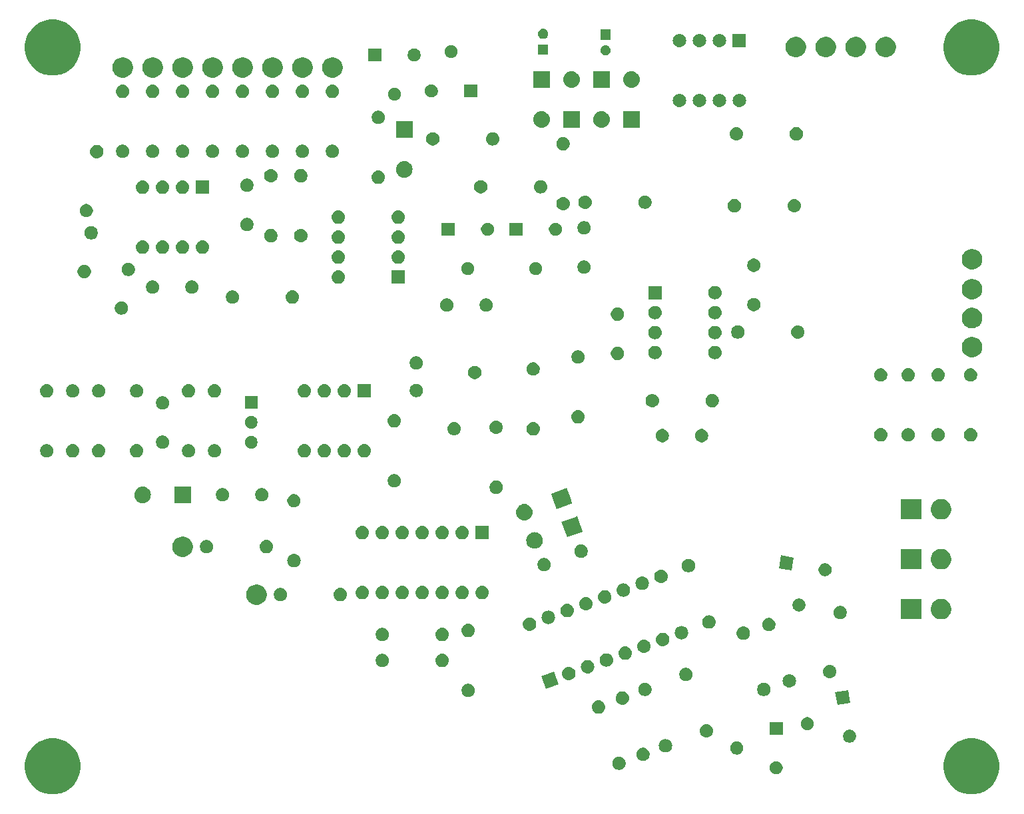
<source format=gbr>
G04 #@! TF.GenerationSoftware,KiCad,Pcbnew,(5.1.2-1)-1*
G04 #@! TF.CreationDate,2021-05-08T13:26:23-04:00*
G04 #@! TF.ProjectId,VCO - MFOS,56434f20-2d20-44d4-964f-532e6b696361,rev?*
G04 #@! TF.SameCoordinates,Original*
G04 #@! TF.FileFunction,Soldermask,Bot*
G04 #@! TF.FilePolarity,Negative*
%FSLAX46Y46*%
G04 Gerber Fmt 4.6, Leading zero omitted, Abs format (unit mm)*
G04 Created by KiCad (PCBNEW (5.1.2-1)-1) date 2021-05-08 13:26:23*
%MOMM*%
%LPD*%
G04 APERTURE LIST*
%ADD10C,0.100000*%
G04 APERTURE END LIST*
D10*
G36*
X135655787Y-105805462D02*
G01*
X135845068Y-105883865D01*
X136302029Y-106073144D01*
X136883631Y-106461758D01*
X137378242Y-106956369D01*
X137766856Y-107537971D01*
X137766856Y-107537972D01*
X138034538Y-108184213D01*
X138171000Y-108870256D01*
X138171000Y-109569744D01*
X138034538Y-110255787D01*
X138034537Y-110255789D01*
X137766856Y-110902029D01*
X137378242Y-111483631D01*
X136883631Y-111978242D01*
X136302029Y-112366856D01*
X135845068Y-112556135D01*
X135655787Y-112634538D01*
X134969744Y-112771000D01*
X134270256Y-112771000D01*
X133584213Y-112634538D01*
X133394932Y-112556135D01*
X132937971Y-112366856D01*
X132356369Y-111978242D01*
X131861758Y-111483631D01*
X131473144Y-110902029D01*
X131205463Y-110255789D01*
X131205462Y-110255787D01*
X131069000Y-109569744D01*
X131069000Y-108870256D01*
X131205462Y-108184213D01*
X131473144Y-107537972D01*
X131473144Y-107537971D01*
X131861758Y-106956369D01*
X132356369Y-106461758D01*
X132937971Y-106073144D01*
X133394932Y-105883865D01*
X133584213Y-105805462D01*
X134270256Y-105669000D01*
X134969744Y-105669000D01*
X135655787Y-105805462D01*
X135655787Y-105805462D01*
G37*
G36*
X18815787Y-105805462D02*
G01*
X19005068Y-105883865D01*
X19462029Y-106073144D01*
X20043631Y-106461758D01*
X20538242Y-106956369D01*
X20926856Y-107537971D01*
X20926856Y-107537972D01*
X21194538Y-108184213D01*
X21331000Y-108870256D01*
X21331000Y-109569744D01*
X21194538Y-110255787D01*
X21194537Y-110255789D01*
X20926856Y-110902029D01*
X20538242Y-111483631D01*
X20043631Y-111978242D01*
X19462029Y-112366856D01*
X19005068Y-112556135D01*
X18815787Y-112634538D01*
X18129744Y-112771000D01*
X17430256Y-112771000D01*
X16744213Y-112634538D01*
X16554932Y-112556135D01*
X16097971Y-112366856D01*
X15516369Y-111978242D01*
X15021758Y-111483631D01*
X14633144Y-110902029D01*
X14365463Y-110255789D01*
X14365462Y-110255787D01*
X14229000Y-109569744D01*
X14229000Y-108870256D01*
X14365462Y-108184213D01*
X14633144Y-107537972D01*
X14633144Y-107537971D01*
X15021758Y-106956369D01*
X15516369Y-106461758D01*
X16097971Y-106073144D01*
X16554932Y-105883865D01*
X16744213Y-105805462D01*
X17430256Y-105669000D01*
X18129744Y-105669000D01*
X18815787Y-105805462D01*
X18815787Y-105805462D01*
G37*
G36*
X110019735Y-108599742D02*
G01*
X110170058Y-108662008D01*
X110305345Y-108752404D01*
X110420396Y-108867455D01*
X110510792Y-109002742D01*
X110573058Y-109153065D01*
X110604800Y-109312646D01*
X110604800Y-109475354D01*
X110573058Y-109634935D01*
X110510792Y-109785258D01*
X110420396Y-109920545D01*
X110305345Y-110035596D01*
X110170058Y-110125992D01*
X110019735Y-110188258D01*
X109860154Y-110220000D01*
X109697446Y-110220000D01*
X109537865Y-110188258D01*
X109387542Y-110125992D01*
X109252255Y-110035596D01*
X109137204Y-109920545D01*
X109046808Y-109785258D01*
X108984542Y-109634935D01*
X108952800Y-109475354D01*
X108952800Y-109312646D01*
X108984542Y-109153065D01*
X109046808Y-109002742D01*
X109137204Y-108867455D01*
X109252255Y-108752404D01*
X109387542Y-108662008D01*
X109537865Y-108599742D01*
X109697446Y-108568000D01*
X109860154Y-108568000D01*
X110019735Y-108599742D01*
X110019735Y-108599742D01*
G37*
G36*
X90037228Y-108020703D02*
G01*
X90192100Y-108084853D01*
X90331481Y-108177985D01*
X90450015Y-108296519D01*
X90543147Y-108435900D01*
X90607297Y-108590772D01*
X90640000Y-108755184D01*
X90640000Y-108922816D01*
X90607297Y-109087228D01*
X90543147Y-109242100D01*
X90450015Y-109381481D01*
X90331481Y-109500015D01*
X90192100Y-109593147D01*
X90037228Y-109657297D01*
X89872816Y-109690000D01*
X89705184Y-109690000D01*
X89540772Y-109657297D01*
X89385900Y-109593147D01*
X89246519Y-109500015D01*
X89127985Y-109381481D01*
X89034853Y-109242100D01*
X88970703Y-109087228D01*
X88938000Y-108922816D01*
X88938000Y-108755184D01*
X88970703Y-108590772D01*
X89034853Y-108435900D01*
X89127985Y-108296519D01*
X89246519Y-108177985D01*
X89385900Y-108084853D01*
X89540772Y-108020703D01*
X89705184Y-107988000D01*
X89872816Y-107988000D01*
X90037228Y-108020703D01*
X90037228Y-108020703D01*
G37*
G36*
X93085228Y-106877703D02*
G01*
X93240100Y-106941853D01*
X93379481Y-107034985D01*
X93498015Y-107153519D01*
X93591147Y-107292900D01*
X93655297Y-107447772D01*
X93688000Y-107612184D01*
X93688000Y-107779816D01*
X93655297Y-107944228D01*
X93591147Y-108099100D01*
X93498015Y-108238481D01*
X93379481Y-108357015D01*
X93240100Y-108450147D01*
X93085228Y-108514297D01*
X92920816Y-108547000D01*
X92753184Y-108547000D01*
X92588772Y-108514297D01*
X92433900Y-108450147D01*
X92294519Y-108357015D01*
X92175985Y-108238481D01*
X92082853Y-108099100D01*
X92018703Y-107944228D01*
X91986000Y-107779816D01*
X91986000Y-107612184D01*
X92018703Y-107447772D01*
X92082853Y-107292900D01*
X92175985Y-107153519D01*
X92294519Y-107034985D01*
X92433900Y-106941853D01*
X92588772Y-106877703D01*
X92753184Y-106845000D01*
X92920816Y-106845000D01*
X93085228Y-106877703D01*
X93085228Y-106877703D01*
G37*
G36*
X105019735Y-106099742D02*
G01*
X105170058Y-106162008D01*
X105305345Y-106252404D01*
X105420396Y-106367455D01*
X105510792Y-106502742D01*
X105573058Y-106653065D01*
X105604800Y-106812646D01*
X105604800Y-106975354D01*
X105573058Y-107134935D01*
X105510792Y-107285258D01*
X105420396Y-107420545D01*
X105305345Y-107535596D01*
X105170058Y-107625992D01*
X105019735Y-107688258D01*
X104860154Y-107720000D01*
X104697446Y-107720000D01*
X104537865Y-107688258D01*
X104387542Y-107625992D01*
X104252255Y-107535596D01*
X104137204Y-107420545D01*
X104046808Y-107285258D01*
X103984542Y-107134935D01*
X103952800Y-106975354D01*
X103952800Y-106812646D01*
X103984542Y-106653065D01*
X104046808Y-106502742D01*
X104137204Y-106367455D01*
X104252255Y-106252404D01*
X104387542Y-106162008D01*
X104537865Y-106099742D01*
X104697446Y-106068000D01*
X104860154Y-106068000D01*
X105019735Y-106099742D01*
X105019735Y-106099742D01*
G37*
G36*
X95864016Y-105762771D02*
G01*
X95994573Y-105802375D01*
X96004752Y-105805463D01*
X96024435Y-105811434D01*
X96157099Y-105882344D01*
X96172271Y-105890454D01*
X96301852Y-105996799D01*
X96408197Y-106126380D01*
X96408198Y-106126382D01*
X96487217Y-106274216D01*
X96535880Y-106434635D01*
X96552310Y-106601458D01*
X96535880Y-106768281D01*
X96487217Y-106928700D01*
X96472427Y-106956370D01*
X96408197Y-107076536D01*
X96301852Y-107206117D01*
X96172271Y-107312462D01*
X96172269Y-107312463D01*
X96024435Y-107391482D01*
X95864016Y-107440145D01*
X95738997Y-107452458D01*
X95655389Y-107452458D01*
X95530370Y-107440145D01*
X95369951Y-107391482D01*
X95222117Y-107312463D01*
X95222115Y-107312462D01*
X95092534Y-107206117D01*
X94986189Y-107076536D01*
X94921959Y-106956370D01*
X94907169Y-106928700D01*
X94858506Y-106768281D01*
X94842076Y-106601458D01*
X94858506Y-106434635D01*
X94907169Y-106274216D01*
X94986188Y-106126382D01*
X94986189Y-106126380D01*
X95092534Y-105996799D01*
X95222115Y-105890454D01*
X95237287Y-105882344D01*
X95369951Y-105811434D01*
X95389635Y-105805463D01*
X95399813Y-105802375D01*
X95530370Y-105762771D01*
X95655389Y-105750458D01*
X95738997Y-105750458D01*
X95864016Y-105762771D01*
X95864016Y-105762771D01*
G37*
G36*
X119346176Y-104586781D02*
G01*
X119496499Y-104649047D01*
X119631786Y-104739443D01*
X119746837Y-104854494D01*
X119837233Y-104989781D01*
X119899499Y-105140104D01*
X119931241Y-105299685D01*
X119931241Y-105462393D01*
X119899499Y-105621974D01*
X119837233Y-105772297D01*
X119746837Y-105907584D01*
X119631786Y-106022635D01*
X119496499Y-106113031D01*
X119346176Y-106175297D01*
X119186595Y-106207039D01*
X119023887Y-106207039D01*
X118864306Y-106175297D01*
X118713983Y-106113031D01*
X118578696Y-106022635D01*
X118463645Y-105907584D01*
X118373249Y-105772297D01*
X118310983Y-105621974D01*
X118279241Y-105462393D01*
X118279241Y-105299685D01*
X118310983Y-105140104D01*
X118373249Y-104989781D01*
X118463645Y-104854494D01*
X118578696Y-104739443D01*
X118713983Y-104649047D01*
X118864306Y-104586781D01*
X119023887Y-104555039D01*
X119186595Y-104555039D01*
X119346176Y-104586781D01*
X119346176Y-104586781D01*
G37*
G36*
X101071016Y-103857771D02*
G01*
X101231435Y-103906434D01*
X101364099Y-103977344D01*
X101379271Y-103985454D01*
X101508852Y-104091799D01*
X101615197Y-104221380D01*
X101615198Y-104221382D01*
X101694217Y-104369216D01*
X101742880Y-104529635D01*
X101759310Y-104696458D01*
X101742880Y-104863281D01*
X101694217Y-105023700D01*
X101631998Y-105140104D01*
X101615197Y-105171536D01*
X101508852Y-105301117D01*
X101379271Y-105407462D01*
X101379269Y-105407463D01*
X101231435Y-105486482D01*
X101071016Y-105535145D01*
X100945997Y-105547458D01*
X100862389Y-105547458D01*
X100737370Y-105535145D01*
X100576951Y-105486482D01*
X100429117Y-105407463D01*
X100429115Y-105407462D01*
X100299534Y-105301117D01*
X100193189Y-105171536D01*
X100176388Y-105140104D01*
X100114169Y-105023700D01*
X100065506Y-104863281D01*
X100049076Y-104696458D01*
X100065506Y-104529635D01*
X100114169Y-104369216D01*
X100193188Y-104221382D01*
X100193189Y-104221380D01*
X100299534Y-104091799D01*
X100429115Y-103985454D01*
X100444287Y-103977344D01*
X100576951Y-103906434D01*
X100737370Y-103857771D01*
X100862389Y-103845458D01*
X100945997Y-103845458D01*
X101071016Y-103857771D01*
X101071016Y-103857771D01*
G37*
G36*
X110604800Y-105220000D02*
G01*
X108952800Y-105220000D01*
X108952800Y-103568000D01*
X110604800Y-103568000D01*
X110604800Y-105220000D01*
X110604800Y-105220000D01*
G37*
G36*
X113988017Y-102993002D02*
G01*
X114138340Y-103055268D01*
X114273627Y-103145664D01*
X114388678Y-103260715D01*
X114479074Y-103396002D01*
X114541340Y-103546325D01*
X114573082Y-103705906D01*
X114573082Y-103868614D01*
X114541340Y-104028195D01*
X114479074Y-104178518D01*
X114388678Y-104313805D01*
X114273627Y-104428856D01*
X114138340Y-104519252D01*
X113988017Y-104581518D01*
X113828436Y-104613260D01*
X113665728Y-104613260D01*
X113506147Y-104581518D01*
X113355824Y-104519252D01*
X113220537Y-104428856D01*
X113105486Y-104313805D01*
X113015090Y-104178518D01*
X112952824Y-104028195D01*
X112921082Y-103868614D01*
X112921082Y-103705906D01*
X112952824Y-103546325D01*
X113015090Y-103396002D01*
X113105486Y-103260715D01*
X113220537Y-103145664D01*
X113355824Y-103055268D01*
X113506147Y-102993002D01*
X113665728Y-102961260D01*
X113828436Y-102961260D01*
X113988017Y-102993002D01*
X113988017Y-102993002D01*
G37*
G36*
X87349630Y-100839855D02*
G01*
X87510049Y-100888518D01*
X87642713Y-100959428D01*
X87657885Y-100967538D01*
X87787466Y-101073883D01*
X87893811Y-101203464D01*
X87893812Y-101203466D01*
X87972831Y-101351300D01*
X87972832Y-101351303D01*
X87981890Y-101381162D01*
X88021494Y-101511719D01*
X88037924Y-101678542D01*
X88021494Y-101845365D01*
X87972831Y-102005784D01*
X87901921Y-102138448D01*
X87893811Y-102153620D01*
X87787466Y-102283201D01*
X87657885Y-102389546D01*
X87657883Y-102389547D01*
X87510049Y-102468566D01*
X87349630Y-102517229D01*
X87224611Y-102529542D01*
X87141003Y-102529542D01*
X87015984Y-102517229D01*
X86855565Y-102468566D01*
X86707731Y-102389547D01*
X86707729Y-102389546D01*
X86578148Y-102283201D01*
X86471803Y-102153620D01*
X86463693Y-102138448D01*
X86392783Y-102005784D01*
X86344120Y-101845365D01*
X86327690Y-101678542D01*
X86344120Y-101511719D01*
X86383724Y-101381162D01*
X86392782Y-101351303D01*
X86392783Y-101351300D01*
X86471802Y-101203466D01*
X86471803Y-101203464D01*
X86578148Y-101073883D01*
X86707729Y-100967538D01*
X86722901Y-100959428D01*
X86855565Y-100888518D01*
X87015984Y-100839855D01*
X87141003Y-100827542D01*
X87224611Y-100827542D01*
X87349630Y-100839855D01*
X87349630Y-100839855D01*
G37*
G36*
X119193885Y-101127018D02*
G01*
X117566982Y-101413885D01*
X117280115Y-99786982D01*
X118907018Y-99500115D01*
X119193885Y-101127018D01*
X119193885Y-101127018D01*
G37*
G36*
X90397630Y-99696855D02*
G01*
X90558049Y-99745518D01*
X90690338Y-99816228D01*
X90705885Y-99824538D01*
X90835466Y-99930883D01*
X90941811Y-100060464D01*
X90941812Y-100060466D01*
X91020831Y-100208300D01*
X91069494Y-100368719D01*
X91085924Y-100535542D01*
X91069494Y-100702365D01*
X91069493Y-100702367D01*
X91027787Y-100839855D01*
X91020831Y-100862784D01*
X90964839Y-100967537D01*
X90941811Y-101010620D01*
X90835466Y-101140201D01*
X90705885Y-101246546D01*
X90705883Y-101246547D01*
X90558049Y-101325566D01*
X90397630Y-101374229D01*
X90272611Y-101386542D01*
X90189003Y-101386542D01*
X90063984Y-101374229D01*
X89903565Y-101325566D01*
X89755731Y-101246547D01*
X89755729Y-101246546D01*
X89626148Y-101140201D01*
X89519803Y-101010620D01*
X89496775Y-100967537D01*
X89440783Y-100862784D01*
X89433828Y-100839855D01*
X89392121Y-100702367D01*
X89392120Y-100702365D01*
X89375690Y-100535542D01*
X89392120Y-100368719D01*
X89440783Y-100208300D01*
X89519802Y-100060466D01*
X89519803Y-100060464D01*
X89626148Y-99930883D01*
X89755729Y-99824538D01*
X89771276Y-99816228D01*
X89903565Y-99745518D01*
X90063984Y-99696855D01*
X90189003Y-99684542D01*
X90272611Y-99684542D01*
X90397630Y-99696855D01*
X90397630Y-99696855D01*
G37*
G36*
X70860228Y-98749703D02*
G01*
X71015100Y-98813853D01*
X71154481Y-98906985D01*
X71273015Y-99025519D01*
X71366147Y-99164900D01*
X71430297Y-99319772D01*
X71463000Y-99484184D01*
X71463000Y-99651816D01*
X71430297Y-99816228D01*
X71366147Y-99971100D01*
X71273015Y-100110481D01*
X71154481Y-100229015D01*
X71015100Y-100322147D01*
X70860228Y-100386297D01*
X70695816Y-100419000D01*
X70528184Y-100419000D01*
X70363772Y-100386297D01*
X70208900Y-100322147D01*
X70069519Y-100229015D01*
X69950985Y-100110481D01*
X69857853Y-99971100D01*
X69793703Y-99816228D01*
X69761000Y-99651816D01*
X69761000Y-99484184D01*
X69793703Y-99319772D01*
X69857853Y-99164900D01*
X69950985Y-99025519D01*
X70069519Y-98906985D01*
X70208900Y-98813853D01*
X70363772Y-98749703D01*
X70528184Y-98717000D01*
X70695816Y-98717000D01*
X70860228Y-98749703D01*
X70860228Y-98749703D01*
G37*
G36*
X93339228Y-98622703D02*
G01*
X93494100Y-98686853D01*
X93633481Y-98779985D01*
X93752015Y-98898519D01*
X93845147Y-99037900D01*
X93909297Y-99192772D01*
X93942000Y-99357184D01*
X93942000Y-99524816D01*
X93909297Y-99689228D01*
X93845147Y-99844100D01*
X93752015Y-99983481D01*
X93633481Y-100102015D01*
X93494100Y-100195147D01*
X93339228Y-100259297D01*
X93174816Y-100292000D01*
X93007184Y-100292000D01*
X92842772Y-100259297D01*
X92687900Y-100195147D01*
X92548519Y-100102015D01*
X92429985Y-99983481D01*
X92336853Y-99844100D01*
X92272703Y-99689228D01*
X92240000Y-99524816D01*
X92240000Y-99357184D01*
X92272703Y-99192772D01*
X92336853Y-99037900D01*
X92429985Y-98898519D01*
X92548519Y-98779985D01*
X92687900Y-98686853D01*
X92842772Y-98622703D01*
X93007184Y-98590000D01*
X93174816Y-98590000D01*
X93339228Y-98622703D01*
X93339228Y-98622703D01*
G37*
G36*
X108452228Y-98622703D02*
G01*
X108607100Y-98686853D01*
X108746481Y-98779985D01*
X108865015Y-98898519D01*
X108958147Y-99037900D01*
X109022297Y-99192772D01*
X109055000Y-99357184D01*
X109055000Y-99524816D01*
X109022297Y-99689228D01*
X108958147Y-99844100D01*
X108865015Y-99983481D01*
X108746481Y-100102015D01*
X108607100Y-100195147D01*
X108452228Y-100259297D01*
X108287816Y-100292000D01*
X108120184Y-100292000D01*
X107955772Y-100259297D01*
X107800900Y-100195147D01*
X107661519Y-100102015D01*
X107542985Y-99983481D01*
X107449853Y-99844100D01*
X107385703Y-99689228D01*
X107353000Y-99524816D01*
X107353000Y-99357184D01*
X107385703Y-99192772D01*
X107449853Y-99037900D01*
X107542985Y-98898519D01*
X107661519Y-98779985D01*
X107800900Y-98686853D01*
X107955772Y-98622703D01*
X108120184Y-98590000D01*
X108287816Y-98590000D01*
X108452228Y-98622703D01*
X108452228Y-98622703D01*
G37*
G36*
X82116738Y-98806619D02*
G01*
X80517381Y-99388738D01*
X79935262Y-97789381D01*
X81534619Y-97207262D01*
X82116738Y-98806619D01*
X82116738Y-98806619D01*
G37*
G36*
X111612016Y-97507771D02*
G01*
X111772435Y-97556434D01*
X111891012Y-97619815D01*
X111920271Y-97635454D01*
X112049852Y-97741799D01*
X112156197Y-97871380D01*
X112156198Y-97871382D01*
X112235217Y-98019216D01*
X112283880Y-98179635D01*
X112300310Y-98346458D01*
X112283880Y-98513281D01*
X112235217Y-98673700D01*
X112194591Y-98749705D01*
X112156197Y-98821536D01*
X112049852Y-98951117D01*
X111920271Y-99057462D01*
X111920269Y-99057463D01*
X111772435Y-99136482D01*
X111612016Y-99185145D01*
X111486997Y-99197458D01*
X111403389Y-99197458D01*
X111278370Y-99185145D01*
X111117951Y-99136482D01*
X110970117Y-99057463D01*
X110970115Y-99057462D01*
X110840534Y-98951117D01*
X110734189Y-98821536D01*
X110695795Y-98749705D01*
X110655169Y-98673700D01*
X110606506Y-98513281D01*
X110590076Y-98346458D01*
X110606506Y-98179635D01*
X110655169Y-98019216D01*
X110734188Y-97871382D01*
X110734189Y-97871380D01*
X110840534Y-97741799D01*
X110970115Y-97635454D01*
X110999374Y-97619815D01*
X111117951Y-97556434D01*
X111278370Y-97507771D01*
X111403389Y-97495458D01*
X111486997Y-97495458D01*
X111612016Y-97507771D01*
X111612016Y-97507771D01*
G37*
G36*
X98546228Y-96717703D02*
G01*
X98701100Y-96781853D01*
X98840481Y-96874985D01*
X98959015Y-96993519D01*
X99052147Y-97132900D01*
X99116297Y-97287772D01*
X99149000Y-97452184D01*
X99149000Y-97619816D01*
X99116297Y-97784228D01*
X99052147Y-97939100D01*
X98959015Y-98078481D01*
X98840481Y-98197015D01*
X98701100Y-98290147D01*
X98546228Y-98354297D01*
X98381816Y-98387000D01*
X98214184Y-98387000D01*
X98049772Y-98354297D01*
X97894900Y-98290147D01*
X97755519Y-98197015D01*
X97636985Y-98078481D01*
X97543853Y-97939100D01*
X97479703Y-97784228D01*
X97447000Y-97619816D01*
X97447000Y-97452184D01*
X97479703Y-97287772D01*
X97543853Y-97132900D01*
X97636985Y-96993519D01*
X97755519Y-96874985D01*
X97894900Y-96781853D01*
X98049772Y-96717703D01*
X98214184Y-96685000D01*
X98381816Y-96685000D01*
X98546228Y-96717703D01*
X98546228Y-96717703D01*
G37*
G36*
X83579642Y-96590582D02*
G01*
X83740061Y-96639245D01*
X83825662Y-96685000D01*
X83887897Y-96718265D01*
X84017478Y-96824610D01*
X84123823Y-96954191D01*
X84123824Y-96954193D01*
X84202843Y-97102027D01*
X84251506Y-97262446D01*
X84267936Y-97429269D01*
X84251506Y-97596092D01*
X84202843Y-97756511D01*
X84141444Y-97871380D01*
X84123823Y-97904347D01*
X84017478Y-98033928D01*
X83887897Y-98140273D01*
X83887895Y-98140274D01*
X83740061Y-98219293D01*
X83579642Y-98267956D01*
X83454623Y-98280269D01*
X83371015Y-98280269D01*
X83245996Y-98267956D01*
X83085577Y-98219293D01*
X82937743Y-98140274D01*
X82937741Y-98140273D01*
X82808160Y-98033928D01*
X82701815Y-97904347D01*
X82684194Y-97871380D01*
X82622795Y-97756511D01*
X82574132Y-97596092D01*
X82557702Y-97429269D01*
X82574132Y-97262446D01*
X82622795Y-97102027D01*
X82701814Y-96954193D01*
X82701815Y-96954191D01*
X82808160Y-96824610D01*
X82937741Y-96718265D01*
X82999976Y-96685000D01*
X83085577Y-96639245D01*
X83245996Y-96590582D01*
X83371015Y-96578269D01*
X83454623Y-96578269D01*
X83579642Y-96590582D01*
X83579642Y-96590582D01*
G37*
G36*
X116750424Y-96327548D02*
G01*
X116910843Y-96376211D01*
X117043507Y-96447121D01*
X117058679Y-96455231D01*
X117188260Y-96561576D01*
X117294605Y-96691157D01*
X117294606Y-96691159D01*
X117373625Y-96838993D01*
X117422288Y-96999412D01*
X117438718Y-97166235D01*
X117422288Y-97333058D01*
X117373625Y-97493477D01*
X117318776Y-97596092D01*
X117294605Y-97641313D01*
X117188260Y-97770894D01*
X117058679Y-97877239D01*
X117058677Y-97877240D01*
X116910843Y-97956259D01*
X116750424Y-98004922D01*
X116625405Y-98017235D01*
X116541797Y-98017235D01*
X116416778Y-98004922D01*
X116256359Y-97956259D01*
X116108525Y-97877240D01*
X116108523Y-97877239D01*
X115978942Y-97770894D01*
X115872597Y-97641313D01*
X115848426Y-97596092D01*
X115793577Y-97493477D01*
X115744914Y-97333058D01*
X115728484Y-97166235D01*
X115744914Y-96999412D01*
X115793577Y-96838993D01*
X115872596Y-96691159D01*
X115872597Y-96691157D01*
X115978942Y-96561576D01*
X116108523Y-96455231D01*
X116123695Y-96447121D01*
X116256359Y-96376211D01*
X116416778Y-96327548D01*
X116541797Y-96315235D01*
X116625405Y-96315235D01*
X116750424Y-96327548D01*
X116750424Y-96327548D01*
G37*
G36*
X85966462Y-95721851D02*
G01*
X86126881Y-95770514D01*
X86259545Y-95841424D01*
X86274717Y-95849534D01*
X86404298Y-95955879D01*
X86510643Y-96085460D01*
X86510644Y-96085462D01*
X86589663Y-96233296D01*
X86638326Y-96393715D01*
X86654756Y-96560538D01*
X86638326Y-96727361D01*
X86589663Y-96887780D01*
X86554164Y-96954193D01*
X86510643Y-97035616D01*
X86404298Y-97165197D01*
X86274717Y-97271542D01*
X86274715Y-97271543D01*
X86126881Y-97350562D01*
X85966462Y-97399225D01*
X85841443Y-97411538D01*
X85757835Y-97411538D01*
X85632816Y-97399225D01*
X85472397Y-97350562D01*
X85324563Y-97271543D01*
X85324561Y-97271542D01*
X85194980Y-97165197D01*
X85088635Y-97035616D01*
X85045114Y-96954193D01*
X85009615Y-96887780D01*
X84960952Y-96727361D01*
X84944522Y-96560538D01*
X84960952Y-96393715D01*
X85009615Y-96233296D01*
X85088634Y-96085462D01*
X85088635Y-96085460D01*
X85194980Y-95955879D01*
X85324561Y-95849534D01*
X85339733Y-95841424D01*
X85472397Y-95770514D01*
X85632816Y-95721851D01*
X85757835Y-95709538D01*
X85841443Y-95709538D01*
X85966462Y-95721851D01*
X85966462Y-95721851D01*
G37*
G36*
X67476823Y-94919313D02*
G01*
X67637242Y-94967976D01*
X67704361Y-95003852D01*
X67785078Y-95046996D01*
X67914659Y-95153341D01*
X68021004Y-95282922D01*
X68021005Y-95282924D01*
X68100024Y-95430758D01*
X68148687Y-95591177D01*
X68165117Y-95758000D01*
X68148687Y-95924823D01*
X68100024Y-96085242D01*
X68059477Y-96161100D01*
X68021004Y-96233078D01*
X67914659Y-96362659D01*
X67785078Y-96469004D01*
X67785076Y-96469005D01*
X67637242Y-96548024D01*
X67476823Y-96596687D01*
X67351804Y-96609000D01*
X67268196Y-96609000D01*
X67143177Y-96596687D01*
X66982758Y-96548024D01*
X66834924Y-96469005D01*
X66834922Y-96469004D01*
X66705341Y-96362659D01*
X66598996Y-96233078D01*
X66560523Y-96161100D01*
X66519976Y-96085242D01*
X66471313Y-95924823D01*
X66454883Y-95758000D01*
X66471313Y-95591177D01*
X66519976Y-95430758D01*
X66598995Y-95282924D01*
X66598996Y-95282922D01*
X66705341Y-95153341D01*
X66834922Y-95046996D01*
X66915639Y-95003852D01*
X66982758Y-94967976D01*
X67143177Y-94919313D01*
X67268196Y-94907000D01*
X67351804Y-94907000D01*
X67476823Y-94919313D01*
X67476823Y-94919313D01*
G37*
G36*
X59938228Y-94939703D02*
G01*
X60093100Y-95003853D01*
X60232481Y-95096985D01*
X60351015Y-95215519D01*
X60444147Y-95354900D01*
X60508297Y-95509772D01*
X60541000Y-95674184D01*
X60541000Y-95841816D01*
X60508297Y-96006228D01*
X60444147Y-96161100D01*
X60351015Y-96300481D01*
X60232481Y-96419015D01*
X60093100Y-96512147D01*
X59938228Y-96576297D01*
X59773816Y-96609000D01*
X59606184Y-96609000D01*
X59441772Y-96576297D01*
X59286900Y-96512147D01*
X59147519Y-96419015D01*
X59028985Y-96300481D01*
X58935853Y-96161100D01*
X58871703Y-96006228D01*
X58839000Y-95841816D01*
X58839000Y-95674184D01*
X58871703Y-95509772D01*
X58935853Y-95354900D01*
X59028985Y-95215519D01*
X59147519Y-95096985D01*
X59286900Y-95003853D01*
X59441772Y-94939703D01*
X59606184Y-94907000D01*
X59773816Y-94907000D01*
X59938228Y-94939703D01*
X59938228Y-94939703D01*
G37*
G36*
X88353281Y-94853120D02*
G01*
X88513700Y-94901783D01*
X88637536Y-94967975D01*
X88661536Y-94980803D01*
X88791117Y-95087148D01*
X88897462Y-95216729D01*
X88897463Y-95216731D01*
X88976482Y-95364565D01*
X89025145Y-95524984D01*
X89041575Y-95691807D01*
X89025145Y-95858630D01*
X88976482Y-96019049D01*
X88940983Y-96085462D01*
X88897462Y-96166885D01*
X88791117Y-96296466D01*
X88661536Y-96402811D01*
X88661534Y-96402812D01*
X88513700Y-96481831D01*
X88353281Y-96530494D01*
X88228262Y-96542807D01*
X88144654Y-96542807D01*
X88019635Y-96530494D01*
X87859216Y-96481831D01*
X87711382Y-96402812D01*
X87711380Y-96402811D01*
X87581799Y-96296466D01*
X87475454Y-96166885D01*
X87431933Y-96085462D01*
X87396434Y-96019049D01*
X87347771Y-95858630D01*
X87331341Y-95691807D01*
X87347771Y-95524984D01*
X87396434Y-95364565D01*
X87475453Y-95216731D01*
X87475454Y-95216729D01*
X87581799Y-95087148D01*
X87711380Y-94980803D01*
X87735380Y-94967975D01*
X87859216Y-94901783D01*
X88019635Y-94853120D01*
X88144654Y-94840807D01*
X88228262Y-94840807D01*
X88353281Y-94853120D01*
X88353281Y-94853120D01*
G37*
G36*
X90740100Y-93984388D02*
G01*
X90900519Y-94033051D01*
X91033183Y-94103961D01*
X91048355Y-94112071D01*
X91177936Y-94218416D01*
X91284281Y-94347997D01*
X91284282Y-94347999D01*
X91363301Y-94495833D01*
X91411964Y-94656252D01*
X91428394Y-94823075D01*
X91411964Y-94989898D01*
X91363301Y-95150317D01*
X91328449Y-95215520D01*
X91284281Y-95298153D01*
X91177936Y-95427734D01*
X91048355Y-95534079D01*
X91048353Y-95534080D01*
X90900519Y-95613099D01*
X90740100Y-95661762D01*
X90615081Y-95674075D01*
X90531473Y-95674075D01*
X90406454Y-95661762D01*
X90246035Y-95613099D01*
X90098201Y-95534080D01*
X90098199Y-95534079D01*
X89968618Y-95427734D01*
X89862273Y-95298153D01*
X89818105Y-95215520D01*
X89783253Y-95150317D01*
X89734590Y-94989898D01*
X89718160Y-94823075D01*
X89734590Y-94656252D01*
X89783253Y-94495833D01*
X89862272Y-94347999D01*
X89862273Y-94347997D01*
X89968618Y-94218416D01*
X90098199Y-94112071D01*
X90113371Y-94103961D01*
X90246035Y-94033051D01*
X90406454Y-93984388D01*
X90531473Y-93972075D01*
X90615081Y-93972075D01*
X90740100Y-93984388D01*
X90740100Y-93984388D01*
G37*
G36*
X93126919Y-93115657D02*
G01*
X93287338Y-93164320D01*
X93373074Y-93210147D01*
X93435174Y-93243340D01*
X93564755Y-93349685D01*
X93671100Y-93479266D01*
X93671101Y-93479268D01*
X93750120Y-93627102D01*
X93798783Y-93787521D01*
X93815213Y-93954344D01*
X93798783Y-94121167D01*
X93750120Y-94281586D01*
X93714621Y-94347999D01*
X93671100Y-94429422D01*
X93564755Y-94559003D01*
X93435174Y-94665348D01*
X93435172Y-94665349D01*
X93287338Y-94744368D01*
X93126919Y-94793031D01*
X93001900Y-94805344D01*
X92918292Y-94805344D01*
X92793273Y-94793031D01*
X92632854Y-94744368D01*
X92485020Y-94665349D01*
X92485018Y-94665348D01*
X92355437Y-94559003D01*
X92249092Y-94429422D01*
X92205571Y-94347999D01*
X92170072Y-94281586D01*
X92121409Y-94121167D01*
X92104979Y-93954344D01*
X92121409Y-93787521D01*
X92170072Y-93627102D01*
X92249091Y-93479268D01*
X92249092Y-93479266D01*
X92355437Y-93349685D01*
X92485018Y-93243340D01*
X92547118Y-93210147D01*
X92632854Y-93164320D01*
X92793273Y-93115657D01*
X92918292Y-93103344D01*
X93001900Y-93103344D01*
X93126919Y-93115657D01*
X93126919Y-93115657D01*
G37*
G36*
X95513739Y-92246926D02*
G01*
X95674158Y-92295589D01*
X95806822Y-92366499D01*
X95821994Y-92374609D01*
X95951575Y-92480954D01*
X96057920Y-92610535D01*
X96057921Y-92610537D01*
X96136940Y-92758371D01*
X96185603Y-92918790D01*
X96202033Y-93085613D01*
X96185603Y-93252436D01*
X96136940Y-93412855D01*
X96101441Y-93479268D01*
X96057920Y-93560691D01*
X95951575Y-93690272D01*
X95821994Y-93796617D01*
X95821992Y-93796618D01*
X95674158Y-93875637D01*
X95513739Y-93924300D01*
X95388720Y-93936613D01*
X95305112Y-93936613D01*
X95180093Y-93924300D01*
X95019674Y-93875637D01*
X94871840Y-93796618D01*
X94871838Y-93796617D01*
X94742257Y-93690272D01*
X94635912Y-93560691D01*
X94592391Y-93479268D01*
X94556892Y-93412855D01*
X94508229Y-93252436D01*
X94491799Y-93085613D01*
X94508229Y-92918790D01*
X94556892Y-92758371D01*
X94635911Y-92610537D01*
X94635912Y-92610535D01*
X94742257Y-92480954D01*
X94871838Y-92374609D01*
X94887010Y-92366499D01*
X95019674Y-92295589D01*
X95180093Y-92246926D01*
X95305112Y-92234613D01*
X95388720Y-92234613D01*
X95513739Y-92246926D01*
X95513739Y-92246926D01*
G37*
G36*
X67476823Y-91617313D02*
G01*
X67637242Y-91665976D01*
X67769906Y-91736886D01*
X67785078Y-91744996D01*
X67914659Y-91851341D01*
X68021004Y-91980922D01*
X68021005Y-91980924D01*
X68100024Y-92128758D01*
X68148687Y-92289177D01*
X68165117Y-92456000D01*
X68148687Y-92622823D01*
X68100024Y-92783242D01*
X68059477Y-92859100D01*
X68021004Y-92931078D01*
X67914659Y-93060659D01*
X67785078Y-93167004D01*
X67785076Y-93167005D01*
X67637242Y-93246024D01*
X67476823Y-93294687D01*
X67351804Y-93307000D01*
X67268196Y-93307000D01*
X67143177Y-93294687D01*
X66982758Y-93246024D01*
X66834924Y-93167005D01*
X66834922Y-93167004D01*
X66705341Y-93060659D01*
X66598996Y-92931078D01*
X66560523Y-92859100D01*
X66519976Y-92783242D01*
X66471313Y-92622823D01*
X66454883Y-92456000D01*
X66471313Y-92289177D01*
X66519976Y-92128758D01*
X66598995Y-91980924D01*
X66598996Y-91980922D01*
X66705341Y-91851341D01*
X66834922Y-91744996D01*
X66850094Y-91736886D01*
X66982758Y-91665976D01*
X67143177Y-91617313D01*
X67268196Y-91605000D01*
X67351804Y-91605000D01*
X67476823Y-91617313D01*
X67476823Y-91617313D01*
G37*
G36*
X59938228Y-91637703D02*
G01*
X60093100Y-91701853D01*
X60232481Y-91794985D01*
X60351015Y-91913519D01*
X60444147Y-92052900D01*
X60508297Y-92207772D01*
X60541000Y-92372184D01*
X60541000Y-92539816D01*
X60508297Y-92704228D01*
X60444147Y-92859100D01*
X60351015Y-92998481D01*
X60232481Y-93117015D01*
X60093100Y-93210147D01*
X59938228Y-93274297D01*
X59773816Y-93307000D01*
X59606184Y-93307000D01*
X59441772Y-93274297D01*
X59286900Y-93210147D01*
X59147519Y-93117015D01*
X59028985Y-92998481D01*
X58935853Y-92859100D01*
X58871703Y-92704228D01*
X58839000Y-92539816D01*
X58839000Y-92372184D01*
X58871703Y-92207772D01*
X58935853Y-92052900D01*
X59028985Y-91913519D01*
X59147519Y-91794985D01*
X59286900Y-91701853D01*
X59441772Y-91637703D01*
X59606184Y-91605000D01*
X59773816Y-91605000D01*
X59938228Y-91637703D01*
X59938228Y-91637703D01*
G37*
G36*
X105764630Y-91441855D02*
G01*
X105925049Y-91490518D01*
X106057713Y-91561428D01*
X106072885Y-91569538D01*
X106202466Y-91675883D01*
X106308811Y-91805464D01*
X106308812Y-91805466D01*
X106387831Y-91953300D01*
X106387832Y-91953303D01*
X106396210Y-91980922D01*
X106436494Y-92113719D01*
X106452924Y-92280542D01*
X106436494Y-92447365D01*
X106387831Y-92607784D01*
X106336280Y-92704229D01*
X106308811Y-92755620D01*
X106202466Y-92885201D01*
X106072885Y-92991546D01*
X106072883Y-92991547D01*
X105925049Y-93070566D01*
X105764630Y-93119229D01*
X105639611Y-93131542D01*
X105556003Y-93131542D01*
X105430984Y-93119229D01*
X105270565Y-93070566D01*
X105122731Y-92991547D01*
X105122729Y-92991546D01*
X104993148Y-92885201D01*
X104886803Y-92755620D01*
X104859334Y-92704229D01*
X104807783Y-92607784D01*
X104759120Y-92447365D01*
X104742690Y-92280542D01*
X104759120Y-92113719D01*
X104799404Y-91980922D01*
X104807782Y-91953303D01*
X104807783Y-91953300D01*
X104886802Y-91805466D01*
X104886803Y-91805464D01*
X104993148Y-91675883D01*
X105122729Y-91569538D01*
X105137901Y-91561428D01*
X105270565Y-91490518D01*
X105430984Y-91441855D01*
X105556003Y-91429542D01*
X105639611Y-91429542D01*
X105764630Y-91441855D01*
X105764630Y-91441855D01*
G37*
G36*
X97900558Y-91378195D02*
G01*
X98060977Y-91426858D01*
X98147160Y-91472924D01*
X98208813Y-91505878D01*
X98338394Y-91612223D01*
X98444739Y-91741804D01*
X98444740Y-91741806D01*
X98523759Y-91889640D01*
X98572422Y-92050059D01*
X98588852Y-92216882D01*
X98572422Y-92383705D01*
X98523759Y-92544124D01*
X98488260Y-92610537D01*
X98444739Y-92691960D01*
X98338394Y-92821541D01*
X98208813Y-92927886D01*
X98208811Y-92927887D01*
X98060977Y-93006906D01*
X97900558Y-93055569D01*
X97775539Y-93067882D01*
X97691931Y-93067882D01*
X97566912Y-93055569D01*
X97406493Y-93006906D01*
X97258659Y-92927887D01*
X97258657Y-92927886D01*
X97129076Y-92821541D01*
X97022731Y-92691960D01*
X96979210Y-92610537D01*
X96943711Y-92544124D01*
X96895048Y-92383705D01*
X96878618Y-92216882D01*
X96895048Y-92050059D01*
X96943711Y-91889640D01*
X97022730Y-91741806D01*
X97022731Y-91741804D01*
X97129076Y-91612223D01*
X97258657Y-91505878D01*
X97320310Y-91472924D01*
X97406493Y-91426858D01*
X97566912Y-91378195D01*
X97691931Y-91365882D01*
X97775539Y-91365882D01*
X97900558Y-91378195D01*
X97900558Y-91378195D01*
G37*
G36*
X70778823Y-91109313D02*
G01*
X70939242Y-91157976D01*
X71071906Y-91228886D01*
X71087078Y-91236996D01*
X71216659Y-91343341D01*
X71323004Y-91472922D01*
X71323005Y-91472924D01*
X71402024Y-91620758D01*
X71450687Y-91781177D01*
X71467117Y-91948000D01*
X71450687Y-92114823D01*
X71402024Y-92275242D01*
X71391148Y-92295589D01*
X71323004Y-92423078D01*
X71216659Y-92552659D01*
X71087078Y-92659004D01*
X71087076Y-92659005D01*
X70939242Y-92738024D01*
X70778823Y-92786687D01*
X70653804Y-92799000D01*
X70570196Y-92799000D01*
X70445177Y-92786687D01*
X70284758Y-92738024D01*
X70136924Y-92659005D01*
X70136922Y-92659004D01*
X70007341Y-92552659D01*
X69900996Y-92423078D01*
X69832852Y-92295589D01*
X69821976Y-92275242D01*
X69773313Y-92114823D01*
X69756883Y-91948000D01*
X69773313Y-91781177D01*
X69821976Y-91620758D01*
X69900995Y-91472924D01*
X69900996Y-91472922D01*
X70007341Y-91343341D01*
X70136922Y-91236996D01*
X70152094Y-91228886D01*
X70284758Y-91157976D01*
X70445177Y-91109313D01*
X70570196Y-91097000D01*
X70653804Y-91097000D01*
X70778823Y-91109313D01*
X70778823Y-91109313D01*
G37*
G36*
X109087228Y-90367703D02*
G01*
X109242100Y-90431853D01*
X109381481Y-90524985D01*
X109500015Y-90643519D01*
X109593147Y-90782900D01*
X109657297Y-90937772D01*
X109690000Y-91102184D01*
X109690000Y-91269816D01*
X109657297Y-91434228D01*
X109593147Y-91589100D01*
X109500015Y-91728481D01*
X109381481Y-91847015D01*
X109242100Y-91940147D01*
X109087228Y-92004297D01*
X108922816Y-92037000D01*
X108755184Y-92037000D01*
X108590772Y-92004297D01*
X108435900Y-91940147D01*
X108296519Y-91847015D01*
X108177985Y-91728481D01*
X108084853Y-91589100D01*
X108020703Y-91434228D01*
X107988000Y-91269816D01*
X107988000Y-91102184D01*
X108020703Y-90937772D01*
X108084853Y-90782900D01*
X108177985Y-90643519D01*
X108296519Y-90524985D01*
X108435900Y-90431853D01*
X108590772Y-90367703D01*
X108755184Y-90335000D01*
X108922816Y-90335000D01*
X109087228Y-90367703D01*
X109087228Y-90367703D01*
G37*
G36*
X78586630Y-90298855D02*
G01*
X78747049Y-90347518D01*
X78804791Y-90378382D01*
X78894885Y-90426538D01*
X79024466Y-90532883D01*
X79130811Y-90662464D01*
X79130812Y-90662466D01*
X79209831Y-90810300D01*
X79258494Y-90970719D01*
X79274924Y-91137542D01*
X79258494Y-91304365D01*
X79239833Y-91365882D01*
X79211854Y-91458117D01*
X79209831Y-91464784D01*
X79156552Y-91564462D01*
X79130811Y-91612620D01*
X79024466Y-91742201D01*
X78894885Y-91848546D01*
X78894883Y-91848547D01*
X78747049Y-91927566D01*
X78586630Y-91976229D01*
X78461611Y-91988542D01*
X78378003Y-91988542D01*
X78252984Y-91976229D01*
X78092565Y-91927566D01*
X77944731Y-91848547D01*
X77944729Y-91848546D01*
X77815148Y-91742201D01*
X77708803Y-91612620D01*
X77683062Y-91564462D01*
X77629783Y-91464784D01*
X77627761Y-91458117D01*
X77599781Y-91365882D01*
X77581120Y-91304365D01*
X77564690Y-91137542D01*
X77581120Y-90970719D01*
X77629783Y-90810300D01*
X77708802Y-90662466D01*
X77708803Y-90662464D01*
X77815148Y-90532883D01*
X77944729Y-90426538D01*
X78034823Y-90378382D01*
X78092565Y-90347518D01*
X78252984Y-90298855D01*
X78378003Y-90286542D01*
X78461611Y-90286542D01*
X78586630Y-90298855D01*
X78586630Y-90298855D01*
G37*
G36*
X101388516Y-90014771D02*
G01*
X101548935Y-90063434D01*
X101681599Y-90134344D01*
X101696771Y-90142454D01*
X101826352Y-90248799D01*
X101932697Y-90378380D01*
X101932698Y-90378382D01*
X102011717Y-90526216D01*
X102011718Y-90526219D01*
X102020776Y-90556078D01*
X102060380Y-90686635D01*
X102076810Y-90853458D01*
X102060380Y-91020281D01*
X102011717Y-91180700D01*
X101981626Y-91236996D01*
X101932697Y-91328536D01*
X101826352Y-91458117D01*
X101696771Y-91564462D01*
X101696769Y-91564463D01*
X101548935Y-91643482D01*
X101388516Y-91692145D01*
X101263497Y-91704458D01*
X101179889Y-91704458D01*
X101054870Y-91692145D01*
X100894451Y-91643482D01*
X100746617Y-91564463D01*
X100746615Y-91564462D01*
X100617034Y-91458117D01*
X100510689Y-91328536D01*
X100461760Y-91236996D01*
X100431669Y-91180700D01*
X100383006Y-91020281D01*
X100366576Y-90853458D01*
X100383006Y-90686635D01*
X100422610Y-90556078D01*
X100431668Y-90526219D01*
X100431669Y-90526216D01*
X100510688Y-90378382D01*
X100510689Y-90378380D01*
X100617034Y-90248799D01*
X100746615Y-90142454D01*
X100761787Y-90134344D01*
X100894451Y-90063434D01*
X101054870Y-90014771D01*
X101179889Y-90002458D01*
X101263497Y-90002458D01*
X101388516Y-90014771D01*
X101388516Y-90014771D01*
G37*
G36*
X80973449Y-89430124D02*
G01*
X81133868Y-89478787D01*
X81266532Y-89549697D01*
X81281704Y-89557807D01*
X81411285Y-89664152D01*
X81517630Y-89793733D01*
X81517631Y-89793735D01*
X81596650Y-89941569D01*
X81645313Y-90101988D01*
X81661743Y-90268811D01*
X81645313Y-90435634D01*
X81596650Y-90596053D01*
X81561151Y-90662466D01*
X81517630Y-90743889D01*
X81411285Y-90873470D01*
X81281704Y-90979815D01*
X81281702Y-90979816D01*
X81133868Y-91058835D01*
X80973449Y-91107498D01*
X80848430Y-91119811D01*
X80764822Y-91119811D01*
X80639803Y-91107498D01*
X80479384Y-91058835D01*
X80331550Y-90979816D01*
X80331548Y-90979815D01*
X80201967Y-90873470D01*
X80095622Y-90743889D01*
X80052101Y-90662466D01*
X80016602Y-90596053D01*
X79967939Y-90435634D01*
X79951509Y-90268811D01*
X79967939Y-90101988D01*
X80016602Y-89941569D01*
X80095621Y-89793735D01*
X80095622Y-89793733D01*
X80201967Y-89664152D01*
X80331548Y-89557807D01*
X80346720Y-89549697D01*
X80479384Y-89478787D01*
X80639803Y-89430124D01*
X80764822Y-89417811D01*
X80848430Y-89417811D01*
X80973449Y-89430124D01*
X80973449Y-89430124D01*
G37*
G36*
X131125893Y-87966804D02*
G01*
X131362601Y-88064852D01*
X131362603Y-88064853D01*
X131575635Y-88207196D01*
X131756804Y-88388365D01*
X131864190Y-88549080D01*
X131899148Y-88601399D01*
X131997196Y-88838107D01*
X132047180Y-89089393D01*
X132047180Y-89345607D01*
X131997196Y-89596893D01*
X131943170Y-89727322D01*
X131899147Y-89833603D01*
X131756804Y-90046635D01*
X131575635Y-90227804D01*
X131362603Y-90370147D01*
X131362602Y-90370148D01*
X131362601Y-90370148D01*
X131125893Y-90468196D01*
X130874607Y-90518180D01*
X130618393Y-90518180D01*
X130367107Y-90468196D01*
X130130399Y-90370148D01*
X130130398Y-90370148D01*
X130130397Y-90370147D01*
X129917365Y-90227804D01*
X129736196Y-90046635D01*
X129593853Y-89833603D01*
X129549830Y-89727322D01*
X129495804Y-89596893D01*
X129445820Y-89345607D01*
X129445820Y-89089393D01*
X129495804Y-88838107D01*
X129593852Y-88601399D01*
X129628810Y-88549080D01*
X129736196Y-88388365D01*
X129917365Y-88207196D01*
X130130397Y-88064853D01*
X130130399Y-88064852D01*
X130367107Y-87966804D01*
X130618393Y-87916820D01*
X130874607Y-87916820D01*
X131125893Y-87966804D01*
X131125893Y-87966804D01*
G37*
G36*
X128237180Y-90518180D02*
G01*
X125635820Y-90518180D01*
X125635820Y-87916820D01*
X128237180Y-87916820D01*
X128237180Y-90518180D01*
X128237180Y-90518180D01*
G37*
G36*
X118155028Y-88843703D02*
G01*
X118309900Y-88907853D01*
X118449281Y-89000985D01*
X118567815Y-89119519D01*
X118660947Y-89258900D01*
X118725097Y-89413772D01*
X118757800Y-89578184D01*
X118757800Y-89745816D01*
X118725097Y-89910228D01*
X118660947Y-90065100D01*
X118567815Y-90204481D01*
X118449281Y-90323015D01*
X118309900Y-90416147D01*
X118155028Y-90480297D01*
X117990616Y-90513000D01*
X117822984Y-90513000D01*
X117658572Y-90480297D01*
X117503700Y-90416147D01*
X117364319Y-90323015D01*
X117245785Y-90204481D01*
X117152653Y-90065100D01*
X117088503Y-89910228D01*
X117055800Y-89745816D01*
X117055800Y-89578184D01*
X117088503Y-89413772D01*
X117152653Y-89258900D01*
X117245785Y-89119519D01*
X117364319Y-89000985D01*
X117503700Y-88907853D01*
X117658572Y-88843703D01*
X117822984Y-88811000D01*
X117990616Y-88811000D01*
X118155028Y-88843703D01*
X118155028Y-88843703D01*
G37*
G36*
X83360268Y-88561393D02*
G01*
X83520687Y-88610056D01*
X83645332Y-88676680D01*
X83668523Y-88689076D01*
X83798104Y-88795421D01*
X83904449Y-88925002D01*
X83904450Y-88925004D01*
X83983469Y-89072838D01*
X84032132Y-89233257D01*
X84048562Y-89400080D01*
X84032132Y-89566903D01*
X83983469Y-89727322D01*
X83912559Y-89859986D01*
X83904449Y-89875158D01*
X83798104Y-90004739D01*
X83668523Y-90111084D01*
X83668521Y-90111085D01*
X83520687Y-90190104D01*
X83360268Y-90238767D01*
X83235249Y-90251080D01*
X83151641Y-90251080D01*
X83026622Y-90238767D01*
X82866203Y-90190104D01*
X82718369Y-90111085D01*
X82718367Y-90111084D01*
X82588786Y-90004739D01*
X82482441Y-89875158D01*
X82474331Y-89859986D01*
X82403421Y-89727322D01*
X82354758Y-89566903D01*
X82338328Y-89400080D01*
X82354758Y-89233257D01*
X82403421Y-89072838D01*
X82482440Y-88925004D01*
X82482441Y-88925002D01*
X82588786Y-88795421D01*
X82718367Y-88689076D01*
X82741558Y-88676680D01*
X82866203Y-88610056D01*
X83026622Y-88561393D01*
X83151641Y-88549080D01*
X83235249Y-88549080D01*
X83360268Y-88561393D01*
X83360268Y-88561393D01*
G37*
G36*
X112908913Y-87901301D02*
G01*
X113059236Y-87963567D01*
X113194523Y-88053963D01*
X113309574Y-88169014D01*
X113399970Y-88304301D01*
X113462236Y-88454624D01*
X113493978Y-88614205D01*
X113493978Y-88776913D01*
X113462236Y-88936494D01*
X113399970Y-89086817D01*
X113309574Y-89222104D01*
X113194523Y-89337155D01*
X113059236Y-89427551D01*
X112908913Y-89489817D01*
X112749332Y-89521559D01*
X112586624Y-89521559D01*
X112427043Y-89489817D01*
X112276720Y-89427551D01*
X112141433Y-89337155D01*
X112026382Y-89222104D01*
X111935986Y-89086817D01*
X111873720Y-88936494D01*
X111841978Y-88776913D01*
X111841978Y-88614205D01*
X111873720Y-88454624D01*
X111935986Y-88304301D01*
X112026382Y-88169014D01*
X112141433Y-88053963D01*
X112276720Y-87963567D01*
X112427043Y-87901301D01*
X112586624Y-87869559D01*
X112749332Y-87869559D01*
X112908913Y-87901301D01*
X112908913Y-87901301D01*
G37*
G36*
X85747087Y-87692662D02*
G01*
X85907506Y-87741325D01*
X86040170Y-87812235D01*
X86055342Y-87820345D01*
X86184923Y-87926690D01*
X86291268Y-88056271D01*
X86291269Y-88056273D01*
X86370288Y-88204107D01*
X86418951Y-88364526D01*
X86435381Y-88531349D01*
X86418951Y-88698172D01*
X86370288Y-88858591D01*
X86334789Y-88925004D01*
X86291268Y-89006427D01*
X86184923Y-89136008D01*
X86055342Y-89242353D01*
X86055340Y-89242354D01*
X85907506Y-89321373D01*
X85747087Y-89370036D01*
X85622068Y-89382349D01*
X85538460Y-89382349D01*
X85413441Y-89370036D01*
X85253022Y-89321373D01*
X85105188Y-89242354D01*
X85105186Y-89242353D01*
X84975605Y-89136008D01*
X84869260Y-89006427D01*
X84825739Y-88925004D01*
X84790240Y-88858591D01*
X84741577Y-88698172D01*
X84725147Y-88531349D01*
X84741577Y-88364526D01*
X84790240Y-88204107D01*
X84869259Y-88056273D01*
X84869260Y-88056271D01*
X84975605Y-87926690D01*
X85105186Y-87820345D01*
X85120358Y-87812235D01*
X85253022Y-87741325D01*
X85413441Y-87692662D01*
X85538460Y-87680349D01*
X85622068Y-87680349D01*
X85747087Y-87692662D01*
X85747087Y-87692662D01*
G37*
G36*
X44067393Y-86125304D02*
G01*
X44304101Y-86223352D01*
X44304103Y-86223353D01*
X44517135Y-86365696D01*
X44698304Y-86546865D01*
X44810767Y-86715179D01*
X44840648Y-86759899D01*
X44938696Y-86996607D01*
X44988680Y-87247893D01*
X44988680Y-87504107D01*
X44938696Y-87755393D01*
X44853660Y-87960687D01*
X44840647Y-87992103D01*
X44698304Y-88205135D01*
X44517135Y-88386304D01*
X44304103Y-88528647D01*
X44304102Y-88528648D01*
X44304101Y-88528648D01*
X44067393Y-88626696D01*
X43816107Y-88676680D01*
X43559893Y-88676680D01*
X43308607Y-88626696D01*
X43071899Y-88528648D01*
X43071898Y-88528648D01*
X43071897Y-88528647D01*
X42858865Y-88386304D01*
X42677696Y-88205135D01*
X42535353Y-87992103D01*
X42522340Y-87960687D01*
X42437304Y-87755393D01*
X42387320Y-87504107D01*
X42387320Y-87247893D01*
X42437304Y-86996607D01*
X42535352Y-86759899D01*
X42565233Y-86715179D01*
X42677696Y-86546865D01*
X42858865Y-86365696D01*
X43071897Y-86223353D01*
X43071899Y-86223352D01*
X43308607Y-86125304D01*
X43559893Y-86075320D01*
X43816107Y-86075320D01*
X44067393Y-86125304D01*
X44067393Y-86125304D01*
G37*
G36*
X88133907Y-86823931D02*
G01*
X88294326Y-86872594D01*
X88426990Y-86943504D01*
X88442162Y-86951614D01*
X88571743Y-87057959D01*
X88678088Y-87187540D01*
X88678089Y-87187542D01*
X88757108Y-87335376D01*
X88805771Y-87495795D01*
X88822201Y-87662618D01*
X88805771Y-87829441D01*
X88766167Y-87959998D01*
X88762223Y-87973000D01*
X88757108Y-87989860D01*
X88721609Y-88056273D01*
X88678088Y-88137696D01*
X88571743Y-88267277D01*
X88442162Y-88373622D01*
X88442160Y-88373623D01*
X88294326Y-88452642D01*
X88294323Y-88452643D01*
X88264464Y-88461701D01*
X88133907Y-88501305D01*
X88008888Y-88513618D01*
X87925280Y-88513618D01*
X87800261Y-88501305D01*
X87669704Y-88461701D01*
X87639845Y-88452643D01*
X87639842Y-88452642D01*
X87492008Y-88373623D01*
X87492006Y-88373622D01*
X87362425Y-88267277D01*
X87256080Y-88137696D01*
X87212559Y-88056273D01*
X87177060Y-87989860D01*
X87171946Y-87973000D01*
X87168001Y-87959998D01*
X87128397Y-87829441D01*
X87111967Y-87662618D01*
X87128397Y-87495795D01*
X87177060Y-87335376D01*
X87256079Y-87187542D01*
X87256080Y-87187540D01*
X87362425Y-87057959D01*
X87492006Y-86951614D01*
X87507178Y-86943504D01*
X87639842Y-86872594D01*
X87800261Y-86823931D01*
X87925280Y-86811618D01*
X88008888Y-86811618D01*
X88133907Y-86823931D01*
X88133907Y-86823931D01*
G37*
G36*
X54522823Y-86537313D02*
G01*
X54683242Y-86585976D01*
X54815906Y-86656886D01*
X54831078Y-86664996D01*
X54960659Y-86771341D01*
X55067004Y-86900922D01*
X55067005Y-86900924D01*
X55146024Y-87048758D01*
X55194687Y-87209177D01*
X55211117Y-87376000D01*
X55194687Y-87542823D01*
X55146024Y-87703242D01*
X55105477Y-87779100D01*
X55067004Y-87851078D01*
X54960659Y-87980659D01*
X54831078Y-88087004D01*
X54831076Y-88087005D01*
X54683242Y-88166024D01*
X54683239Y-88166025D01*
X54673379Y-88169016D01*
X54522823Y-88214687D01*
X54397804Y-88227000D01*
X54314196Y-88227000D01*
X54189177Y-88214687D01*
X54038621Y-88169016D01*
X54028761Y-88166025D01*
X54028758Y-88166024D01*
X53880924Y-88087005D01*
X53880922Y-88087004D01*
X53751341Y-87980659D01*
X53644996Y-87851078D01*
X53606523Y-87779100D01*
X53565976Y-87703242D01*
X53517313Y-87542823D01*
X53500883Y-87376000D01*
X53517313Y-87209177D01*
X53565976Y-87048758D01*
X53644995Y-86900924D01*
X53644996Y-86900922D01*
X53751341Y-86771341D01*
X53880922Y-86664996D01*
X53896094Y-86656886D01*
X54028758Y-86585976D01*
X54189177Y-86537313D01*
X54314196Y-86525000D01*
X54397804Y-86525000D01*
X54522823Y-86537313D01*
X54522823Y-86537313D01*
G37*
G36*
X46984228Y-86557703D02*
G01*
X47139100Y-86621853D01*
X47278481Y-86714985D01*
X47397015Y-86833519D01*
X47490147Y-86972900D01*
X47554297Y-87127772D01*
X47587000Y-87292184D01*
X47587000Y-87459816D01*
X47554297Y-87624228D01*
X47490147Y-87779100D01*
X47397015Y-87918481D01*
X47278481Y-88037015D01*
X47139100Y-88130147D01*
X46984228Y-88194297D01*
X46819816Y-88227000D01*
X46652184Y-88227000D01*
X46487772Y-88194297D01*
X46332900Y-88130147D01*
X46193519Y-88037015D01*
X46074985Y-87918481D01*
X45981853Y-87779100D01*
X45917703Y-87624228D01*
X45885000Y-87459816D01*
X45885000Y-87292184D01*
X45917703Y-87127772D01*
X45981853Y-86972900D01*
X46074985Y-86833519D01*
X46193519Y-86714985D01*
X46332900Y-86621853D01*
X46487772Y-86557703D01*
X46652184Y-86525000D01*
X46819816Y-86525000D01*
X46984228Y-86557703D01*
X46984228Y-86557703D01*
G37*
G36*
X70016823Y-86283313D02*
G01*
X70177242Y-86331976D01*
X70304938Y-86400231D01*
X70325078Y-86410996D01*
X70454659Y-86517341D01*
X70561004Y-86646922D01*
X70561005Y-86646924D01*
X70640024Y-86794758D01*
X70640025Y-86794761D01*
X70648874Y-86823931D01*
X70688687Y-86955177D01*
X70705117Y-87122000D01*
X70688687Y-87288823D01*
X70640024Y-87449242D01*
X70610698Y-87504107D01*
X70561004Y-87597078D01*
X70454659Y-87726659D01*
X70325078Y-87833004D01*
X70325076Y-87833005D01*
X70177242Y-87912024D01*
X70016823Y-87960687D01*
X69891804Y-87973000D01*
X69808196Y-87973000D01*
X69683177Y-87960687D01*
X69522758Y-87912024D01*
X69374924Y-87833005D01*
X69374922Y-87833004D01*
X69245341Y-87726659D01*
X69138996Y-87597078D01*
X69089302Y-87504107D01*
X69059976Y-87449242D01*
X69011313Y-87288823D01*
X68994883Y-87122000D01*
X69011313Y-86955177D01*
X69051126Y-86823931D01*
X69059975Y-86794761D01*
X69059976Y-86794758D01*
X69138995Y-86646924D01*
X69138996Y-86646922D01*
X69245341Y-86517341D01*
X69374922Y-86410996D01*
X69395062Y-86400231D01*
X69522758Y-86331976D01*
X69683177Y-86283313D01*
X69808196Y-86271000D01*
X69891804Y-86271000D01*
X70016823Y-86283313D01*
X70016823Y-86283313D01*
G37*
G36*
X67476823Y-86283313D02*
G01*
X67637242Y-86331976D01*
X67764938Y-86400231D01*
X67785078Y-86410996D01*
X67914659Y-86517341D01*
X68021004Y-86646922D01*
X68021005Y-86646924D01*
X68100024Y-86794758D01*
X68100025Y-86794761D01*
X68108874Y-86823931D01*
X68148687Y-86955177D01*
X68165117Y-87122000D01*
X68148687Y-87288823D01*
X68100024Y-87449242D01*
X68070698Y-87504107D01*
X68021004Y-87597078D01*
X67914659Y-87726659D01*
X67785078Y-87833004D01*
X67785076Y-87833005D01*
X67637242Y-87912024D01*
X67476823Y-87960687D01*
X67351804Y-87973000D01*
X67268196Y-87973000D01*
X67143177Y-87960687D01*
X66982758Y-87912024D01*
X66834924Y-87833005D01*
X66834922Y-87833004D01*
X66705341Y-87726659D01*
X66598996Y-87597078D01*
X66549302Y-87504107D01*
X66519976Y-87449242D01*
X66471313Y-87288823D01*
X66454883Y-87122000D01*
X66471313Y-86955177D01*
X66511126Y-86823931D01*
X66519975Y-86794761D01*
X66519976Y-86794758D01*
X66598995Y-86646924D01*
X66598996Y-86646922D01*
X66705341Y-86517341D01*
X66834922Y-86410996D01*
X66855062Y-86400231D01*
X66982758Y-86331976D01*
X67143177Y-86283313D01*
X67268196Y-86271000D01*
X67351804Y-86271000D01*
X67476823Y-86283313D01*
X67476823Y-86283313D01*
G37*
G36*
X72556823Y-86283313D02*
G01*
X72717242Y-86331976D01*
X72844938Y-86400231D01*
X72865078Y-86410996D01*
X72994659Y-86517341D01*
X73101004Y-86646922D01*
X73101005Y-86646924D01*
X73180024Y-86794758D01*
X73180025Y-86794761D01*
X73188874Y-86823931D01*
X73228687Y-86955177D01*
X73245117Y-87122000D01*
X73228687Y-87288823D01*
X73180024Y-87449242D01*
X73150698Y-87504107D01*
X73101004Y-87597078D01*
X72994659Y-87726659D01*
X72865078Y-87833004D01*
X72865076Y-87833005D01*
X72717242Y-87912024D01*
X72556823Y-87960687D01*
X72431804Y-87973000D01*
X72348196Y-87973000D01*
X72223177Y-87960687D01*
X72062758Y-87912024D01*
X71914924Y-87833005D01*
X71914922Y-87833004D01*
X71785341Y-87726659D01*
X71678996Y-87597078D01*
X71629302Y-87504107D01*
X71599976Y-87449242D01*
X71551313Y-87288823D01*
X71534883Y-87122000D01*
X71551313Y-86955177D01*
X71591126Y-86823931D01*
X71599975Y-86794761D01*
X71599976Y-86794758D01*
X71678995Y-86646924D01*
X71678996Y-86646922D01*
X71785341Y-86517341D01*
X71914922Y-86410996D01*
X71935062Y-86400231D01*
X72062758Y-86331976D01*
X72223177Y-86283313D01*
X72348196Y-86271000D01*
X72431804Y-86271000D01*
X72556823Y-86283313D01*
X72556823Y-86283313D01*
G37*
G36*
X64936823Y-86283313D02*
G01*
X65097242Y-86331976D01*
X65224938Y-86400231D01*
X65245078Y-86410996D01*
X65374659Y-86517341D01*
X65481004Y-86646922D01*
X65481005Y-86646924D01*
X65560024Y-86794758D01*
X65560025Y-86794761D01*
X65568874Y-86823931D01*
X65608687Y-86955177D01*
X65625117Y-87122000D01*
X65608687Y-87288823D01*
X65560024Y-87449242D01*
X65530698Y-87504107D01*
X65481004Y-87597078D01*
X65374659Y-87726659D01*
X65245078Y-87833004D01*
X65245076Y-87833005D01*
X65097242Y-87912024D01*
X64936823Y-87960687D01*
X64811804Y-87973000D01*
X64728196Y-87973000D01*
X64603177Y-87960687D01*
X64442758Y-87912024D01*
X64294924Y-87833005D01*
X64294922Y-87833004D01*
X64165341Y-87726659D01*
X64058996Y-87597078D01*
X64009302Y-87504107D01*
X63979976Y-87449242D01*
X63931313Y-87288823D01*
X63914883Y-87122000D01*
X63931313Y-86955177D01*
X63971126Y-86823931D01*
X63979975Y-86794761D01*
X63979976Y-86794758D01*
X64058995Y-86646924D01*
X64058996Y-86646922D01*
X64165341Y-86517341D01*
X64294922Y-86410996D01*
X64315062Y-86400231D01*
X64442758Y-86331976D01*
X64603177Y-86283313D01*
X64728196Y-86271000D01*
X64811804Y-86271000D01*
X64936823Y-86283313D01*
X64936823Y-86283313D01*
G37*
G36*
X57316823Y-86283313D02*
G01*
X57477242Y-86331976D01*
X57604938Y-86400231D01*
X57625078Y-86410996D01*
X57754659Y-86517341D01*
X57861004Y-86646922D01*
X57861005Y-86646924D01*
X57940024Y-86794758D01*
X57940025Y-86794761D01*
X57948874Y-86823931D01*
X57988687Y-86955177D01*
X58005117Y-87122000D01*
X57988687Y-87288823D01*
X57940024Y-87449242D01*
X57910698Y-87504107D01*
X57861004Y-87597078D01*
X57754659Y-87726659D01*
X57625078Y-87833004D01*
X57625076Y-87833005D01*
X57477242Y-87912024D01*
X57316823Y-87960687D01*
X57191804Y-87973000D01*
X57108196Y-87973000D01*
X56983177Y-87960687D01*
X56822758Y-87912024D01*
X56674924Y-87833005D01*
X56674922Y-87833004D01*
X56545341Y-87726659D01*
X56438996Y-87597078D01*
X56389302Y-87504107D01*
X56359976Y-87449242D01*
X56311313Y-87288823D01*
X56294883Y-87122000D01*
X56311313Y-86955177D01*
X56351126Y-86823931D01*
X56359975Y-86794761D01*
X56359976Y-86794758D01*
X56438995Y-86646924D01*
X56438996Y-86646922D01*
X56545341Y-86517341D01*
X56674922Y-86410996D01*
X56695062Y-86400231D01*
X56822758Y-86331976D01*
X56983177Y-86283313D01*
X57108196Y-86271000D01*
X57191804Y-86271000D01*
X57316823Y-86283313D01*
X57316823Y-86283313D01*
G37*
G36*
X59856823Y-86283313D02*
G01*
X60017242Y-86331976D01*
X60144938Y-86400231D01*
X60165078Y-86410996D01*
X60294659Y-86517341D01*
X60401004Y-86646922D01*
X60401005Y-86646924D01*
X60480024Y-86794758D01*
X60480025Y-86794761D01*
X60488874Y-86823931D01*
X60528687Y-86955177D01*
X60545117Y-87122000D01*
X60528687Y-87288823D01*
X60480024Y-87449242D01*
X60450698Y-87504107D01*
X60401004Y-87597078D01*
X60294659Y-87726659D01*
X60165078Y-87833004D01*
X60165076Y-87833005D01*
X60017242Y-87912024D01*
X59856823Y-87960687D01*
X59731804Y-87973000D01*
X59648196Y-87973000D01*
X59523177Y-87960687D01*
X59362758Y-87912024D01*
X59214924Y-87833005D01*
X59214922Y-87833004D01*
X59085341Y-87726659D01*
X58978996Y-87597078D01*
X58929302Y-87504107D01*
X58899976Y-87449242D01*
X58851313Y-87288823D01*
X58834883Y-87122000D01*
X58851313Y-86955177D01*
X58891126Y-86823931D01*
X58899975Y-86794761D01*
X58899976Y-86794758D01*
X58978995Y-86646924D01*
X58978996Y-86646922D01*
X59085341Y-86517341D01*
X59214922Y-86410996D01*
X59235062Y-86400231D01*
X59362758Y-86331976D01*
X59523177Y-86283313D01*
X59648196Y-86271000D01*
X59731804Y-86271000D01*
X59856823Y-86283313D01*
X59856823Y-86283313D01*
G37*
G36*
X62396823Y-86283313D02*
G01*
X62557242Y-86331976D01*
X62684938Y-86400231D01*
X62705078Y-86410996D01*
X62834659Y-86517341D01*
X62941004Y-86646922D01*
X62941005Y-86646924D01*
X63020024Y-86794758D01*
X63020025Y-86794761D01*
X63028874Y-86823931D01*
X63068687Y-86955177D01*
X63085117Y-87122000D01*
X63068687Y-87288823D01*
X63020024Y-87449242D01*
X62990698Y-87504107D01*
X62941004Y-87597078D01*
X62834659Y-87726659D01*
X62705078Y-87833004D01*
X62705076Y-87833005D01*
X62557242Y-87912024D01*
X62396823Y-87960687D01*
X62271804Y-87973000D01*
X62188196Y-87973000D01*
X62063177Y-87960687D01*
X61902758Y-87912024D01*
X61754924Y-87833005D01*
X61754922Y-87833004D01*
X61625341Y-87726659D01*
X61518996Y-87597078D01*
X61469302Y-87504107D01*
X61439976Y-87449242D01*
X61391313Y-87288823D01*
X61374883Y-87122000D01*
X61391313Y-86955177D01*
X61431126Y-86823931D01*
X61439975Y-86794761D01*
X61439976Y-86794758D01*
X61518995Y-86646924D01*
X61518996Y-86646922D01*
X61625341Y-86517341D01*
X61754922Y-86410996D01*
X61775062Y-86400231D01*
X61902758Y-86331976D01*
X62063177Y-86283313D01*
X62188196Y-86271000D01*
X62271804Y-86271000D01*
X62396823Y-86283313D01*
X62396823Y-86283313D01*
G37*
G36*
X90520726Y-85955199D02*
G01*
X90681145Y-86003862D01*
X90813809Y-86074772D01*
X90828981Y-86082882D01*
X90958562Y-86189227D01*
X91064907Y-86318808D01*
X91064908Y-86318810D01*
X91143927Y-86466644D01*
X91192590Y-86627063D01*
X91209020Y-86793886D01*
X91192590Y-86960709D01*
X91143927Y-87121128D01*
X91108429Y-87187540D01*
X91064907Y-87268964D01*
X90958562Y-87398545D01*
X90828981Y-87504890D01*
X90828979Y-87504891D01*
X90681145Y-87583910D01*
X90520726Y-87632573D01*
X90395707Y-87644886D01*
X90312099Y-87644886D01*
X90187080Y-87632573D01*
X90026661Y-87583910D01*
X89878827Y-87504891D01*
X89878825Y-87504890D01*
X89749244Y-87398545D01*
X89642899Y-87268964D01*
X89599377Y-87187540D01*
X89563879Y-87121128D01*
X89515216Y-86960709D01*
X89498786Y-86793886D01*
X89515216Y-86627063D01*
X89563879Y-86466644D01*
X89642898Y-86318810D01*
X89642899Y-86318808D01*
X89749244Y-86189227D01*
X89878825Y-86082882D01*
X89893997Y-86074772D01*
X90026661Y-86003862D01*
X90187080Y-85955199D01*
X90312099Y-85942886D01*
X90395707Y-85942886D01*
X90520726Y-85955199D01*
X90520726Y-85955199D01*
G37*
G36*
X92907545Y-85086468D02*
G01*
X93067964Y-85135131D01*
X93200628Y-85206041D01*
X93215800Y-85214151D01*
X93345381Y-85320496D01*
X93451726Y-85450077D01*
X93451727Y-85450079D01*
X93530746Y-85597913D01*
X93579409Y-85758332D01*
X93595839Y-85925155D01*
X93579409Y-86091978D01*
X93530746Y-86252397D01*
X93488210Y-86331976D01*
X93451726Y-86400233D01*
X93345381Y-86529814D01*
X93215800Y-86636159D01*
X93215798Y-86636160D01*
X93067964Y-86715179D01*
X92907545Y-86763842D01*
X92782526Y-86776155D01*
X92698918Y-86776155D01*
X92573899Y-86763842D01*
X92413480Y-86715179D01*
X92265646Y-86636160D01*
X92265644Y-86636159D01*
X92136063Y-86529814D01*
X92029718Y-86400233D01*
X91993234Y-86331976D01*
X91950698Y-86252397D01*
X91902035Y-86091978D01*
X91885605Y-85925155D01*
X91902035Y-85758332D01*
X91950698Y-85597913D01*
X92029717Y-85450079D01*
X92029718Y-85450077D01*
X92136063Y-85320496D01*
X92265644Y-85214151D01*
X92280816Y-85206041D01*
X92413480Y-85135131D01*
X92573899Y-85086468D01*
X92698918Y-85074155D01*
X92782526Y-85074155D01*
X92907545Y-85086468D01*
X92907545Y-85086468D01*
G37*
G36*
X95294364Y-84217737D02*
G01*
X95454783Y-84266400D01*
X95555336Y-84320147D01*
X95602619Y-84345420D01*
X95732200Y-84451765D01*
X95838545Y-84581346D01*
X95838546Y-84581348D01*
X95917565Y-84729182D01*
X95966228Y-84889601D01*
X95982658Y-85056424D01*
X95966228Y-85223247D01*
X95917565Y-85383666D01*
X95882066Y-85450079D01*
X95838545Y-85531502D01*
X95732200Y-85661083D01*
X95602619Y-85767428D01*
X95602617Y-85767429D01*
X95454783Y-85846448D01*
X95294364Y-85895111D01*
X95169345Y-85907424D01*
X95085737Y-85907424D01*
X94960718Y-85895111D01*
X94800299Y-85846448D01*
X94652465Y-85767429D01*
X94652463Y-85767428D01*
X94522882Y-85661083D01*
X94416537Y-85531502D01*
X94373016Y-85450079D01*
X94337517Y-85383666D01*
X94288854Y-85223247D01*
X94272424Y-85056424D01*
X94288854Y-84889601D01*
X94337517Y-84729182D01*
X94416536Y-84581348D01*
X94416537Y-84581346D01*
X94522882Y-84451765D01*
X94652463Y-84345420D01*
X94699746Y-84320147D01*
X94800299Y-84266400D01*
X94960718Y-84217737D01*
X95085737Y-84205424D01*
X95169345Y-84205424D01*
X95294364Y-84217737D01*
X95294364Y-84217737D01*
G37*
G36*
X116239174Y-83411383D02*
G01*
X116389497Y-83473649D01*
X116524784Y-83564045D01*
X116639835Y-83679096D01*
X116730231Y-83814383D01*
X116792497Y-83964706D01*
X116824239Y-84124287D01*
X116824239Y-84286995D01*
X116792497Y-84446576D01*
X116730231Y-84596899D01*
X116639835Y-84732186D01*
X116524784Y-84847237D01*
X116389497Y-84937633D01*
X116239174Y-84999899D01*
X116079593Y-85031641D01*
X115916885Y-85031641D01*
X115757304Y-84999899D01*
X115606981Y-84937633D01*
X115471694Y-84847237D01*
X115356643Y-84732186D01*
X115266247Y-84596899D01*
X115203981Y-84446576D01*
X115172239Y-84286995D01*
X115172239Y-84124287D01*
X115203981Y-83964706D01*
X115266247Y-83814383D01*
X115356643Y-83679096D01*
X115471694Y-83564045D01*
X115606981Y-83473649D01*
X115757304Y-83411383D01*
X115916885Y-83379641D01*
X116079593Y-83379641D01*
X116239174Y-83411383D01*
X116239174Y-83411383D01*
G37*
G36*
X98863728Y-82874703D02*
G01*
X99018600Y-82938853D01*
X99157981Y-83031985D01*
X99276515Y-83150519D01*
X99369647Y-83289900D01*
X99433797Y-83444772D01*
X99466500Y-83609184D01*
X99466500Y-83776816D01*
X99433797Y-83941228D01*
X99369647Y-84096100D01*
X99276515Y-84235481D01*
X99157981Y-84354015D01*
X99018600Y-84447147D01*
X98863728Y-84511297D01*
X98699316Y-84544000D01*
X98531684Y-84544000D01*
X98367272Y-84511297D01*
X98212400Y-84447147D01*
X98073019Y-84354015D01*
X97954485Y-84235481D01*
X97861353Y-84096100D01*
X97797203Y-83941228D01*
X97764500Y-83776816D01*
X97764500Y-83609184D01*
X97797203Y-83444772D01*
X97861353Y-83289900D01*
X97954485Y-83150519D01*
X98073019Y-83031985D01*
X98212400Y-82938853D01*
X98367272Y-82874703D01*
X98531684Y-82842000D01*
X98699316Y-82842000D01*
X98863728Y-82874703D01*
X98863728Y-82874703D01*
G37*
G36*
X80512228Y-82747703D02*
G01*
X80667100Y-82811853D01*
X80806481Y-82904985D01*
X80925015Y-83023519D01*
X81018147Y-83162900D01*
X81082297Y-83317772D01*
X81115000Y-83482184D01*
X81115000Y-83649816D01*
X81082297Y-83814228D01*
X81018147Y-83969100D01*
X80925015Y-84108481D01*
X80806481Y-84227015D01*
X80667100Y-84320147D01*
X80512228Y-84384297D01*
X80347816Y-84417000D01*
X80180184Y-84417000D01*
X80015772Y-84384297D01*
X79860900Y-84320147D01*
X79721519Y-84227015D01*
X79602985Y-84108481D01*
X79509853Y-83969100D01*
X79445703Y-83814228D01*
X79413000Y-83649816D01*
X79413000Y-83482184D01*
X79445703Y-83317772D01*
X79509853Y-83162900D01*
X79602985Y-83023519D01*
X79721519Y-82904985D01*
X79860900Y-82811853D01*
X80015772Y-82747703D01*
X80180184Y-82715000D01*
X80347816Y-82715000D01*
X80512228Y-82747703D01*
X80512228Y-82747703D01*
G37*
G36*
X112031085Y-82667382D02*
G01*
X111744218Y-84294285D01*
X110117315Y-84007418D01*
X110404182Y-82380515D01*
X112031085Y-82667382D01*
X112031085Y-82667382D01*
G37*
G36*
X131125893Y-81616804D02*
G01*
X131362601Y-81714852D01*
X131362603Y-81714853D01*
X131575635Y-81857196D01*
X131756804Y-82038365D01*
X131869482Y-82207000D01*
X131899148Y-82251399D01*
X131997196Y-82488107D01*
X132047180Y-82739393D01*
X132047180Y-82995607D01*
X131997196Y-83246893D01*
X131899148Y-83483601D01*
X131899147Y-83483603D01*
X131756804Y-83696635D01*
X131575635Y-83877804D01*
X131362603Y-84020147D01*
X131362602Y-84020148D01*
X131362601Y-84020148D01*
X131125893Y-84118196D01*
X130874607Y-84168180D01*
X130618393Y-84168180D01*
X130367107Y-84118196D01*
X130130399Y-84020148D01*
X130130398Y-84020148D01*
X130130397Y-84020147D01*
X129917365Y-83877804D01*
X129736196Y-83696635D01*
X129593853Y-83483603D01*
X129593852Y-83483601D01*
X129495804Y-83246893D01*
X129445820Y-82995607D01*
X129445820Y-82739393D01*
X129495804Y-82488107D01*
X129593852Y-82251399D01*
X129623518Y-82207000D01*
X129736196Y-82038365D01*
X129917365Y-81857196D01*
X130130397Y-81714853D01*
X130130399Y-81714852D01*
X130367107Y-81616804D01*
X130618393Y-81566820D01*
X130874607Y-81566820D01*
X131125893Y-81616804D01*
X131125893Y-81616804D01*
G37*
G36*
X128237180Y-84168180D02*
G01*
X125635820Y-84168180D01*
X125635820Y-81566820D01*
X128237180Y-81566820D01*
X128237180Y-84168180D01*
X128237180Y-84168180D01*
G37*
G36*
X48617323Y-82219313D02*
G01*
X48777742Y-82267976D01*
X48910406Y-82338886D01*
X48925578Y-82346996D01*
X49055159Y-82453341D01*
X49161504Y-82582922D01*
X49161505Y-82582924D01*
X49240524Y-82730758D01*
X49289187Y-82891177D01*
X49305617Y-83058000D01*
X49289187Y-83224823D01*
X49240524Y-83385242D01*
X49193269Y-83473649D01*
X49161504Y-83533078D01*
X49055159Y-83662659D01*
X48925578Y-83769004D01*
X48925576Y-83769005D01*
X48777742Y-83848024D01*
X48617323Y-83896687D01*
X48492304Y-83909000D01*
X48408696Y-83909000D01*
X48283677Y-83896687D01*
X48123258Y-83848024D01*
X47975424Y-83769005D01*
X47975422Y-83769004D01*
X47845841Y-83662659D01*
X47739496Y-83533078D01*
X47707731Y-83473649D01*
X47660476Y-83385242D01*
X47611813Y-83224823D01*
X47595383Y-83058000D01*
X47611813Y-82891177D01*
X47660476Y-82730758D01*
X47739495Y-82582924D01*
X47739496Y-82582922D01*
X47845841Y-82453341D01*
X47975422Y-82346996D01*
X47990594Y-82338886D01*
X48123258Y-82267976D01*
X48283677Y-82219313D01*
X48408696Y-82207000D01*
X48492304Y-82207000D01*
X48617323Y-82219313D01*
X48617323Y-82219313D01*
G37*
G36*
X85210691Y-81037602D02*
G01*
X85365563Y-81101752D01*
X85504944Y-81194884D01*
X85623478Y-81313418D01*
X85716610Y-81452799D01*
X85780760Y-81607671D01*
X85813463Y-81772083D01*
X85813463Y-81939715D01*
X85780760Y-82104127D01*
X85716610Y-82258999D01*
X85623478Y-82398380D01*
X85504944Y-82516914D01*
X85365563Y-82610046D01*
X85210691Y-82674196D01*
X85046279Y-82706899D01*
X84878647Y-82706899D01*
X84714235Y-82674196D01*
X84559363Y-82610046D01*
X84419982Y-82516914D01*
X84301448Y-82398380D01*
X84208316Y-82258999D01*
X84144166Y-82104127D01*
X84111463Y-81939715D01*
X84111463Y-81772083D01*
X84144166Y-81607671D01*
X84208316Y-81452799D01*
X84301448Y-81313418D01*
X84419982Y-81194884D01*
X84559363Y-81101752D01*
X84714235Y-81037602D01*
X84878647Y-81004899D01*
X85046279Y-81004899D01*
X85210691Y-81037602D01*
X85210691Y-81037602D01*
G37*
G36*
X34669393Y-80029304D02*
G01*
X34906101Y-80127352D01*
X34906103Y-80127353D01*
X35119135Y-80269696D01*
X35300304Y-80450865D01*
X35442647Y-80663897D01*
X35442648Y-80663899D01*
X35540696Y-80900607D01*
X35590680Y-81151893D01*
X35590680Y-81408107D01*
X35540696Y-81659393D01*
X35458763Y-81857196D01*
X35442647Y-81896103D01*
X35300304Y-82109135D01*
X35119135Y-82290304D01*
X34906103Y-82432647D01*
X34906102Y-82432648D01*
X34906101Y-82432648D01*
X34669393Y-82530696D01*
X34418107Y-82580680D01*
X34161893Y-82580680D01*
X33910607Y-82530696D01*
X33673899Y-82432648D01*
X33673898Y-82432648D01*
X33673897Y-82432647D01*
X33460865Y-82290304D01*
X33279696Y-82109135D01*
X33137353Y-81896103D01*
X33121237Y-81857196D01*
X33039304Y-81659393D01*
X32989320Y-81408107D01*
X32989320Y-81151893D01*
X33039304Y-80900607D01*
X33137352Y-80663899D01*
X33137353Y-80663897D01*
X33279696Y-80450865D01*
X33460865Y-80269696D01*
X33673897Y-80127353D01*
X33673899Y-80127352D01*
X33910607Y-80029304D01*
X34161893Y-79979320D01*
X34418107Y-79979320D01*
X34669393Y-80029304D01*
X34669393Y-80029304D01*
G37*
G36*
X45124823Y-80441313D02*
G01*
X45285242Y-80489976D01*
X45352361Y-80525852D01*
X45433078Y-80568996D01*
X45562659Y-80675341D01*
X45669004Y-80804922D01*
X45669005Y-80804924D01*
X45748024Y-80952758D01*
X45796687Y-81113177D01*
X45813117Y-81280000D01*
X45796687Y-81446823D01*
X45748024Y-81607242D01*
X45707477Y-81683100D01*
X45669004Y-81755078D01*
X45562659Y-81884659D01*
X45433078Y-81991004D01*
X45433076Y-81991005D01*
X45285242Y-82070024D01*
X45124823Y-82118687D01*
X44999804Y-82131000D01*
X44916196Y-82131000D01*
X44791177Y-82118687D01*
X44630758Y-82070024D01*
X44482924Y-81991005D01*
X44482922Y-81991004D01*
X44353341Y-81884659D01*
X44246996Y-81755078D01*
X44208523Y-81683100D01*
X44167976Y-81607242D01*
X44119313Y-81446823D01*
X44102883Y-81280000D01*
X44119313Y-81113177D01*
X44167976Y-80952758D01*
X44246995Y-80804924D01*
X44246996Y-80804922D01*
X44353341Y-80675341D01*
X44482922Y-80568996D01*
X44563639Y-80525852D01*
X44630758Y-80489976D01*
X44791177Y-80441313D01*
X44916196Y-80429000D01*
X44999804Y-80429000D01*
X45124823Y-80441313D01*
X45124823Y-80441313D01*
G37*
G36*
X37586228Y-80461703D02*
G01*
X37741100Y-80525853D01*
X37880481Y-80618985D01*
X37999015Y-80737519D01*
X38092147Y-80876900D01*
X38156297Y-81031772D01*
X38189000Y-81196184D01*
X38189000Y-81363816D01*
X38156297Y-81528228D01*
X38092147Y-81683100D01*
X37999015Y-81822481D01*
X37880481Y-81941015D01*
X37741100Y-82034147D01*
X37586228Y-82098297D01*
X37421816Y-82131000D01*
X37254184Y-82131000D01*
X37089772Y-82098297D01*
X36934900Y-82034147D01*
X36795519Y-81941015D01*
X36676985Y-81822481D01*
X36583853Y-81683100D01*
X36519703Y-81528228D01*
X36487000Y-81363816D01*
X36487000Y-81196184D01*
X36519703Y-81031772D01*
X36583853Y-80876900D01*
X36676985Y-80737519D01*
X36795519Y-80618985D01*
X36934900Y-80525853D01*
X37089772Y-80461703D01*
X37254184Y-80429000D01*
X37421816Y-80429000D01*
X37586228Y-80461703D01*
X37586228Y-80461703D01*
G37*
G36*
X79152289Y-79433512D02*
G01*
X79255224Y-79443650D01*
X79453338Y-79503748D01*
X79453341Y-79503749D01*
X79550167Y-79555504D01*
X79635921Y-79601340D01*
X79795957Y-79732678D01*
X79927295Y-79892714D01*
X79972387Y-79977076D01*
X80024886Y-80075294D01*
X80024887Y-80075297D01*
X80084985Y-80273411D01*
X80105277Y-80479443D01*
X80084985Y-80685475D01*
X80048750Y-80804924D01*
X80024886Y-80883592D01*
X80015791Y-80900607D01*
X79927295Y-81066172D01*
X79795957Y-81226208D01*
X79635921Y-81357546D01*
X79550167Y-81403382D01*
X79453341Y-81455137D01*
X79453338Y-81455138D01*
X79255224Y-81515236D01*
X79152289Y-81525374D01*
X79100823Y-81530443D01*
X78997561Y-81530443D01*
X78946095Y-81525374D01*
X78843160Y-81515236D01*
X78645046Y-81455138D01*
X78645043Y-81455137D01*
X78548217Y-81403382D01*
X78462463Y-81357546D01*
X78302427Y-81226208D01*
X78171089Y-81066172D01*
X78082593Y-80900607D01*
X78073498Y-80883592D01*
X78049634Y-80804924D01*
X78013399Y-80685475D01*
X77993107Y-80479443D01*
X78013399Y-80273411D01*
X78073497Y-80075297D01*
X78073498Y-80075294D01*
X78125997Y-79977076D01*
X78171089Y-79892714D01*
X78302427Y-79732678D01*
X78462463Y-79601340D01*
X78548217Y-79555504D01*
X78645043Y-79503749D01*
X78645046Y-79503748D01*
X78843160Y-79443650D01*
X78946095Y-79433512D01*
X78997561Y-79428443D01*
X79100823Y-79428443D01*
X79152289Y-79433512D01*
X79152289Y-79433512D01*
G37*
G36*
X73241000Y-80353000D02*
G01*
X71539000Y-80353000D01*
X71539000Y-78651000D01*
X73241000Y-78651000D01*
X73241000Y-80353000D01*
X73241000Y-80353000D01*
G37*
G36*
X70016823Y-78663313D02*
G01*
X70177242Y-78711976D01*
X70309906Y-78782886D01*
X70325078Y-78790996D01*
X70454659Y-78897341D01*
X70561004Y-79026922D01*
X70561005Y-79026924D01*
X70640024Y-79174758D01*
X70688687Y-79335177D01*
X70705117Y-79502000D01*
X70688687Y-79668823D01*
X70640024Y-79829242D01*
X70606097Y-79892714D01*
X70561004Y-79977078D01*
X70454659Y-80106659D01*
X70325078Y-80213004D01*
X70325076Y-80213005D01*
X70177242Y-80292024D01*
X70016823Y-80340687D01*
X69891804Y-80353000D01*
X69808196Y-80353000D01*
X69683177Y-80340687D01*
X69522758Y-80292024D01*
X69374924Y-80213005D01*
X69374922Y-80213004D01*
X69245341Y-80106659D01*
X69138996Y-79977078D01*
X69093903Y-79892714D01*
X69059976Y-79829242D01*
X69011313Y-79668823D01*
X68994883Y-79502000D01*
X69011313Y-79335177D01*
X69059976Y-79174758D01*
X69138995Y-79026924D01*
X69138996Y-79026922D01*
X69245341Y-78897341D01*
X69374922Y-78790996D01*
X69390094Y-78782886D01*
X69522758Y-78711976D01*
X69683177Y-78663313D01*
X69808196Y-78651000D01*
X69891804Y-78651000D01*
X70016823Y-78663313D01*
X70016823Y-78663313D01*
G37*
G36*
X67476823Y-78663313D02*
G01*
X67637242Y-78711976D01*
X67769906Y-78782886D01*
X67785078Y-78790996D01*
X67914659Y-78897341D01*
X68021004Y-79026922D01*
X68021005Y-79026924D01*
X68100024Y-79174758D01*
X68148687Y-79335177D01*
X68165117Y-79502000D01*
X68148687Y-79668823D01*
X68100024Y-79829242D01*
X68066097Y-79892714D01*
X68021004Y-79977078D01*
X67914659Y-80106659D01*
X67785078Y-80213004D01*
X67785076Y-80213005D01*
X67637242Y-80292024D01*
X67476823Y-80340687D01*
X67351804Y-80353000D01*
X67268196Y-80353000D01*
X67143177Y-80340687D01*
X66982758Y-80292024D01*
X66834924Y-80213005D01*
X66834922Y-80213004D01*
X66705341Y-80106659D01*
X66598996Y-79977078D01*
X66553903Y-79892714D01*
X66519976Y-79829242D01*
X66471313Y-79668823D01*
X66454883Y-79502000D01*
X66471313Y-79335177D01*
X66519976Y-79174758D01*
X66598995Y-79026924D01*
X66598996Y-79026922D01*
X66705341Y-78897341D01*
X66834922Y-78790996D01*
X66850094Y-78782886D01*
X66982758Y-78711976D01*
X67143177Y-78663313D01*
X67268196Y-78651000D01*
X67351804Y-78651000D01*
X67476823Y-78663313D01*
X67476823Y-78663313D01*
G37*
G36*
X62396823Y-78663313D02*
G01*
X62557242Y-78711976D01*
X62689906Y-78782886D01*
X62705078Y-78790996D01*
X62834659Y-78897341D01*
X62941004Y-79026922D01*
X62941005Y-79026924D01*
X63020024Y-79174758D01*
X63068687Y-79335177D01*
X63085117Y-79502000D01*
X63068687Y-79668823D01*
X63020024Y-79829242D01*
X62986097Y-79892714D01*
X62941004Y-79977078D01*
X62834659Y-80106659D01*
X62705078Y-80213004D01*
X62705076Y-80213005D01*
X62557242Y-80292024D01*
X62396823Y-80340687D01*
X62271804Y-80353000D01*
X62188196Y-80353000D01*
X62063177Y-80340687D01*
X61902758Y-80292024D01*
X61754924Y-80213005D01*
X61754922Y-80213004D01*
X61625341Y-80106659D01*
X61518996Y-79977078D01*
X61473903Y-79892714D01*
X61439976Y-79829242D01*
X61391313Y-79668823D01*
X61374883Y-79502000D01*
X61391313Y-79335177D01*
X61439976Y-79174758D01*
X61518995Y-79026924D01*
X61518996Y-79026922D01*
X61625341Y-78897341D01*
X61754922Y-78790996D01*
X61770094Y-78782886D01*
X61902758Y-78711976D01*
X62063177Y-78663313D01*
X62188196Y-78651000D01*
X62271804Y-78651000D01*
X62396823Y-78663313D01*
X62396823Y-78663313D01*
G37*
G36*
X59856823Y-78663313D02*
G01*
X60017242Y-78711976D01*
X60149906Y-78782886D01*
X60165078Y-78790996D01*
X60294659Y-78897341D01*
X60401004Y-79026922D01*
X60401005Y-79026924D01*
X60480024Y-79174758D01*
X60528687Y-79335177D01*
X60545117Y-79502000D01*
X60528687Y-79668823D01*
X60480024Y-79829242D01*
X60446097Y-79892714D01*
X60401004Y-79977078D01*
X60294659Y-80106659D01*
X60165078Y-80213004D01*
X60165076Y-80213005D01*
X60017242Y-80292024D01*
X59856823Y-80340687D01*
X59731804Y-80353000D01*
X59648196Y-80353000D01*
X59523177Y-80340687D01*
X59362758Y-80292024D01*
X59214924Y-80213005D01*
X59214922Y-80213004D01*
X59085341Y-80106659D01*
X58978996Y-79977078D01*
X58933903Y-79892714D01*
X58899976Y-79829242D01*
X58851313Y-79668823D01*
X58834883Y-79502000D01*
X58851313Y-79335177D01*
X58899976Y-79174758D01*
X58978995Y-79026924D01*
X58978996Y-79026922D01*
X59085341Y-78897341D01*
X59214922Y-78790996D01*
X59230094Y-78782886D01*
X59362758Y-78711976D01*
X59523177Y-78663313D01*
X59648196Y-78651000D01*
X59731804Y-78651000D01*
X59856823Y-78663313D01*
X59856823Y-78663313D01*
G37*
G36*
X57316823Y-78663313D02*
G01*
X57477242Y-78711976D01*
X57609906Y-78782886D01*
X57625078Y-78790996D01*
X57754659Y-78897341D01*
X57861004Y-79026922D01*
X57861005Y-79026924D01*
X57940024Y-79174758D01*
X57988687Y-79335177D01*
X58005117Y-79502000D01*
X57988687Y-79668823D01*
X57940024Y-79829242D01*
X57906097Y-79892714D01*
X57861004Y-79977078D01*
X57754659Y-80106659D01*
X57625078Y-80213004D01*
X57625076Y-80213005D01*
X57477242Y-80292024D01*
X57316823Y-80340687D01*
X57191804Y-80353000D01*
X57108196Y-80353000D01*
X56983177Y-80340687D01*
X56822758Y-80292024D01*
X56674924Y-80213005D01*
X56674922Y-80213004D01*
X56545341Y-80106659D01*
X56438996Y-79977078D01*
X56393903Y-79892714D01*
X56359976Y-79829242D01*
X56311313Y-79668823D01*
X56294883Y-79502000D01*
X56311313Y-79335177D01*
X56359976Y-79174758D01*
X56438995Y-79026924D01*
X56438996Y-79026922D01*
X56545341Y-78897341D01*
X56674922Y-78790996D01*
X56690094Y-78782886D01*
X56822758Y-78711976D01*
X56983177Y-78663313D01*
X57108196Y-78651000D01*
X57191804Y-78651000D01*
X57316823Y-78663313D01*
X57316823Y-78663313D01*
G37*
G36*
X64936823Y-78663313D02*
G01*
X65097242Y-78711976D01*
X65229906Y-78782886D01*
X65245078Y-78790996D01*
X65374659Y-78897341D01*
X65481004Y-79026922D01*
X65481005Y-79026924D01*
X65560024Y-79174758D01*
X65608687Y-79335177D01*
X65625117Y-79502000D01*
X65608687Y-79668823D01*
X65560024Y-79829242D01*
X65526097Y-79892714D01*
X65481004Y-79977078D01*
X65374659Y-80106659D01*
X65245078Y-80213004D01*
X65245076Y-80213005D01*
X65097242Y-80292024D01*
X64936823Y-80340687D01*
X64811804Y-80353000D01*
X64728196Y-80353000D01*
X64603177Y-80340687D01*
X64442758Y-80292024D01*
X64294924Y-80213005D01*
X64294922Y-80213004D01*
X64165341Y-80106659D01*
X64058996Y-79977078D01*
X64013903Y-79892714D01*
X63979976Y-79829242D01*
X63931313Y-79668823D01*
X63914883Y-79502000D01*
X63931313Y-79335177D01*
X63979976Y-79174758D01*
X64058995Y-79026924D01*
X64058996Y-79026922D01*
X64165341Y-78897341D01*
X64294922Y-78790996D01*
X64310094Y-78782886D01*
X64442758Y-78711976D01*
X64603177Y-78663313D01*
X64728196Y-78651000D01*
X64811804Y-78651000D01*
X64936823Y-78663313D01*
X64936823Y-78663313D01*
G37*
G36*
X84908167Y-78651000D02*
G01*
X85157188Y-79335177D01*
X85169911Y-79370135D01*
X83908532Y-79829239D01*
X83194678Y-80089061D01*
X83194677Y-80089061D01*
X82475751Y-78113827D01*
X84200849Y-77485943D01*
X84450984Y-77394901D01*
X84450985Y-77394901D01*
X84908167Y-78651000D01*
X84908167Y-78651000D01*
G37*
G36*
X77849192Y-75853283D02*
G01*
X77952127Y-75863421D01*
X78150241Y-75923519D01*
X78150244Y-75923520D01*
X78247070Y-75975275D01*
X78332824Y-76021111D01*
X78492860Y-76152449D01*
X78624198Y-76312485D01*
X78665306Y-76389393D01*
X78721789Y-76495065D01*
X78721790Y-76495068D01*
X78781888Y-76693182D01*
X78802180Y-76899214D01*
X78781888Y-77105246D01*
X78721790Y-77303360D01*
X78721789Y-77303363D01*
X78672861Y-77394901D01*
X78624198Y-77485943D01*
X78492860Y-77645979D01*
X78332824Y-77777317D01*
X78256374Y-77818180D01*
X78150244Y-77874908D01*
X78150241Y-77874909D01*
X77952127Y-77935007D01*
X77849192Y-77945145D01*
X77797726Y-77950214D01*
X77694464Y-77950214D01*
X77642998Y-77945145D01*
X77540063Y-77935007D01*
X77341949Y-77874909D01*
X77341946Y-77874908D01*
X77235816Y-77818180D01*
X77159366Y-77777317D01*
X76999330Y-77645979D01*
X76867992Y-77485943D01*
X76819329Y-77394901D01*
X76770401Y-77303363D01*
X76770400Y-77303360D01*
X76710302Y-77105246D01*
X76690010Y-76899214D01*
X76710302Y-76693182D01*
X76770400Y-76495068D01*
X76770401Y-76495065D01*
X76826884Y-76389393D01*
X76867992Y-76312485D01*
X76999330Y-76152449D01*
X77159366Y-76021111D01*
X77245120Y-75975275D01*
X77341946Y-75923520D01*
X77341949Y-75923519D01*
X77540063Y-75863421D01*
X77642998Y-75853283D01*
X77694464Y-75848214D01*
X77797726Y-75848214D01*
X77849192Y-75853283D01*
X77849192Y-75853283D01*
G37*
G36*
X131125893Y-75266804D02*
G01*
X131362601Y-75364852D01*
X131362603Y-75364853D01*
X131575635Y-75507196D01*
X131756804Y-75688365D01*
X131824651Y-75789906D01*
X131899148Y-75901399D01*
X131997196Y-76138107D01*
X132047180Y-76389393D01*
X132047180Y-76645607D01*
X131997196Y-76896893D01*
X131910894Y-77105244D01*
X131899147Y-77133603D01*
X131756804Y-77346635D01*
X131575635Y-77527804D01*
X131362603Y-77670147D01*
X131362602Y-77670148D01*
X131362601Y-77670148D01*
X131125893Y-77768196D01*
X130874607Y-77818180D01*
X130618393Y-77818180D01*
X130367107Y-77768196D01*
X130130399Y-77670148D01*
X130130398Y-77670148D01*
X130130397Y-77670147D01*
X129917365Y-77527804D01*
X129736196Y-77346635D01*
X129593853Y-77133603D01*
X129582106Y-77105244D01*
X129495804Y-76896893D01*
X129445820Y-76645607D01*
X129445820Y-76389393D01*
X129495804Y-76138107D01*
X129593852Y-75901399D01*
X129668349Y-75789906D01*
X129736196Y-75688365D01*
X129917365Y-75507196D01*
X130130397Y-75364853D01*
X130130399Y-75364852D01*
X130367107Y-75266804D01*
X130618393Y-75216820D01*
X130874607Y-75216820D01*
X131125893Y-75266804D01*
X131125893Y-75266804D01*
G37*
G36*
X128237180Y-77818180D02*
G01*
X125635820Y-77818180D01*
X125635820Y-75216820D01*
X128237180Y-75216820D01*
X128237180Y-77818180D01*
X128237180Y-77818180D01*
G37*
G36*
X83608484Y-75080149D02*
G01*
X83838384Y-75711793D01*
X83866814Y-75789906D01*
X82495564Y-76289000D01*
X81891581Y-76508832D01*
X81891580Y-76508832D01*
X81304382Y-74895519D01*
X81172654Y-74533599D01*
X81172654Y-74533598D01*
X82716380Y-73971728D01*
X83147887Y-73814672D01*
X83147888Y-73814672D01*
X83608484Y-75080149D01*
X83608484Y-75080149D01*
G37*
G36*
X48698728Y-74619703D02*
G01*
X48853600Y-74683853D01*
X48992981Y-74776985D01*
X49111515Y-74895519D01*
X49204647Y-75034900D01*
X49268797Y-75189772D01*
X49301500Y-75354184D01*
X49301500Y-75521816D01*
X49268797Y-75686228D01*
X49204647Y-75841100D01*
X49111515Y-75980481D01*
X48992981Y-76099015D01*
X48853600Y-76192147D01*
X48698728Y-76256297D01*
X48534316Y-76289000D01*
X48366684Y-76289000D01*
X48202272Y-76256297D01*
X48047400Y-76192147D01*
X47908019Y-76099015D01*
X47789485Y-75980481D01*
X47696353Y-75841100D01*
X47632203Y-75686228D01*
X47599500Y-75521816D01*
X47599500Y-75354184D01*
X47632203Y-75189772D01*
X47696353Y-75034900D01*
X47789485Y-74895519D01*
X47908019Y-74776985D01*
X48047400Y-74683853D01*
X48202272Y-74619703D01*
X48366684Y-74587000D01*
X48534316Y-74587000D01*
X48698728Y-74619703D01*
X48698728Y-74619703D01*
G37*
G36*
X35341000Y-75727000D02*
G01*
X33239000Y-75727000D01*
X33239000Y-73625000D01*
X35341000Y-73625000D01*
X35341000Y-75727000D01*
X35341000Y-75727000D01*
G37*
G36*
X29313097Y-73630069D02*
G01*
X29416032Y-73640207D01*
X29614146Y-73700305D01*
X29614149Y-73700306D01*
X29705249Y-73749000D01*
X29796729Y-73797897D01*
X29956765Y-73929235D01*
X30088103Y-74089271D01*
X30111754Y-74133519D01*
X30185694Y-74271851D01*
X30185695Y-74271854D01*
X30245793Y-74469968D01*
X30266085Y-74676000D01*
X30245793Y-74882032D01*
X30199420Y-75034900D01*
X30185694Y-75080149D01*
X30133939Y-75176975D01*
X30088103Y-75262729D01*
X29956765Y-75422765D01*
X29796729Y-75554103D01*
X29710975Y-75599939D01*
X29614149Y-75651694D01*
X29614146Y-75651695D01*
X29416032Y-75711793D01*
X29313097Y-75721931D01*
X29261631Y-75727000D01*
X29158369Y-75727000D01*
X29106903Y-75721931D01*
X29003968Y-75711793D01*
X28805854Y-75651695D01*
X28805851Y-75651694D01*
X28709025Y-75599939D01*
X28623271Y-75554103D01*
X28463235Y-75422765D01*
X28331897Y-75262729D01*
X28286061Y-75176975D01*
X28234306Y-75080149D01*
X28220580Y-75034900D01*
X28174207Y-74882032D01*
X28153915Y-74676000D01*
X28174207Y-74469968D01*
X28234305Y-74271854D01*
X28234306Y-74271851D01*
X28308246Y-74133519D01*
X28331897Y-74089271D01*
X28463235Y-73929235D01*
X28623271Y-73797897D01*
X28714751Y-73749000D01*
X28805851Y-73700306D01*
X28805854Y-73700305D01*
X29003968Y-73640207D01*
X29106903Y-73630069D01*
X29158369Y-73625000D01*
X29261631Y-73625000D01*
X29313097Y-73630069D01*
X29313097Y-73630069D01*
G37*
G36*
X39618228Y-73857703D02*
G01*
X39773100Y-73921853D01*
X39912481Y-74014985D01*
X40031015Y-74133519D01*
X40124147Y-74272900D01*
X40188297Y-74427772D01*
X40221000Y-74592184D01*
X40221000Y-74759816D01*
X40188297Y-74924228D01*
X40124147Y-75079100D01*
X40031015Y-75218481D01*
X39912481Y-75337015D01*
X39773100Y-75430147D01*
X39618228Y-75494297D01*
X39453816Y-75527000D01*
X39286184Y-75527000D01*
X39121772Y-75494297D01*
X38966900Y-75430147D01*
X38827519Y-75337015D01*
X38708985Y-75218481D01*
X38615853Y-75079100D01*
X38551703Y-74924228D01*
X38519000Y-74759816D01*
X38519000Y-74592184D01*
X38551703Y-74427772D01*
X38615853Y-74272900D01*
X38708985Y-74133519D01*
X38827519Y-74014985D01*
X38966900Y-73921853D01*
X39121772Y-73857703D01*
X39286184Y-73825000D01*
X39453816Y-73825000D01*
X39618228Y-73857703D01*
X39618228Y-73857703D01*
G37*
G36*
X44618228Y-73857703D02*
G01*
X44773100Y-73921853D01*
X44912481Y-74014985D01*
X45031015Y-74133519D01*
X45124147Y-74272900D01*
X45188297Y-74427772D01*
X45221000Y-74592184D01*
X45221000Y-74759816D01*
X45188297Y-74924228D01*
X45124147Y-75079100D01*
X45031015Y-75218481D01*
X44912481Y-75337015D01*
X44773100Y-75430147D01*
X44618228Y-75494297D01*
X44453816Y-75527000D01*
X44286184Y-75527000D01*
X44121772Y-75494297D01*
X43966900Y-75430147D01*
X43827519Y-75337015D01*
X43708985Y-75218481D01*
X43615853Y-75079100D01*
X43551703Y-74924228D01*
X43519000Y-74759816D01*
X43519000Y-74592184D01*
X43551703Y-74427772D01*
X43615853Y-74272900D01*
X43708985Y-74133519D01*
X43827519Y-74014985D01*
X43966900Y-73921853D01*
X44121772Y-73857703D01*
X44286184Y-73825000D01*
X44453816Y-73825000D01*
X44618228Y-73857703D01*
X44618228Y-73857703D01*
G37*
G36*
X74416228Y-72905203D02*
G01*
X74571100Y-72969353D01*
X74710481Y-73062485D01*
X74829015Y-73181019D01*
X74922147Y-73320400D01*
X74986297Y-73475272D01*
X75019000Y-73639684D01*
X75019000Y-73807316D01*
X74986297Y-73971728D01*
X74922147Y-74126600D01*
X74829015Y-74265981D01*
X74710481Y-74384515D01*
X74571100Y-74477647D01*
X74416228Y-74541797D01*
X74251816Y-74574500D01*
X74084184Y-74574500D01*
X73919772Y-74541797D01*
X73764900Y-74477647D01*
X73625519Y-74384515D01*
X73506985Y-74265981D01*
X73413853Y-74126600D01*
X73349703Y-73971728D01*
X73317000Y-73807316D01*
X73317000Y-73639684D01*
X73349703Y-73475272D01*
X73413853Y-73320400D01*
X73506985Y-73181019D01*
X73625519Y-73062485D01*
X73764900Y-72969353D01*
X73919772Y-72905203D01*
X74084184Y-72872500D01*
X74251816Y-72872500D01*
X74416228Y-72905203D01*
X74416228Y-72905203D01*
G37*
G36*
X61462228Y-72079703D02*
G01*
X61617100Y-72143853D01*
X61756481Y-72236985D01*
X61875015Y-72355519D01*
X61968147Y-72494900D01*
X62032297Y-72649772D01*
X62065000Y-72814184D01*
X62065000Y-72981816D01*
X62032297Y-73146228D01*
X61968147Y-73301100D01*
X61875015Y-73440481D01*
X61756481Y-73559015D01*
X61617100Y-73652147D01*
X61462228Y-73716297D01*
X61297816Y-73749000D01*
X61130184Y-73749000D01*
X60965772Y-73716297D01*
X60810900Y-73652147D01*
X60671519Y-73559015D01*
X60552985Y-73440481D01*
X60459853Y-73301100D01*
X60395703Y-73146228D01*
X60363000Y-72981816D01*
X60363000Y-72814184D01*
X60395703Y-72649772D01*
X60459853Y-72494900D01*
X60552985Y-72355519D01*
X60671519Y-72236985D01*
X60810900Y-72143853D01*
X60965772Y-72079703D01*
X61130184Y-72047000D01*
X61297816Y-72047000D01*
X61462228Y-72079703D01*
X61462228Y-72079703D01*
G37*
G36*
X57570823Y-68249313D02*
G01*
X57731242Y-68297976D01*
X57798361Y-68333852D01*
X57879078Y-68376996D01*
X58008659Y-68483341D01*
X58115004Y-68612922D01*
X58115005Y-68612924D01*
X58194024Y-68760758D01*
X58242687Y-68921177D01*
X58259117Y-69088000D01*
X58242687Y-69254823D01*
X58194024Y-69415242D01*
X58153477Y-69491100D01*
X58115004Y-69563078D01*
X58008659Y-69692659D01*
X57879078Y-69799004D01*
X57879076Y-69799005D01*
X57731242Y-69878024D01*
X57570823Y-69926687D01*
X57445804Y-69939000D01*
X57362196Y-69939000D01*
X57237177Y-69926687D01*
X57076758Y-69878024D01*
X56928924Y-69799005D01*
X56928922Y-69799004D01*
X56799341Y-69692659D01*
X56692996Y-69563078D01*
X56654523Y-69491100D01*
X56613976Y-69415242D01*
X56565313Y-69254823D01*
X56548883Y-69088000D01*
X56565313Y-68921177D01*
X56613976Y-68760758D01*
X56692995Y-68612924D01*
X56692996Y-68612922D01*
X56799341Y-68483341D01*
X56928922Y-68376996D01*
X57009639Y-68333852D01*
X57076758Y-68297976D01*
X57237177Y-68249313D01*
X57362196Y-68237000D01*
X57445804Y-68237000D01*
X57570823Y-68249313D01*
X57570823Y-68249313D01*
G37*
G36*
X49950823Y-68249313D02*
G01*
X50111242Y-68297976D01*
X50178361Y-68333852D01*
X50259078Y-68376996D01*
X50388659Y-68483341D01*
X50495004Y-68612922D01*
X50495005Y-68612924D01*
X50574024Y-68760758D01*
X50622687Y-68921177D01*
X50639117Y-69088000D01*
X50622687Y-69254823D01*
X50574024Y-69415242D01*
X50533477Y-69491100D01*
X50495004Y-69563078D01*
X50388659Y-69692659D01*
X50259078Y-69799004D01*
X50259076Y-69799005D01*
X50111242Y-69878024D01*
X49950823Y-69926687D01*
X49825804Y-69939000D01*
X49742196Y-69939000D01*
X49617177Y-69926687D01*
X49456758Y-69878024D01*
X49308924Y-69799005D01*
X49308922Y-69799004D01*
X49179341Y-69692659D01*
X49072996Y-69563078D01*
X49034523Y-69491100D01*
X48993976Y-69415242D01*
X48945313Y-69254823D01*
X48928883Y-69088000D01*
X48945313Y-68921177D01*
X48993976Y-68760758D01*
X49072995Y-68612924D01*
X49072996Y-68612922D01*
X49179341Y-68483341D01*
X49308922Y-68376996D01*
X49389639Y-68333852D01*
X49456758Y-68297976D01*
X49617177Y-68249313D01*
X49742196Y-68237000D01*
X49825804Y-68237000D01*
X49950823Y-68249313D01*
X49950823Y-68249313D01*
G37*
G36*
X52490823Y-68249313D02*
G01*
X52651242Y-68297976D01*
X52718361Y-68333852D01*
X52799078Y-68376996D01*
X52928659Y-68483341D01*
X53035004Y-68612922D01*
X53035005Y-68612924D01*
X53114024Y-68760758D01*
X53162687Y-68921177D01*
X53179117Y-69088000D01*
X53162687Y-69254823D01*
X53114024Y-69415242D01*
X53073477Y-69491100D01*
X53035004Y-69563078D01*
X52928659Y-69692659D01*
X52799078Y-69799004D01*
X52799076Y-69799005D01*
X52651242Y-69878024D01*
X52490823Y-69926687D01*
X52365804Y-69939000D01*
X52282196Y-69939000D01*
X52157177Y-69926687D01*
X51996758Y-69878024D01*
X51848924Y-69799005D01*
X51848922Y-69799004D01*
X51719341Y-69692659D01*
X51612996Y-69563078D01*
X51574523Y-69491100D01*
X51533976Y-69415242D01*
X51485313Y-69254823D01*
X51468883Y-69088000D01*
X51485313Y-68921177D01*
X51533976Y-68760758D01*
X51612995Y-68612924D01*
X51612996Y-68612922D01*
X51719341Y-68483341D01*
X51848922Y-68376996D01*
X51929639Y-68333852D01*
X51996758Y-68297976D01*
X52157177Y-68249313D01*
X52282196Y-68237000D01*
X52365804Y-68237000D01*
X52490823Y-68249313D01*
X52490823Y-68249313D01*
G37*
G36*
X55030823Y-68249313D02*
G01*
X55191242Y-68297976D01*
X55258361Y-68333852D01*
X55339078Y-68376996D01*
X55468659Y-68483341D01*
X55575004Y-68612922D01*
X55575005Y-68612924D01*
X55654024Y-68760758D01*
X55702687Y-68921177D01*
X55719117Y-69088000D01*
X55702687Y-69254823D01*
X55654024Y-69415242D01*
X55613477Y-69491100D01*
X55575004Y-69563078D01*
X55468659Y-69692659D01*
X55339078Y-69799004D01*
X55339076Y-69799005D01*
X55191242Y-69878024D01*
X55030823Y-69926687D01*
X54905804Y-69939000D01*
X54822196Y-69939000D01*
X54697177Y-69926687D01*
X54536758Y-69878024D01*
X54388924Y-69799005D01*
X54388922Y-69799004D01*
X54259341Y-69692659D01*
X54152996Y-69563078D01*
X54114523Y-69491100D01*
X54073976Y-69415242D01*
X54025313Y-69254823D01*
X54008883Y-69088000D01*
X54025313Y-68921177D01*
X54073976Y-68760758D01*
X54152995Y-68612924D01*
X54152996Y-68612922D01*
X54259341Y-68483341D01*
X54388922Y-68376996D01*
X54469639Y-68333852D01*
X54536758Y-68297976D01*
X54697177Y-68249313D01*
X54822196Y-68237000D01*
X54905804Y-68237000D01*
X55030823Y-68249313D01*
X55030823Y-68249313D01*
G37*
G36*
X38602228Y-68269703D02*
G01*
X38757100Y-68333853D01*
X38896481Y-68426985D01*
X39015015Y-68545519D01*
X39108147Y-68684900D01*
X39172297Y-68839772D01*
X39205000Y-69004184D01*
X39205000Y-69171816D01*
X39172297Y-69336228D01*
X39108147Y-69491100D01*
X39015015Y-69630481D01*
X38896481Y-69749015D01*
X38757100Y-69842147D01*
X38602228Y-69906297D01*
X38437816Y-69939000D01*
X38270184Y-69939000D01*
X38105772Y-69906297D01*
X37950900Y-69842147D01*
X37811519Y-69749015D01*
X37692985Y-69630481D01*
X37599853Y-69491100D01*
X37535703Y-69336228D01*
X37503000Y-69171816D01*
X37503000Y-69004184D01*
X37535703Y-68839772D01*
X37599853Y-68684900D01*
X37692985Y-68545519D01*
X37811519Y-68426985D01*
X37950900Y-68333853D01*
X38105772Y-68269703D01*
X38270184Y-68237000D01*
X38437816Y-68237000D01*
X38602228Y-68269703D01*
X38602228Y-68269703D01*
G37*
G36*
X35300228Y-68269703D02*
G01*
X35455100Y-68333853D01*
X35594481Y-68426985D01*
X35713015Y-68545519D01*
X35806147Y-68684900D01*
X35870297Y-68839772D01*
X35903000Y-69004184D01*
X35903000Y-69171816D01*
X35870297Y-69336228D01*
X35806147Y-69491100D01*
X35713015Y-69630481D01*
X35594481Y-69749015D01*
X35455100Y-69842147D01*
X35300228Y-69906297D01*
X35135816Y-69939000D01*
X34968184Y-69939000D01*
X34803772Y-69906297D01*
X34648900Y-69842147D01*
X34509519Y-69749015D01*
X34390985Y-69630481D01*
X34297853Y-69491100D01*
X34233703Y-69336228D01*
X34201000Y-69171816D01*
X34201000Y-69004184D01*
X34233703Y-68839772D01*
X34297853Y-68684900D01*
X34390985Y-68545519D01*
X34509519Y-68426985D01*
X34648900Y-68333853D01*
X34803772Y-68269703D01*
X34968184Y-68237000D01*
X35135816Y-68237000D01*
X35300228Y-68269703D01*
X35300228Y-68269703D01*
G37*
G36*
X20486823Y-68249313D02*
G01*
X20647242Y-68297976D01*
X20714361Y-68333852D01*
X20795078Y-68376996D01*
X20924659Y-68483341D01*
X21031004Y-68612922D01*
X21031005Y-68612924D01*
X21110024Y-68760758D01*
X21158687Y-68921177D01*
X21175117Y-69088000D01*
X21158687Y-69254823D01*
X21110024Y-69415242D01*
X21069477Y-69491100D01*
X21031004Y-69563078D01*
X20924659Y-69692659D01*
X20795078Y-69799004D01*
X20795076Y-69799005D01*
X20647242Y-69878024D01*
X20486823Y-69926687D01*
X20361804Y-69939000D01*
X20278196Y-69939000D01*
X20153177Y-69926687D01*
X19992758Y-69878024D01*
X19844924Y-69799005D01*
X19844922Y-69799004D01*
X19715341Y-69692659D01*
X19608996Y-69563078D01*
X19570523Y-69491100D01*
X19529976Y-69415242D01*
X19481313Y-69254823D01*
X19464883Y-69088000D01*
X19481313Y-68921177D01*
X19529976Y-68760758D01*
X19608995Y-68612924D01*
X19608996Y-68612922D01*
X19715341Y-68483341D01*
X19844922Y-68376996D01*
X19925639Y-68333852D01*
X19992758Y-68297976D01*
X20153177Y-68249313D01*
X20278196Y-68237000D01*
X20361804Y-68237000D01*
X20486823Y-68249313D01*
X20486823Y-68249313D01*
G37*
G36*
X17266228Y-68269703D02*
G01*
X17421100Y-68333853D01*
X17560481Y-68426985D01*
X17679015Y-68545519D01*
X17772147Y-68684900D01*
X17836297Y-68839772D01*
X17869000Y-69004184D01*
X17869000Y-69171816D01*
X17836297Y-69336228D01*
X17772147Y-69491100D01*
X17679015Y-69630481D01*
X17560481Y-69749015D01*
X17421100Y-69842147D01*
X17266228Y-69906297D01*
X17101816Y-69939000D01*
X16934184Y-69939000D01*
X16769772Y-69906297D01*
X16614900Y-69842147D01*
X16475519Y-69749015D01*
X16356985Y-69630481D01*
X16263853Y-69491100D01*
X16199703Y-69336228D01*
X16167000Y-69171816D01*
X16167000Y-69004184D01*
X16199703Y-68839772D01*
X16263853Y-68684900D01*
X16356985Y-68545519D01*
X16475519Y-68426985D01*
X16614900Y-68333853D01*
X16769772Y-68269703D01*
X16934184Y-68237000D01*
X17101816Y-68237000D01*
X17266228Y-68269703D01*
X17266228Y-68269703D01*
G37*
G36*
X28614823Y-68249313D02*
G01*
X28775242Y-68297976D01*
X28842361Y-68333852D01*
X28923078Y-68376996D01*
X29052659Y-68483341D01*
X29159004Y-68612922D01*
X29159005Y-68612924D01*
X29238024Y-68760758D01*
X29286687Y-68921177D01*
X29303117Y-69088000D01*
X29286687Y-69254823D01*
X29238024Y-69415242D01*
X29197477Y-69491100D01*
X29159004Y-69563078D01*
X29052659Y-69692659D01*
X28923078Y-69799004D01*
X28923076Y-69799005D01*
X28775242Y-69878024D01*
X28614823Y-69926687D01*
X28489804Y-69939000D01*
X28406196Y-69939000D01*
X28281177Y-69926687D01*
X28120758Y-69878024D01*
X27972924Y-69799005D01*
X27972922Y-69799004D01*
X27843341Y-69692659D01*
X27736996Y-69563078D01*
X27698523Y-69491100D01*
X27657976Y-69415242D01*
X27609313Y-69254823D01*
X27592883Y-69088000D01*
X27609313Y-68921177D01*
X27657976Y-68760758D01*
X27736995Y-68612924D01*
X27736996Y-68612922D01*
X27843341Y-68483341D01*
X27972922Y-68376996D01*
X28053639Y-68333852D01*
X28120758Y-68297976D01*
X28281177Y-68249313D01*
X28406196Y-68237000D01*
X28489804Y-68237000D01*
X28614823Y-68249313D01*
X28614823Y-68249313D01*
G37*
G36*
X23788823Y-68249313D02*
G01*
X23949242Y-68297976D01*
X24016361Y-68333852D01*
X24097078Y-68376996D01*
X24226659Y-68483341D01*
X24333004Y-68612922D01*
X24333005Y-68612924D01*
X24412024Y-68760758D01*
X24460687Y-68921177D01*
X24477117Y-69088000D01*
X24460687Y-69254823D01*
X24412024Y-69415242D01*
X24371477Y-69491100D01*
X24333004Y-69563078D01*
X24226659Y-69692659D01*
X24097078Y-69799004D01*
X24097076Y-69799005D01*
X23949242Y-69878024D01*
X23788823Y-69926687D01*
X23663804Y-69939000D01*
X23580196Y-69939000D01*
X23455177Y-69926687D01*
X23294758Y-69878024D01*
X23146924Y-69799005D01*
X23146922Y-69799004D01*
X23017341Y-69692659D01*
X22910996Y-69563078D01*
X22872523Y-69491100D01*
X22831976Y-69415242D01*
X22783313Y-69254823D01*
X22766883Y-69088000D01*
X22783313Y-68921177D01*
X22831976Y-68760758D01*
X22910995Y-68612924D01*
X22910996Y-68612922D01*
X23017341Y-68483341D01*
X23146922Y-68376996D01*
X23227639Y-68333852D01*
X23294758Y-68297976D01*
X23455177Y-68249313D01*
X23580196Y-68237000D01*
X23663804Y-68237000D01*
X23788823Y-68249313D01*
X23788823Y-68249313D01*
G37*
G36*
X31998228Y-67173703D02*
G01*
X32153100Y-67237853D01*
X32292481Y-67330985D01*
X32411015Y-67449519D01*
X32504147Y-67588900D01*
X32568297Y-67743772D01*
X32601000Y-67908184D01*
X32601000Y-68075816D01*
X32568297Y-68240228D01*
X32504147Y-68395100D01*
X32411015Y-68534481D01*
X32292481Y-68653015D01*
X32153100Y-68746147D01*
X31998228Y-68810297D01*
X31833816Y-68843000D01*
X31666184Y-68843000D01*
X31501772Y-68810297D01*
X31346900Y-68746147D01*
X31207519Y-68653015D01*
X31088985Y-68534481D01*
X30995853Y-68395100D01*
X30931703Y-68240228D01*
X30899000Y-68075816D01*
X30899000Y-67908184D01*
X30931703Y-67743772D01*
X30995853Y-67588900D01*
X31088985Y-67449519D01*
X31207519Y-67330985D01*
X31346900Y-67237853D01*
X31501772Y-67173703D01*
X31666184Y-67141000D01*
X31833816Y-67141000D01*
X31998228Y-67173703D01*
X31998228Y-67173703D01*
G37*
G36*
X43261242Y-67225581D02*
G01*
X43407014Y-67285962D01*
X43407016Y-67285963D01*
X43538208Y-67373622D01*
X43649778Y-67485192D01*
X43737437Y-67616384D01*
X43737438Y-67616386D01*
X43797819Y-67762158D01*
X43828600Y-67916907D01*
X43828600Y-68074693D01*
X43797819Y-68229442D01*
X43754570Y-68333853D01*
X43737437Y-68375216D01*
X43649778Y-68506408D01*
X43538208Y-68617978D01*
X43407016Y-68705637D01*
X43407015Y-68705638D01*
X43407014Y-68705638D01*
X43261242Y-68766019D01*
X43106493Y-68796800D01*
X42948707Y-68796800D01*
X42793958Y-68766019D01*
X42648186Y-68705638D01*
X42648185Y-68705638D01*
X42648184Y-68705637D01*
X42516992Y-68617978D01*
X42405422Y-68506408D01*
X42317763Y-68375216D01*
X42300630Y-68333853D01*
X42257381Y-68229442D01*
X42226600Y-68074693D01*
X42226600Y-67916907D01*
X42257381Y-67762158D01*
X42317762Y-67616386D01*
X42317763Y-67616384D01*
X42405422Y-67485192D01*
X42516992Y-67373622D01*
X42648184Y-67285963D01*
X42648186Y-67285962D01*
X42793958Y-67225581D01*
X42948707Y-67194800D01*
X43106493Y-67194800D01*
X43261242Y-67225581D01*
X43261242Y-67225581D01*
G37*
G36*
X100535588Y-66334225D02*
G01*
X100690460Y-66398375D01*
X100829841Y-66491507D01*
X100948375Y-66610041D01*
X101041507Y-66749422D01*
X101105657Y-66904294D01*
X101138360Y-67068706D01*
X101138360Y-67236338D01*
X101105657Y-67400750D01*
X101041507Y-67555622D01*
X100948375Y-67695003D01*
X100829841Y-67813537D01*
X100690460Y-67906669D01*
X100535588Y-67970819D01*
X100371176Y-68003522D01*
X100203544Y-68003522D01*
X100039132Y-67970819D01*
X99884260Y-67906669D01*
X99744879Y-67813537D01*
X99626345Y-67695003D01*
X99533213Y-67555622D01*
X99469063Y-67400750D01*
X99436360Y-67236338D01*
X99436360Y-67068706D01*
X99469063Y-66904294D01*
X99533213Y-66749422D01*
X99626345Y-66610041D01*
X99744879Y-66491507D01*
X99884260Y-66398375D01*
X100039132Y-66334225D01*
X100203544Y-66301522D01*
X100371176Y-66301522D01*
X100535588Y-66334225D01*
X100535588Y-66334225D01*
G37*
G36*
X95535588Y-66334225D02*
G01*
X95690460Y-66398375D01*
X95829841Y-66491507D01*
X95948375Y-66610041D01*
X96041507Y-66749422D01*
X96105657Y-66904294D01*
X96138360Y-67068706D01*
X96138360Y-67236338D01*
X96105657Y-67400750D01*
X96041507Y-67555622D01*
X95948375Y-67695003D01*
X95829841Y-67813537D01*
X95690460Y-67906669D01*
X95535588Y-67970819D01*
X95371176Y-68003522D01*
X95203544Y-68003522D01*
X95039132Y-67970819D01*
X94884260Y-67906669D01*
X94744879Y-67813537D01*
X94626345Y-67695003D01*
X94533213Y-67555622D01*
X94469063Y-67400750D01*
X94436360Y-67236338D01*
X94436360Y-67068706D01*
X94469063Y-66904294D01*
X94533213Y-66749422D01*
X94626345Y-66610041D01*
X94744879Y-66491507D01*
X94884260Y-66398375D01*
X95039132Y-66334225D01*
X95203544Y-66301522D01*
X95371176Y-66301522D01*
X95535588Y-66334225D01*
X95535588Y-66334225D01*
G37*
G36*
X130613728Y-66237703D02*
G01*
X130768600Y-66301853D01*
X130907981Y-66394985D01*
X131026515Y-66513519D01*
X131119647Y-66652900D01*
X131183797Y-66807772D01*
X131216500Y-66972184D01*
X131216500Y-67139816D01*
X131183797Y-67304228D01*
X131119647Y-67459100D01*
X131026515Y-67598481D01*
X130907981Y-67717015D01*
X130768600Y-67810147D01*
X130613728Y-67874297D01*
X130449316Y-67907000D01*
X130281684Y-67907000D01*
X130117272Y-67874297D01*
X129962400Y-67810147D01*
X129823019Y-67717015D01*
X129704485Y-67598481D01*
X129611353Y-67459100D01*
X129547203Y-67304228D01*
X129514500Y-67139816D01*
X129514500Y-66972184D01*
X129547203Y-66807772D01*
X129611353Y-66652900D01*
X129704485Y-66513519D01*
X129823019Y-66394985D01*
X129962400Y-66301853D01*
X130117272Y-66237703D01*
X130281684Y-66205000D01*
X130449316Y-66205000D01*
X130613728Y-66237703D01*
X130613728Y-66237703D01*
G37*
G36*
X134659823Y-66217313D02*
G01*
X134820242Y-66265976D01*
X134952906Y-66336886D01*
X134968078Y-66344996D01*
X135097659Y-66451341D01*
X135204004Y-66580922D01*
X135204005Y-66580924D01*
X135283024Y-66728758D01*
X135331687Y-66889177D01*
X135348117Y-67056000D01*
X135331687Y-67222823D01*
X135283024Y-67383242D01*
X135228530Y-67485193D01*
X135204004Y-67531078D01*
X135097659Y-67660659D01*
X134968078Y-67767004D01*
X134968076Y-67767005D01*
X134820242Y-67846024D01*
X134659823Y-67894687D01*
X134534804Y-67907000D01*
X134451196Y-67907000D01*
X134326177Y-67894687D01*
X134165758Y-67846024D01*
X134017924Y-67767005D01*
X134017922Y-67767004D01*
X133888341Y-67660659D01*
X133781996Y-67531078D01*
X133757470Y-67485193D01*
X133702976Y-67383242D01*
X133654313Y-67222823D01*
X133637883Y-67056000D01*
X133654313Y-66889177D01*
X133702976Y-66728758D01*
X133781995Y-66580924D01*
X133781996Y-66580922D01*
X133888341Y-66451341D01*
X134017922Y-66344996D01*
X134033094Y-66336886D01*
X134165758Y-66265976D01*
X134326177Y-66217313D01*
X134451196Y-66205000D01*
X134534804Y-66205000D01*
X134659823Y-66217313D01*
X134659823Y-66217313D01*
G37*
G36*
X126803728Y-66237703D02*
G01*
X126958600Y-66301853D01*
X127097981Y-66394985D01*
X127216515Y-66513519D01*
X127309647Y-66652900D01*
X127373797Y-66807772D01*
X127406500Y-66972184D01*
X127406500Y-67139816D01*
X127373797Y-67304228D01*
X127309647Y-67459100D01*
X127216515Y-67598481D01*
X127097981Y-67717015D01*
X126958600Y-67810147D01*
X126803728Y-67874297D01*
X126639316Y-67907000D01*
X126471684Y-67907000D01*
X126307272Y-67874297D01*
X126152400Y-67810147D01*
X126013019Y-67717015D01*
X125894485Y-67598481D01*
X125801353Y-67459100D01*
X125737203Y-67304228D01*
X125704500Y-67139816D01*
X125704500Y-66972184D01*
X125737203Y-66807772D01*
X125801353Y-66652900D01*
X125894485Y-66513519D01*
X126013019Y-66394985D01*
X126152400Y-66301853D01*
X126307272Y-66237703D01*
X126471684Y-66205000D01*
X126639316Y-66205000D01*
X126803728Y-66237703D01*
X126803728Y-66237703D01*
G37*
G36*
X123229823Y-66217313D02*
G01*
X123390242Y-66265976D01*
X123522906Y-66336886D01*
X123538078Y-66344996D01*
X123667659Y-66451341D01*
X123774004Y-66580922D01*
X123774005Y-66580924D01*
X123853024Y-66728758D01*
X123901687Y-66889177D01*
X123918117Y-67056000D01*
X123901687Y-67222823D01*
X123853024Y-67383242D01*
X123798530Y-67485193D01*
X123774004Y-67531078D01*
X123667659Y-67660659D01*
X123538078Y-67767004D01*
X123538076Y-67767005D01*
X123390242Y-67846024D01*
X123229823Y-67894687D01*
X123104804Y-67907000D01*
X123021196Y-67907000D01*
X122896177Y-67894687D01*
X122735758Y-67846024D01*
X122587924Y-67767005D01*
X122587922Y-67767004D01*
X122458341Y-67660659D01*
X122351996Y-67531078D01*
X122327470Y-67485193D01*
X122272976Y-67383242D01*
X122224313Y-67222823D01*
X122207883Y-67056000D01*
X122224313Y-66889177D01*
X122272976Y-66728758D01*
X122351995Y-66580924D01*
X122351996Y-66580922D01*
X122458341Y-66451341D01*
X122587922Y-66344996D01*
X122603094Y-66336886D01*
X122735758Y-66265976D01*
X122896177Y-66217313D01*
X123021196Y-66205000D01*
X123104804Y-66205000D01*
X123229823Y-66217313D01*
X123229823Y-66217313D01*
G37*
G36*
X79033823Y-65455313D02*
G01*
X79194242Y-65503976D01*
X79251709Y-65534693D01*
X79342078Y-65582996D01*
X79471659Y-65689341D01*
X79578004Y-65818922D01*
X79578005Y-65818924D01*
X79657024Y-65966758D01*
X79705687Y-66127177D01*
X79722117Y-66294000D01*
X79705687Y-66460823D01*
X79657024Y-66621242D01*
X79610566Y-66708159D01*
X79578004Y-66769078D01*
X79471659Y-66898659D01*
X79342078Y-67005004D01*
X79342076Y-67005005D01*
X79194242Y-67084024D01*
X79033823Y-67132687D01*
X78908804Y-67145000D01*
X78825196Y-67145000D01*
X78700177Y-67132687D01*
X78539758Y-67084024D01*
X78391924Y-67005005D01*
X78391922Y-67005004D01*
X78262341Y-66898659D01*
X78155996Y-66769078D01*
X78123434Y-66708159D01*
X78076976Y-66621242D01*
X78028313Y-66460823D01*
X78011883Y-66294000D01*
X78028313Y-66127177D01*
X78076976Y-65966758D01*
X78155995Y-65818924D01*
X78155996Y-65818922D01*
X78262341Y-65689341D01*
X78391922Y-65582996D01*
X78482291Y-65534693D01*
X78539758Y-65503976D01*
X78700177Y-65455313D01*
X78825196Y-65443000D01*
X78908804Y-65443000D01*
X79033823Y-65455313D01*
X79033823Y-65455313D01*
G37*
G36*
X68998130Y-65440271D02*
G01*
X69158549Y-65488934D01*
X69244156Y-65534692D01*
X69306385Y-65567954D01*
X69435966Y-65674299D01*
X69542311Y-65803880D01*
X69542312Y-65803882D01*
X69621331Y-65951716D01*
X69669994Y-66112135D01*
X69686424Y-66278958D01*
X69669994Y-66445781D01*
X69621331Y-66606200D01*
X69566833Y-66708159D01*
X69542311Y-66754036D01*
X69435966Y-66883617D01*
X69306385Y-66989962D01*
X69306383Y-66989963D01*
X69158549Y-67068982D01*
X68998130Y-67117645D01*
X68873111Y-67129958D01*
X68789503Y-67129958D01*
X68664484Y-67117645D01*
X68504065Y-67068982D01*
X68356231Y-66989963D01*
X68356229Y-66989962D01*
X68226648Y-66883617D01*
X68120303Y-66754036D01*
X68095781Y-66708159D01*
X68041283Y-66606200D01*
X67992620Y-66445781D01*
X67976190Y-66278958D01*
X67992620Y-66112135D01*
X68041283Y-65951716D01*
X68120302Y-65803882D01*
X68120303Y-65803880D01*
X68226648Y-65674299D01*
X68356229Y-65567954D01*
X68418458Y-65534692D01*
X68504065Y-65488934D01*
X68664484Y-65440271D01*
X68789503Y-65427958D01*
X68873111Y-65427958D01*
X68998130Y-65440271D01*
X68998130Y-65440271D01*
G37*
G36*
X74334823Y-65264813D02*
G01*
X74495242Y-65313476D01*
X74609707Y-65374659D01*
X74643078Y-65392496D01*
X74772659Y-65498841D01*
X74879004Y-65628422D01*
X74879005Y-65628424D01*
X74958024Y-65776258D01*
X75006687Y-65936677D01*
X75023117Y-66103500D01*
X75006687Y-66270323D01*
X74958024Y-66430742D01*
X74913778Y-66513520D01*
X74879004Y-66578578D01*
X74772659Y-66708159D01*
X74643078Y-66814504D01*
X74643076Y-66814505D01*
X74495242Y-66893524D01*
X74334823Y-66942187D01*
X74209804Y-66954500D01*
X74126196Y-66954500D01*
X74001177Y-66942187D01*
X73840758Y-66893524D01*
X73692924Y-66814505D01*
X73692922Y-66814504D01*
X73563341Y-66708159D01*
X73456996Y-66578578D01*
X73422222Y-66513520D01*
X73377976Y-66430742D01*
X73329313Y-66270323D01*
X73312883Y-66103500D01*
X73329313Y-65936677D01*
X73377976Y-65776258D01*
X73456995Y-65628424D01*
X73456996Y-65628422D01*
X73563341Y-65498841D01*
X73692922Y-65392496D01*
X73726293Y-65374659D01*
X73840758Y-65313476D01*
X74001177Y-65264813D01*
X74126196Y-65252500D01*
X74209804Y-65252500D01*
X74334823Y-65264813D01*
X74334823Y-65264813D01*
G37*
G36*
X43261242Y-64685581D02*
G01*
X43407014Y-64745962D01*
X43407016Y-64745963D01*
X43538208Y-64833622D01*
X43649778Y-64945192D01*
X43737437Y-65076384D01*
X43737438Y-65076386D01*
X43797819Y-65222158D01*
X43828600Y-65376907D01*
X43828600Y-65534693D01*
X43797819Y-65689442D01*
X43737438Y-65835214D01*
X43737437Y-65835216D01*
X43649778Y-65966408D01*
X43538208Y-66077978D01*
X43407016Y-66165637D01*
X43407015Y-66165638D01*
X43407014Y-66165638D01*
X43261242Y-66226019D01*
X43106493Y-66256800D01*
X42948707Y-66256800D01*
X42793958Y-66226019D01*
X42648186Y-66165638D01*
X42648185Y-66165638D01*
X42648184Y-66165637D01*
X42516992Y-66077978D01*
X42405422Y-65966408D01*
X42317763Y-65835216D01*
X42317762Y-65835214D01*
X42257381Y-65689442D01*
X42226600Y-65534693D01*
X42226600Y-65376907D01*
X42257381Y-65222158D01*
X42317762Y-65076386D01*
X42317763Y-65076384D01*
X42405422Y-64945192D01*
X42516992Y-64833622D01*
X42648184Y-64745963D01*
X42648186Y-64745962D01*
X42793958Y-64685581D01*
X42948707Y-64654800D01*
X43106493Y-64654800D01*
X43261242Y-64685581D01*
X43261242Y-64685581D01*
G37*
G36*
X61380823Y-64439313D02*
G01*
X61541242Y-64487976D01*
X61673906Y-64558886D01*
X61689078Y-64566996D01*
X61818659Y-64673341D01*
X61925004Y-64802922D01*
X61925005Y-64802924D01*
X62004024Y-64950758D01*
X62052687Y-65111177D01*
X62069117Y-65278000D01*
X62052687Y-65444823D01*
X62004024Y-65605242D01*
X61933114Y-65737906D01*
X61925004Y-65753078D01*
X61818659Y-65882659D01*
X61689078Y-65989004D01*
X61689076Y-65989005D01*
X61541242Y-66068024D01*
X61380823Y-66116687D01*
X61255804Y-66129000D01*
X61172196Y-66129000D01*
X61047177Y-66116687D01*
X60886758Y-66068024D01*
X60738924Y-65989005D01*
X60738922Y-65989004D01*
X60609341Y-65882659D01*
X60502996Y-65753078D01*
X60494886Y-65737906D01*
X60423976Y-65605242D01*
X60375313Y-65444823D01*
X60358883Y-65278000D01*
X60375313Y-65111177D01*
X60423976Y-64950758D01*
X60502995Y-64802924D01*
X60502996Y-64802922D01*
X60609341Y-64673341D01*
X60738922Y-64566996D01*
X60754094Y-64558886D01*
X60886758Y-64487976D01*
X61047177Y-64439313D01*
X61172196Y-64427000D01*
X61255804Y-64427000D01*
X61380823Y-64439313D01*
X61380823Y-64439313D01*
G37*
G36*
X84748823Y-63931313D02*
G01*
X84909242Y-63979976D01*
X85041906Y-64050886D01*
X85057078Y-64058996D01*
X85186659Y-64165341D01*
X85293004Y-64294922D01*
X85293005Y-64294924D01*
X85372024Y-64442758D01*
X85420687Y-64603177D01*
X85437117Y-64770000D01*
X85420687Y-64936823D01*
X85372024Y-65097242D01*
X85305255Y-65222157D01*
X85293004Y-65245078D01*
X85186659Y-65374659D01*
X85057078Y-65481004D01*
X85057076Y-65481005D01*
X84909242Y-65560024D01*
X84748823Y-65608687D01*
X84623804Y-65621000D01*
X84540196Y-65621000D01*
X84415177Y-65608687D01*
X84254758Y-65560024D01*
X84106924Y-65481005D01*
X84106922Y-65481004D01*
X83977341Y-65374659D01*
X83870996Y-65245078D01*
X83858745Y-65222157D01*
X83791976Y-65097242D01*
X83743313Y-64936823D01*
X83726883Y-64770000D01*
X83743313Y-64603177D01*
X83791976Y-64442758D01*
X83870995Y-64294924D01*
X83870996Y-64294922D01*
X83977341Y-64165341D01*
X84106922Y-64058996D01*
X84122094Y-64050886D01*
X84254758Y-63979976D01*
X84415177Y-63931313D01*
X84540196Y-63919000D01*
X84623804Y-63919000D01*
X84748823Y-63931313D01*
X84748823Y-63931313D01*
G37*
G36*
X31998228Y-62173703D02*
G01*
X32153100Y-62237853D01*
X32292481Y-62330985D01*
X32411015Y-62449519D01*
X32504147Y-62588900D01*
X32568297Y-62743772D01*
X32601000Y-62908184D01*
X32601000Y-63075816D01*
X32568297Y-63240228D01*
X32504147Y-63395100D01*
X32411015Y-63534481D01*
X32292481Y-63653015D01*
X32153100Y-63746147D01*
X31998228Y-63810297D01*
X31833816Y-63843000D01*
X31666184Y-63843000D01*
X31501772Y-63810297D01*
X31346900Y-63746147D01*
X31207519Y-63653015D01*
X31088985Y-63534481D01*
X30995853Y-63395100D01*
X30931703Y-63240228D01*
X30899000Y-63075816D01*
X30899000Y-62908184D01*
X30931703Y-62743772D01*
X30995853Y-62588900D01*
X31088985Y-62449519D01*
X31207519Y-62330985D01*
X31346900Y-62237853D01*
X31501772Y-62173703D01*
X31666184Y-62141000D01*
X31833816Y-62141000D01*
X31998228Y-62173703D01*
X31998228Y-62173703D01*
G37*
G36*
X43828600Y-63716800D02*
G01*
X42226600Y-63716800D01*
X42226600Y-62114800D01*
X43828600Y-62114800D01*
X43828600Y-63716800D01*
X43828600Y-63716800D01*
G37*
G36*
X94184182Y-61868833D02*
G01*
X94344601Y-61917496D01*
X94477265Y-61988406D01*
X94492437Y-61996516D01*
X94622018Y-62102861D01*
X94728363Y-62232442D01*
X94728364Y-62232444D01*
X94807383Y-62380278D01*
X94856046Y-62540697D01*
X94872476Y-62707520D01*
X94856046Y-62874343D01*
X94807383Y-63034762D01*
X94766836Y-63110620D01*
X94728363Y-63182598D01*
X94622018Y-63312179D01*
X94492437Y-63418524D01*
X94492435Y-63418525D01*
X94344601Y-63497544D01*
X94184182Y-63546207D01*
X94059163Y-63558520D01*
X93975555Y-63558520D01*
X93850536Y-63546207D01*
X93690117Y-63497544D01*
X93542283Y-63418525D01*
X93542281Y-63418524D01*
X93412700Y-63312179D01*
X93306355Y-63182598D01*
X93267882Y-63110620D01*
X93227335Y-63034762D01*
X93178672Y-62874343D01*
X93162242Y-62707520D01*
X93178672Y-62540697D01*
X93227335Y-62380278D01*
X93306354Y-62232444D01*
X93306355Y-62232442D01*
X93412700Y-62102861D01*
X93542281Y-61996516D01*
X93557453Y-61988406D01*
X93690117Y-61917496D01*
X93850536Y-61868833D01*
X93975555Y-61856520D01*
X94059163Y-61856520D01*
X94184182Y-61868833D01*
X94184182Y-61868833D01*
G37*
G36*
X101885587Y-61889223D02*
G01*
X102040459Y-61953373D01*
X102179840Y-62046505D01*
X102298374Y-62165039D01*
X102391506Y-62304420D01*
X102455656Y-62459292D01*
X102488359Y-62623704D01*
X102488359Y-62791336D01*
X102455656Y-62955748D01*
X102391506Y-63110620D01*
X102298374Y-63250001D01*
X102179840Y-63368535D01*
X102040459Y-63461667D01*
X101885587Y-63525817D01*
X101721175Y-63558520D01*
X101553543Y-63558520D01*
X101389131Y-63525817D01*
X101234259Y-63461667D01*
X101094878Y-63368535D01*
X100976344Y-63250001D01*
X100883212Y-63110620D01*
X100819062Y-62955748D01*
X100786359Y-62791336D01*
X100786359Y-62623704D01*
X100819062Y-62459292D01*
X100883212Y-62304420D01*
X100976344Y-62165039D01*
X101094878Y-62046505D01*
X101234259Y-61953373D01*
X101389131Y-61889223D01*
X101553543Y-61856520D01*
X101721175Y-61856520D01*
X101885587Y-61889223D01*
X101885587Y-61889223D01*
G37*
G36*
X17184823Y-60629313D02*
G01*
X17345242Y-60677976D01*
X17412361Y-60713852D01*
X17493078Y-60756996D01*
X17622659Y-60863341D01*
X17729004Y-60992922D01*
X17729005Y-60992924D01*
X17808024Y-61140758D01*
X17856687Y-61301177D01*
X17873117Y-61468000D01*
X17856687Y-61634823D01*
X17808024Y-61795242D01*
X17767477Y-61871100D01*
X17729004Y-61943078D01*
X17622659Y-62072659D01*
X17493078Y-62179004D01*
X17493076Y-62179005D01*
X17345242Y-62258024D01*
X17345239Y-62258025D01*
X17315380Y-62267083D01*
X17184823Y-62306687D01*
X17059804Y-62319000D01*
X16976196Y-62319000D01*
X16851177Y-62306687D01*
X16720620Y-62267083D01*
X16690761Y-62258025D01*
X16690758Y-62258024D01*
X16542924Y-62179005D01*
X16542922Y-62179004D01*
X16413341Y-62072659D01*
X16306996Y-61943078D01*
X16268523Y-61871100D01*
X16227976Y-61795242D01*
X16179313Y-61634823D01*
X16162883Y-61468000D01*
X16179313Y-61301177D01*
X16227976Y-61140758D01*
X16306995Y-60992924D01*
X16306996Y-60992922D01*
X16413341Y-60863341D01*
X16542922Y-60756996D01*
X16623639Y-60713852D01*
X16690758Y-60677976D01*
X16851177Y-60629313D01*
X16976196Y-60617000D01*
X17059804Y-60617000D01*
X17184823Y-60629313D01*
X17184823Y-60629313D01*
G37*
G36*
X23870228Y-60649703D02*
G01*
X24025100Y-60713853D01*
X24164481Y-60806985D01*
X24283015Y-60925519D01*
X24376147Y-61064900D01*
X24440297Y-61219772D01*
X24473000Y-61384184D01*
X24473000Y-61551816D01*
X24440297Y-61716228D01*
X24376147Y-61871100D01*
X24283015Y-62010481D01*
X24164481Y-62129015D01*
X24025100Y-62222147D01*
X23870228Y-62286297D01*
X23705816Y-62319000D01*
X23538184Y-62319000D01*
X23373772Y-62286297D01*
X23218900Y-62222147D01*
X23079519Y-62129015D01*
X22960985Y-62010481D01*
X22867853Y-61871100D01*
X22803703Y-61716228D01*
X22771000Y-61551816D01*
X22771000Y-61384184D01*
X22803703Y-61219772D01*
X22867853Y-61064900D01*
X22960985Y-60925519D01*
X23079519Y-60806985D01*
X23218900Y-60713853D01*
X23373772Y-60649703D01*
X23538184Y-60617000D01*
X23705816Y-60617000D01*
X23870228Y-60649703D01*
X23870228Y-60649703D01*
G37*
G36*
X55030823Y-60629313D02*
G01*
X55191242Y-60677976D01*
X55258361Y-60713852D01*
X55339078Y-60756996D01*
X55468659Y-60863341D01*
X55575004Y-60992922D01*
X55575005Y-60992924D01*
X55654024Y-61140758D01*
X55702687Y-61301177D01*
X55719117Y-61468000D01*
X55702687Y-61634823D01*
X55654024Y-61795242D01*
X55613477Y-61871100D01*
X55575004Y-61943078D01*
X55468659Y-62072659D01*
X55339078Y-62179004D01*
X55339076Y-62179005D01*
X55191242Y-62258024D01*
X55191239Y-62258025D01*
X55161380Y-62267083D01*
X55030823Y-62306687D01*
X54905804Y-62319000D01*
X54822196Y-62319000D01*
X54697177Y-62306687D01*
X54566620Y-62267083D01*
X54536761Y-62258025D01*
X54536758Y-62258024D01*
X54388924Y-62179005D01*
X54388922Y-62179004D01*
X54259341Y-62072659D01*
X54152996Y-61943078D01*
X54114523Y-61871100D01*
X54073976Y-61795242D01*
X54025313Y-61634823D01*
X54008883Y-61468000D01*
X54025313Y-61301177D01*
X54073976Y-61140758D01*
X54152995Y-60992924D01*
X54152996Y-60992922D01*
X54259341Y-60863341D01*
X54388922Y-60756996D01*
X54469639Y-60713852D01*
X54536758Y-60677976D01*
X54697177Y-60629313D01*
X54822196Y-60617000D01*
X54905804Y-60617000D01*
X55030823Y-60629313D01*
X55030823Y-60629313D01*
G37*
G36*
X28696228Y-60649703D02*
G01*
X28851100Y-60713853D01*
X28990481Y-60806985D01*
X29109015Y-60925519D01*
X29202147Y-61064900D01*
X29266297Y-61219772D01*
X29299000Y-61384184D01*
X29299000Y-61551816D01*
X29266297Y-61716228D01*
X29202147Y-61871100D01*
X29109015Y-62010481D01*
X28990481Y-62129015D01*
X28851100Y-62222147D01*
X28696228Y-62286297D01*
X28531816Y-62319000D01*
X28364184Y-62319000D01*
X28199772Y-62286297D01*
X28044900Y-62222147D01*
X27905519Y-62129015D01*
X27786985Y-62010481D01*
X27693853Y-61871100D01*
X27629703Y-61716228D01*
X27597000Y-61551816D01*
X27597000Y-61384184D01*
X27629703Y-61219772D01*
X27693853Y-61064900D01*
X27786985Y-60925519D01*
X27905519Y-60806985D01*
X28044900Y-60713853D01*
X28199772Y-60649703D01*
X28364184Y-60617000D01*
X28531816Y-60617000D01*
X28696228Y-60649703D01*
X28696228Y-60649703D01*
G37*
G36*
X52490823Y-60629313D02*
G01*
X52651242Y-60677976D01*
X52718361Y-60713852D01*
X52799078Y-60756996D01*
X52928659Y-60863341D01*
X53035004Y-60992922D01*
X53035005Y-60992924D01*
X53114024Y-61140758D01*
X53162687Y-61301177D01*
X53179117Y-61468000D01*
X53162687Y-61634823D01*
X53114024Y-61795242D01*
X53073477Y-61871100D01*
X53035004Y-61943078D01*
X52928659Y-62072659D01*
X52799078Y-62179004D01*
X52799076Y-62179005D01*
X52651242Y-62258024D01*
X52651239Y-62258025D01*
X52621380Y-62267083D01*
X52490823Y-62306687D01*
X52365804Y-62319000D01*
X52282196Y-62319000D01*
X52157177Y-62306687D01*
X52026620Y-62267083D01*
X51996761Y-62258025D01*
X51996758Y-62258024D01*
X51848924Y-62179005D01*
X51848922Y-62179004D01*
X51719341Y-62072659D01*
X51612996Y-61943078D01*
X51574523Y-61871100D01*
X51533976Y-61795242D01*
X51485313Y-61634823D01*
X51468883Y-61468000D01*
X51485313Y-61301177D01*
X51533976Y-61140758D01*
X51612995Y-60992924D01*
X51612996Y-60992922D01*
X51719341Y-60863341D01*
X51848922Y-60756996D01*
X51929639Y-60713852D01*
X51996758Y-60677976D01*
X52157177Y-60629313D01*
X52282196Y-60617000D01*
X52365804Y-60617000D01*
X52490823Y-60629313D01*
X52490823Y-60629313D01*
G37*
G36*
X35218823Y-60629313D02*
G01*
X35379242Y-60677976D01*
X35446361Y-60713852D01*
X35527078Y-60756996D01*
X35656659Y-60863341D01*
X35763004Y-60992922D01*
X35763005Y-60992924D01*
X35842024Y-61140758D01*
X35890687Y-61301177D01*
X35907117Y-61468000D01*
X35890687Y-61634823D01*
X35842024Y-61795242D01*
X35801477Y-61871100D01*
X35763004Y-61943078D01*
X35656659Y-62072659D01*
X35527078Y-62179004D01*
X35527076Y-62179005D01*
X35379242Y-62258024D01*
X35379239Y-62258025D01*
X35349380Y-62267083D01*
X35218823Y-62306687D01*
X35093804Y-62319000D01*
X35010196Y-62319000D01*
X34885177Y-62306687D01*
X34754620Y-62267083D01*
X34724761Y-62258025D01*
X34724758Y-62258024D01*
X34576924Y-62179005D01*
X34576922Y-62179004D01*
X34447341Y-62072659D01*
X34340996Y-61943078D01*
X34302523Y-61871100D01*
X34261976Y-61795242D01*
X34213313Y-61634823D01*
X34196883Y-61468000D01*
X34213313Y-61301177D01*
X34261976Y-61140758D01*
X34340995Y-60992924D01*
X34340996Y-60992922D01*
X34447341Y-60863341D01*
X34576922Y-60756996D01*
X34657639Y-60713852D01*
X34724758Y-60677976D01*
X34885177Y-60629313D01*
X35010196Y-60617000D01*
X35093804Y-60617000D01*
X35218823Y-60629313D01*
X35218823Y-60629313D01*
G37*
G36*
X38520823Y-60629313D02*
G01*
X38681242Y-60677976D01*
X38748361Y-60713852D01*
X38829078Y-60756996D01*
X38958659Y-60863341D01*
X39065004Y-60992922D01*
X39065005Y-60992924D01*
X39144024Y-61140758D01*
X39192687Y-61301177D01*
X39209117Y-61468000D01*
X39192687Y-61634823D01*
X39144024Y-61795242D01*
X39103477Y-61871100D01*
X39065004Y-61943078D01*
X38958659Y-62072659D01*
X38829078Y-62179004D01*
X38829076Y-62179005D01*
X38681242Y-62258024D01*
X38681239Y-62258025D01*
X38651380Y-62267083D01*
X38520823Y-62306687D01*
X38395804Y-62319000D01*
X38312196Y-62319000D01*
X38187177Y-62306687D01*
X38056620Y-62267083D01*
X38026761Y-62258025D01*
X38026758Y-62258024D01*
X37878924Y-62179005D01*
X37878922Y-62179004D01*
X37749341Y-62072659D01*
X37642996Y-61943078D01*
X37604523Y-61871100D01*
X37563976Y-61795242D01*
X37515313Y-61634823D01*
X37498883Y-61468000D01*
X37515313Y-61301177D01*
X37563976Y-61140758D01*
X37642995Y-60992924D01*
X37642996Y-60992922D01*
X37749341Y-60863341D01*
X37878922Y-60756996D01*
X37959639Y-60713852D01*
X38026758Y-60677976D01*
X38187177Y-60629313D01*
X38312196Y-60617000D01*
X38395804Y-60617000D01*
X38520823Y-60629313D01*
X38520823Y-60629313D01*
G37*
G36*
X49950823Y-60629313D02*
G01*
X50111242Y-60677976D01*
X50178361Y-60713852D01*
X50259078Y-60756996D01*
X50388659Y-60863341D01*
X50495004Y-60992922D01*
X50495005Y-60992924D01*
X50574024Y-61140758D01*
X50622687Y-61301177D01*
X50639117Y-61468000D01*
X50622687Y-61634823D01*
X50574024Y-61795242D01*
X50533477Y-61871100D01*
X50495004Y-61943078D01*
X50388659Y-62072659D01*
X50259078Y-62179004D01*
X50259076Y-62179005D01*
X50111242Y-62258024D01*
X50111239Y-62258025D01*
X50081380Y-62267083D01*
X49950823Y-62306687D01*
X49825804Y-62319000D01*
X49742196Y-62319000D01*
X49617177Y-62306687D01*
X49486620Y-62267083D01*
X49456761Y-62258025D01*
X49456758Y-62258024D01*
X49308924Y-62179005D01*
X49308922Y-62179004D01*
X49179341Y-62072659D01*
X49072996Y-61943078D01*
X49034523Y-61871100D01*
X48993976Y-61795242D01*
X48945313Y-61634823D01*
X48928883Y-61468000D01*
X48945313Y-61301177D01*
X48993976Y-61140758D01*
X49072995Y-60992924D01*
X49072996Y-60992922D01*
X49179341Y-60863341D01*
X49308922Y-60756996D01*
X49389639Y-60713852D01*
X49456758Y-60677976D01*
X49617177Y-60629313D01*
X49742196Y-60617000D01*
X49825804Y-60617000D01*
X49950823Y-60629313D01*
X49950823Y-60629313D01*
G37*
G36*
X58255000Y-62319000D02*
G01*
X56553000Y-62319000D01*
X56553000Y-60617000D01*
X58255000Y-60617000D01*
X58255000Y-62319000D01*
X58255000Y-62319000D01*
G37*
G36*
X20568228Y-60649703D02*
G01*
X20723100Y-60713853D01*
X20862481Y-60806985D01*
X20981015Y-60925519D01*
X21074147Y-61064900D01*
X21138297Y-61219772D01*
X21171000Y-61384184D01*
X21171000Y-61551816D01*
X21138297Y-61716228D01*
X21074147Y-61871100D01*
X20981015Y-62010481D01*
X20862481Y-62129015D01*
X20723100Y-62222147D01*
X20568228Y-62286297D01*
X20403816Y-62319000D01*
X20236184Y-62319000D01*
X20071772Y-62286297D01*
X19916900Y-62222147D01*
X19777519Y-62129015D01*
X19658985Y-62010481D01*
X19565853Y-61871100D01*
X19501703Y-61716228D01*
X19469000Y-61551816D01*
X19469000Y-61384184D01*
X19501703Y-61219772D01*
X19565853Y-61064900D01*
X19658985Y-60925519D01*
X19777519Y-60806985D01*
X19916900Y-60713853D01*
X20071772Y-60649703D01*
X20236184Y-60617000D01*
X20403816Y-60617000D01*
X20568228Y-60649703D01*
X20568228Y-60649703D01*
G37*
G36*
X64256228Y-60593703D02*
G01*
X64411100Y-60657853D01*
X64550481Y-60750985D01*
X64669015Y-60869519D01*
X64762147Y-61008900D01*
X64826297Y-61163772D01*
X64859000Y-61328184D01*
X64859000Y-61495816D01*
X64826297Y-61660228D01*
X64762147Y-61815100D01*
X64669015Y-61954481D01*
X64550481Y-62073015D01*
X64411100Y-62166147D01*
X64256228Y-62230297D01*
X64091816Y-62263000D01*
X63924184Y-62263000D01*
X63759772Y-62230297D01*
X63604900Y-62166147D01*
X63465519Y-62073015D01*
X63346985Y-61954481D01*
X63253853Y-61815100D01*
X63189703Y-61660228D01*
X63157000Y-61495816D01*
X63157000Y-61328184D01*
X63189703Y-61163772D01*
X63253853Y-61008900D01*
X63346985Y-60869519D01*
X63465519Y-60750985D01*
X63604900Y-60657853D01*
X63759772Y-60593703D01*
X63924184Y-60561000D01*
X64091816Y-60561000D01*
X64256228Y-60593703D01*
X64256228Y-60593703D01*
G37*
G36*
X123311228Y-58617703D02*
G01*
X123466100Y-58681853D01*
X123605481Y-58774985D01*
X123724015Y-58893519D01*
X123817147Y-59032900D01*
X123881297Y-59187772D01*
X123914000Y-59352184D01*
X123914000Y-59519816D01*
X123881297Y-59684228D01*
X123817147Y-59839100D01*
X123724015Y-59978481D01*
X123605481Y-60097015D01*
X123466100Y-60190147D01*
X123311228Y-60254297D01*
X123146816Y-60287000D01*
X122979184Y-60287000D01*
X122814772Y-60254297D01*
X122659900Y-60190147D01*
X122520519Y-60097015D01*
X122401985Y-59978481D01*
X122308853Y-59839100D01*
X122244703Y-59684228D01*
X122212000Y-59519816D01*
X122212000Y-59352184D01*
X122244703Y-59187772D01*
X122308853Y-59032900D01*
X122401985Y-58893519D01*
X122520519Y-58774985D01*
X122659900Y-58681853D01*
X122814772Y-58617703D01*
X122979184Y-58585000D01*
X123146816Y-58585000D01*
X123311228Y-58617703D01*
X123311228Y-58617703D01*
G37*
G36*
X134741228Y-58617703D02*
G01*
X134896100Y-58681853D01*
X135035481Y-58774985D01*
X135154015Y-58893519D01*
X135247147Y-59032900D01*
X135311297Y-59187772D01*
X135344000Y-59352184D01*
X135344000Y-59519816D01*
X135311297Y-59684228D01*
X135247147Y-59839100D01*
X135154015Y-59978481D01*
X135035481Y-60097015D01*
X134896100Y-60190147D01*
X134741228Y-60254297D01*
X134576816Y-60287000D01*
X134409184Y-60287000D01*
X134244772Y-60254297D01*
X134089900Y-60190147D01*
X133950519Y-60097015D01*
X133831985Y-59978481D01*
X133738853Y-59839100D01*
X133674703Y-59684228D01*
X133642000Y-59519816D01*
X133642000Y-59352184D01*
X133674703Y-59187772D01*
X133738853Y-59032900D01*
X133831985Y-58893519D01*
X133950519Y-58774985D01*
X134089900Y-58681853D01*
X134244772Y-58617703D01*
X134409184Y-58585000D01*
X134576816Y-58585000D01*
X134741228Y-58617703D01*
X134741228Y-58617703D01*
G37*
G36*
X126722323Y-58597313D02*
G01*
X126882742Y-58645976D01*
X126949861Y-58681852D01*
X127030578Y-58724996D01*
X127160159Y-58831341D01*
X127266504Y-58960922D01*
X127266505Y-58960924D01*
X127345524Y-59108758D01*
X127394187Y-59269177D01*
X127410617Y-59436000D01*
X127394187Y-59602823D01*
X127345524Y-59763242D01*
X127304977Y-59839100D01*
X127266504Y-59911078D01*
X127160159Y-60040659D01*
X127030578Y-60147004D01*
X127030576Y-60147005D01*
X126882742Y-60226024D01*
X126722323Y-60274687D01*
X126597304Y-60287000D01*
X126513696Y-60287000D01*
X126388677Y-60274687D01*
X126228258Y-60226024D01*
X126080424Y-60147005D01*
X126080422Y-60147004D01*
X125950841Y-60040659D01*
X125844496Y-59911078D01*
X125806023Y-59839100D01*
X125765476Y-59763242D01*
X125716813Y-59602823D01*
X125700383Y-59436000D01*
X125716813Y-59269177D01*
X125765476Y-59108758D01*
X125844495Y-58960924D01*
X125844496Y-58960922D01*
X125950841Y-58831341D01*
X126080422Y-58724996D01*
X126161139Y-58681852D01*
X126228258Y-58645976D01*
X126388677Y-58597313D01*
X126513696Y-58585000D01*
X126597304Y-58585000D01*
X126722323Y-58597313D01*
X126722323Y-58597313D01*
G37*
G36*
X130532323Y-58597313D02*
G01*
X130692742Y-58645976D01*
X130759861Y-58681852D01*
X130840578Y-58724996D01*
X130970159Y-58831341D01*
X131076504Y-58960922D01*
X131076505Y-58960924D01*
X131155524Y-59108758D01*
X131204187Y-59269177D01*
X131220617Y-59436000D01*
X131204187Y-59602823D01*
X131155524Y-59763242D01*
X131114977Y-59839100D01*
X131076504Y-59911078D01*
X130970159Y-60040659D01*
X130840578Y-60147004D01*
X130840576Y-60147005D01*
X130692742Y-60226024D01*
X130532323Y-60274687D01*
X130407304Y-60287000D01*
X130323696Y-60287000D01*
X130198677Y-60274687D01*
X130038258Y-60226024D01*
X129890424Y-60147005D01*
X129890422Y-60147004D01*
X129760841Y-60040659D01*
X129654496Y-59911078D01*
X129616023Y-59839100D01*
X129575476Y-59763242D01*
X129526813Y-59602823D01*
X129510383Y-59436000D01*
X129526813Y-59269177D01*
X129575476Y-59108758D01*
X129654495Y-58960924D01*
X129654496Y-58960922D01*
X129760841Y-58831341D01*
X129890422Y-58724996D01*
X129971139Y-58681852D01*
X130038258Y-58645976D01*
X130198677Y-58597313D01*
X130323696Y-58585000D01*
X130407304Y-58585000D01*
X130532323Y-58597313D01*
X130532323Y-58597313D01*
G37*
G36*
X71685728Y-58300203D02*
G01*
X71840600Y-58364353D01*
X71979981Y-58457485D01*
X72098515Y-58576019D01*
X72191647Y-58715400D01*
X72255797Y-58870272D01*
X72288500Y-59034684D01*
X72288500Y-59202316D01*
X72255797Y-59366728D01*
X72191647Y-59521600D01*
X72098515Y-59660981D01*
X71979981Y-59779515D01*
X71840600Y-59872647D01*
X71685728Y-59936797D01*
X71521316Y-59969500D01*
X71353684Y-59969500D01*
X71189272Y-59936797D01*
X71034400Y-59872647D01*
X70895019Y-59779515D01*
X70776485Y-59660981D01*
X70683353Y-59521600D01*
X70619203Y-59366728D01*
X70586500Y-59202316D01*
X70586500Y-59034684D01*
X70619203Y-58870272D01*
X70683353Y-58715400D01*
X70776485Y-58576019D01*
X70895019Y-58457485D01*
X71034400Y-58364353D01*
X71189272Y-58300203D01*
X71353684Y-58267500D01*
X71521316Y-58267500D01*
X71685728Y-58300203D01*
X71685728Y-58300203D01*
G37*
G36*
X79115228Y-57855703D02*
G01*
X79270100Y-57919853D01*
X79409481Y-58012985D01*
X79528015Y-58131519D01*
X79621147Y-58270900D01*
X79685297Y-58425772D01*
X79718000Y-58590184D01*
X79718000Y-58757816D01*
X79685297Y-58922228D01*
X79621147Y-59077100D01*
X79528015Y-59216481D01*
X79409481Y-59335015D01*
X79270100Y-59428147D01*
X79115228Y-59492297D01*
X78950816Y-59525000D01*
X78783184Y-59525000D01*
X78618772Y-59492297D01*
X78463900Y-59428147D01*
X78324519Y-59335015D01*
X78205985Y-59216481D01*
X78112853Y-59077100D01*
X78048703Y-58922228D01*
X78016000Y-58757816D01*
X78016000Y-58590184D01*
X78048703Y-58425772D01*
X78112853Y-58270900D01*
X78205985Y-58131519D01*
X78324519Y-58012985D01*
X78463900Y-57919853D01*
X78618772Y-57855703D01*
X78783184Y-57823000D01*
X78950816Y-57823000D01*
X79115228Y-57855703D01*
X79115228Y-57855703D01*
G37*
G36*
X64256228Y-57093703D02*
G01*
X64411100Y-57157853D01*
X64550481Y-57250985D01*
X64669015Y-57369519D01*
X64762147Y-57508900D01*
X64826297Y-57663772D01*
X64859000Y-57828184D01*
X64859000Y-57995816D01*
X64826297Y-58160228D01*
X64762147Y-58315100D01*
X64669015Y-58454481D01*
X64550481Y-58573015D01*
X64411100Y-58666147D01*
X64256228Y-58730297D01*
X64091816Y-58763000D01*
X63924184Y-58763000D01*
X63759772Y-58730297D01*
X63604900Y-58666147D01*
X63465519Y-58573015D01*
X63346985Y-58454481D01*
X63253853Y-58315100D01*
X63189703Y-58160228D01*
X63157000Y-57995816D01*
X63157000Y-57828184D01*
X63189703Y-57663772D01*
X63253853Y-57508900D01*
X63346985Y-57369519D01*
X63465519Y-57250985D01*
X63604900Y-57157853D01*
X63759772Y-57093703D01*
X63924184Y-57061000D01*
X64091816Y-57061000D01*
X64256228Y-57093703D01*
X64256228Y-57093703D01*
G37*
G36*
X84830228Y-56331703D02*
G01*
X84985100Y-56395853D01*
X85124481Y-56488985D01*
X85243015Y-56607519D01*
X85336147Y-56746900D01*
X85400297Y-56901772D01*
X85433000Y-57066184D01*
X85433000Y-57233816D01*
X85400297Y-57398228D01*
X85336147Y-57553100D01*
X85243015Y-57692481D01*
X85124481Y-57811015D01*
X84985100Y-57904147D01*
X84830228Y-57968297D01*
X84665816Y-58001000D01*
X84498184Y-58001000D01*
X84333772Y-57968297D01*
X84178900Y-57904147D01*
X84039519Y-57811015D01*
X83920985Y-57692481D01*
X83827853Y-57553100D01*
X83763703Y-57398228D01*
X83731000Y-57233816D01*
X83731000Y-57066184D01*
X83763703Y-56901772D01*
X83827853Y-56746900D01*
X83920985Y-56607519D01*
X84039519Y-56488985D01*
X84178900Y-56395853D01*
X84333772Y-56331703D01*
X84498184Y-56299000D01*
X84665816Y-56299000D01*
X84830228Y-56331703D01*
X84830228Y-56331703D01*
G37*
G36*
X89846728Y-55887203D02*
G01*
X90001600Y-55951353D01*
X90140981Y-56044485D01*
X90259515Y-56163019D01*
X90352647Y-56302400D01*
X90416797Y-56457272D01*
X90449500Y-56621684D01*
X90449500Y-56789316D01*
X90416797Y-56953728D01*
X90352647Y-57108600D01*
X90259515Y-57247981D01*
X90140981Y-57366515D01*
X90001600Y-57459647D01*
X89846728Y-57523797D01*
X89682316Y-57556500D01*
X89514684Y-57556500D01*
X89350272Y-57523797D01*
X89195400Y-57459647D01*
X89056019Y-57366515D01*
X88937485Y-57247981D01*
X88844353Y-57108600D01*
X88780203Y-56953728D01*
X88747500Y-56789316D01*
X88747500Y-56621684D01*
X88780203Y-56457272D01*
X88844353Y-56302400D01*
X88937485Y-56163019D01*
X89056019Y-56044485D01*
X89195400Y-55951353D01*
X89350272Y-55887203D01*
X89514684Y-55854500D01*
X89682316Y-55854500D01*
X89846728Y-55887203D01*
X89846728Y-55887203D01*
G37*
G36*
X102147823Y-55739813D02*
G01*
X102308242Y-55788476D01*
X102431764Y-55854500D01*
X102456078Y-55867496D01*
X102585659Y-55973841D01*
X102692004Y-56103422D01*
X102692005Y-56103424D01*
X102771024Y-56251258D01*
X102819687Y-56411677D01*
X102836117Y-56578500D01*
X102819687Y-56745323D01*
X102771024Y-56905742D01*
X102745375Y-56953728D01*
X102692004Y-57053578D01*
X102585659Y-57183159D01*
X102456078Y-57289504D01*
X102456076Y-57289505D01*
X102308242Y-57368524D01*
X102147823Y-57417187D01*
X102022804Y-57429500D01*
X101939196Y-57429500D01*
X101814177Y-57417187D01*
X101653758Y-57368524D01*
X101505924Y-57289505D01*
X101505922Y-57289504D01*
X101376341Y-57183159D01*
X101269996Y-57053578D01*
X101216625Y-56953728D01*
X101190976Y-56905742D01*
X101142313Y-56745323D01*
X101125883Y-56578500D01*
X101142313Y-56411677D01*
X101190976Y-56251258D01*
X101269995Y-56103424D01*
X101269996Y-56103422D01*
X101376341Y-55973841D01*
X101505922Y-55867496D01*
X101530236Y-55854500D01*
X101653758Y-55788476D01*
X101814177Y-55739813D01*
X101939196Y-55727500D01*
X102022804Y-55727500D01*
X102147823Y-55739813D01*
X102147823Y-55739813D01*
G37*
G36*
X94527823Y-55739813D02*
G01*
X94688242Y-55788476D01*
X94811764Y-55854500D01*
X94836078Y-55867496D01*
X94965659Y-55973841D01*
X95072004Y-56103422D01*
X95072005Y-56103424D01*
X95151024Y-56251258D01*
X95199687Y-56411677D01*
X95216117Y-56578500D01*
X95199687Y-56745323D01*
X95151024Y-56905742D01*
X95125375Y-56953728D01*
X95072004Y-57053578D01*
X94965659Y-57183159D01*
X94836078Y-57289504D01*
X94836076Y-57289505D01*
X94688242Y-57368524D01*
X94527823Y-57417187D01*
X94402804Y-57429500D01*
X94319196Y-57429500D01*
X94194177Y-57417187D01*
X94033758Y-57368524D01*
X93885924Y-57289505D01*
X93885922Y-57289504D01*
X93756341Y-57183159D01*
X93649996Y-57053578D01*
X93596625Y-56953728D01*
X93570976Y-56905742D01*
X93522313Y-56745323D01*
X93505883Y-56578500D01*
X93522313Y-56411677D01*
X93570976Y-56251258D01*
X93649995Y-56103424D01*
X93649996Y-56103422D01*
X93756341Y-55973841D01*
X93885922Y-55867496D01*
X93910236Y-55854500D01*
X94033758Y-55788476D01*
X94194177Y-55739813D01*
X94319196Y-55727500D01*
X94402804Y-55727500D01*
X94527823Y-55739813D01*
X94527823Y-55739813D01*
G37*
G36*
X135062893Y-54629304D02*
G01*
X135299601Y-54727352D01*
X135299603Y-54727353D01*
X135512635Y-54869696D01*
X135693804Y-55050865D01*
X135836147Y-55263897D01*
X135836148Y-55263899D01*
X135934196Y-55500607D01*
X135984180Y-55751893D01*
X135984180Y-56008107D01*
X135934196Y-56259393D01*
X135836148Y-56496101D01*
X135836147Y-56496103D01*
X135693804Y-56709135D01*
X135512635Y-56890304D01*
X135299603Y-57032647D01*
X135299602Y-57032648D01*
X135299601Y-57032648D01*
X135062893Y-57130696D01*
X134811607Y-57180680D01*
X134555393Y-57180680D01*
X134304107Y-57130696D01*
X134067399Y-57032648D01*
X134067398Y-57032648D01*
X134067397Y-57032647D01*
X133854365Y-56890304D01*
X133673196Y-56709135D01*
X133530853Y-56496103D01*
X133530852Y-56496101D01*
X133432804Y-56259393D01*
X133382820Y-56008107D01*
X133382820Y-55751893D01*
X133432804Y-55500607D01*
X133530852Y-55263899D01*
X133530853Y-55263897D01*
X133673196Y-55050865D01*
X133854365Y-54869696D01*
X134067397Y-54727353D01*
X134067399Y-54727352D01*
X134304107Y-54629304D01*
X134555393Y-54579320D01*
X134811607Y-54579320D01*
X135062893Y-54629304D01*
X135062893Y-54629304D01*
G37*
G36*
X102147823Y-53199813D02*
G01*
X102308242Y-53248476D01*
X102430801Y-53313985D01*
X102456078Y-53327496D01*
X102585659Y-53433841D01*
X102692004Y-53563422D01*
X102692005Y-53563424D01*
X102771024Y-53711258D01*
X102819687Y-53871677D01*
X102836117Y-54038500D01*
X102819687Y-54205323D01*
X102771024Y-54365742D01*
X102725946Y-54450076D01*
X102692004Y-54513578D01*
X102585659Y-54643159D01*
X102456078Y-54749504D01*
X102456076Y-54749505D01*
X102308242Y-54828524D01*
X102147823Y-54877187D01*
X102022804Y-54889500D01*
X101939196Y-54889500D01*
X101814177Y-54877187D01*
X101653758Y-54828524D01*
X101505924Y-54749505D01*
X101505922Y-54749504D01*
X101376341Y-54643159D01*
X101269996Y-54513578D01*
X101236054Y-54450076D01*
X101190976Y-54365742D01*
X101142313Y-54205323D01*
X101125883Y-54038500D01*
X101142313Y-53871677D01*
X101190976Y-53711258D01*
X101269995Y-53563424D01*
X101269996Y-53563422D01*
X101376341Y-53433841D01*
X101505922Y-53327496D01*
X101531199Y-53313985D01*
X101653758Y-53248476D01*
X101814177Y-53199813D01*
X101939196Y-53187500D01*
X102022804Y-53187500D01*
X102147823Y-53199813D01*
X102147823Y-53199813D01*
G37*
G36*
X94527823Y-53199813D02*
G01*
X94688242Y-53248476D01*
X94810801Y-53313985D01*
X94836078Y-53327496D01*
X94965659Y-53433841D01*
X95072004Y-53563422D01*
X95072005Y-53563424D01*
X95151024Y-53711258D01*
X95199687Y-53871677D01*
X95216117Y-54038500D01*
X95199687Y-54205323D01*
X95151024Y-54365742D01*
X95105946Y-54450076D01*
X95072004Y-54513578D01*
X94965659Y-54643159D01*
X94836078Y-54749504D01*
X94836076Y-54749505D01*
X94688242Y-54828524D01*
X94527823Y-54877187D01*
X94402804Y-54889500D01*
X94319196Y-54889500D01*
X94194177Y-54877187D01*
X94033758Y-54828524D01*
X93885924Y-54749505D01*
X93885922Y-54749504D01*
X93756341Y-54643159D01*
X93649996Y-54513578D01*
X93616054Y-54450076D01*
X93570976Y-54365742D01*
X93522313Y-54205323D01*
X93505883Y-54038500D01*
X93522313Y-53871677D01*
X93570976Y-53711258D01*
X93649995Y-53563424D01*
X93649996Y-53563422D01*
X93756341Y-53433841D01*
X93885922Y-53327496D01*
X93911199Y-53313985D01*
X94033758Y-53248476D01*
X94194177Y-53199813D01*
X94319196Y-53187500D01*
X94402804Y-53187500D01*
X94527823Y-53199813D01*
X94527823Y-53199813D01*
G37*
G36*
X112688823Y-53136313D02*
G01*
X112849242Y-53184976D01*
X112916361Y-53220852D01*
X112997078Y-53263996D01*
X113126659Y-53370341D01*
X113233004Y-53499922D01*
X113233005Y-53499924D01*
X113312024Y-53647758D01*
X113360687Y-53808177D01*
X113377117Y-53975000D01*
X113360687Y-54141823D01*
X113312024Y-54302242D01*
X113271477Y-54378100D01*
X113233004Y-54450078D01*
X113126659Y-54579659D01*
X112997078Y-54686004D01*
X112997076Y-54686005D01*
X112849242Y-54765024D01*
X112688823Y-54813687D01*
X112563804Y-54826000D01*
X112480196Y-54826000D01*
X112355177Y-54813687D01*
X112194758Y-54765024D01*
X112046924Y-54686005D01*
X112046922Y-54686004D01*
X111917341Y-54579659D01*
X111810996Y-54450078D01*
X111772523Y-54378100D01*
X111731976Y-54302242D01*
X111683313Y-54141823D01*
X111666883Y-53975000D01*
X111683313Y-53808177D01*
X111731976Y-53647758D01*
X111810995Y-53499924D01*
X111810996Y-53499922D01*
X111917341Y-53370341D01*
X112046922Y-53263996D01*
X112127639Y-53220852D01*
X112194758Y-53184976D01*
X112355177Y-53136313D01*
X112480196Y-53124000D01*
X112563804Y-53124000D01*
X112688823Y-53136313D01*
X112688823Y-53136313D01*
G37*
G36*
X105150228Y-53156703D02*
G01*
X105305100Y-53220853D01*
X105444481Y-53313985D01*
X105563015Y-53432519D01*
X105656147Y-53571900D01*
X105720297Y-53726772D01*
X105753000Y-53891184D01*
X105753000Y-54058816D01*
X105720297Y-54223228D01*
X105656147Y-54378100D01*
X105563015Y-54517481D01*
X105444481Y-54636015D01*
X105305100Y-54729147D01*
X105150228Y-54793297D01*
X104985816Y-54826000D01*
X104818184Y-54826000D01*
X104653772Y-54793297D01*
X104498900Y-54729147D01*
X104359519Y-54636015D01*
X104240985Y-54517481D01*
X104147853Y-54378100D01*
X104083703Y-54223228D01*
X104051000Y-54058816D01*
X104051000Y-53891184D01*
X104083703Y-53726772D01*
X104147853Y-53571900D01*
X104240985Y-53432519D01*
X104359519Y-53313985D01*
X104498900Y-53220853D01*
X104653772Y-53156703D01*
X104818184Y-53124000D01*
X104985816Y-53124000D01*
X105150228Y-53156703D01*
X105150228Y-53156703D01*
G37*
G36*
X135062893Y-50946304D02*
G01*
X135252835Y-51024981D01*
X135299603Y-51044353D01*
X135512635Y-51186696D01*
X135693804Y-51367865D01*
X135761701Y-51469481D01*
X135836148Y-51580899D01*
X135934196Y-51817607D01*
X135984180Y-52068893D01*
X135984180Y-52325107D01*
X135934196Y-52576393D01*
X135836148Y-52813101D01*
X135836147Y-52813103D01*
X135693804Y-53026135D01*
X135512635Y-53207304D01*
X135299603Y-53349647D01*
X135299602Y-53349648D01*
X135299601Y-53349648D01*
X135062893Y-53447696D01*
X134811607Y-53497680D01*
X134555393Y-53497680D01*
X134304107Y-53447696D01*
X134067399Y-53349648D01*
X134067398Y-53349648D01*
X134067397Y-53349647D01*
X133854365Y-53207304D01*
X133673196Y-53026135D01*
X133530853Y-52813103D01*
X133530852Y-52813101D01*
X133432804Y-52576393D01*
X133382820Y-52325107D01*
X133382820Y-52068893D01*
X133432804Y-51817607D01*
X133530852Y-51580899D01*
X133605299Y-51469481D01*
X133673196Y-51367865D01*
X133854365Y-51186696D01*
X134067397Y-51044353D01*
X134114165Y-51024981D01*
X134304107Y-50946304D01*
X134555393Y-50896320D01*
X134811607Y-50896320D01*
X135062893Y-50946304D01*
X135062893Y-50946304D01*
G37*
G36*
X89846728Y-50887203D02*
G01*
X90001600Y-50951353D01*
X90140981Y-51044485D01*
X90259515Y-51163019D01*
X90352647Y-51302400D01*
X90416797Y-51457272D01*
X90449500Y-51621684D01*
X90449500Y-51789316D01*
X90416797Y-51953728D01*
X90352647Y-52108600D01*
X90259515Y-52247981D01*
X90140981Y-52366515D01*
X90001600Y-52459647D01*
X89846728Y-52523797D01*
X89682316Y-52556500D01*
X89514684Y-52556500D01*
X89350272Y-52523797D01*
X89195400Y-52459647D01*
X89056019Y-52366515D01*
X88937485Y-52247981D01*
X88844353Y-52108600D01*
X88780203Y-51953728D01*
X88747500Y-51789316D01*
X88747500Y-51621684D01*
X88780203Y-51457272D01*
X88844353Y-51302400D01*
X88937485Y-51163019D01*
X89056019Y-51044485D01*
X89195400Y-50951353D01*
X89350272Y-50887203D01*
X89514684Y-50854500D01*
X89682316Y-50854500D01*
X89846728Y-50887203D01*
X89846728Y-50887203D01*
G37*
G36*
X94527823Y-50659813D02*
G01*
X94688242Y-50708476D01*
X94729874Y-50730729D01*
X94836078Y-50787496D01*
X94965659Y-50893841D01*
X95072004Y-51023422D01*
X95072005Y-51023424D01*
X95151024Y-51171258D01*
X95199687Y-51331677D01*
X95216117Y-51498500D01*
X95199687Y-51665323D01*
X95151024Y-51825742D01*
X95082614Y-51953728D01*
X95072004Y-51973578D01*
X94965659Y-52103159D01*
X94836078Y-52209504D01*
X94836076Y-52209505D01*
X94688242Y-52288524D01*
X94527823Y-52337187D01*
X94402804Y-52349500D01*
X94319196Y-52349500D01*
X94194177Y-52337187D01*
X94033758Y-52288524D01*
X93885924Y-52209505D01*
X93885922Y-52209504D01*
X93756341Y-52103159D01*
X93649996Y-51973578D01*
X93639386Y-51953728D01*
X93570976Y-51825742D01*
X93522313Y-51665323D01*
X93505883Y-51498500D01*
X93522313Y-51331677D01*
X93570976Y-51171258D01*
X93649995Y-51023424D01*
X93649996Y-51023422D01*
X93756341Y-50893841D01*
X93885922Y-50787496D01*
X93992126Y-50730729D01*
X94033758Y-50708476D01*
X94194177Y-50659813D01*
X94319196Y-50647500D01*
X94402804Y-50647500D01*
X94527823Y-50659813D01*
X94527823Y-50659813D01*
G37*
G36*
X102147823Y-50659813D02*
G01*
X102308242Y-50708476D01*
X102349874Y-50730729D01*
X102456078Y-50787496D01*
X102585659Y-50893841D01*
X102692004Y-51023422D01*
X102692005Y-51023424D01*
X102771024Y-51171258D01*
X102819687Y-51331677D01*
X102836117Y-51498500D01*
X102819687Y-51665323D01*
X102771024Y-51825742D01*
X102702614Y-51953728D01*
X102692004Y-51973578D01*
X102585659Y-52103159D01*
X102456078Y-52209504D01*
X102456076Y-52209505D01*
X102308242Y-52288524D01*
X102147823Y-52337187D01*
X102022804Y-52349500D01*
X101939196Y-52349500D01*
X101814177Y-52337187D01*
X101653758Y-52288524D01*
X101505924Y-52209505D01*
X101505922Y-52209504D01*
X101376341Y-52103159D01*
X101269996Y-51973578D01*
X101259386Y-51953728D01*
X101190976Y-51825742D01*
X101142313Y-51665323D01*
X101125883Y-51498500D01*
X101142313Y-51331677D01*
X101190976Y-51171258D01*
X101269995Y-51023424D01*
X101269996Y-51023422D01*
X101376341Y-50893841D01*
X101505922Y-50787496D01*
X101612126Y-50730729D01*
X101653758Y-50708476D01*
X101814177Y-50659813D01*
X101939196Y-50647500D01*
X102022804Y-50647500D01*
X102147823Y-50659813D01*
X102147823Y-50659813D01*
G37*
G36*
X26765828Y-50108703D02*
G01*
X26920700Y-50172853D01*
X27060081Y-50265985D01*
X27178615Y-50384519D01*
X27271747Y-50523900D01*
X27335897Y-50678772D01*
X27368600Y-50843184D01*
X27368600Y-51010816D01*
X27335897Y-51175228D01*
X27271747Y-51330100D01*
X27178615Y-51469481D01*
X27060081Y-51588015D01*
X26920700Y-51681147D01*
X26765828Y-51745297D01*
X26601416Y-51778000D01*
X26433784Y-51778000D01*
X26269372Y-51745297D01*
X26114500Y-51681147D01*
X25975119Y-51588015D01*
X25856585Y-51469481D01*
X25763453Y-51330100D01*
X25699303Y-51175228D01*
X25666600Y-51010816D01*
X25666600Y-50843184D01*
X25699303Y-50678772D01*
X25763453Y-50523900D01*
X25856585Y-50384519D01*
X25975119Y-50265985D01*
X26114500Y-50172853D01*
X26269372Y-50108703D01*
X26433784Y-50076000D01*
X26601416Y-50076000D01*
X26765828Y-50108703D01*
X26765828Y-50108703D01*
G37*
G36*
X73146228Y-49727703D02*
G01*
X73301100Y-49791853D01*
X73440481Y-49884985D01*
X73559015Y-50003519D01*
X73652147Y-50142900D01*
X73716297Y-50297772D01*
X73749000Y-50462184D01*
X73749000Y-50629816D01*
X73716297Y-50794228D01*
X73652147Y-50949100D01*
X73559015Y-51088481D01*
X73440481Y-51207015D01*
X73301100Y-51300147D01*
X73146228Y-51364297D01*
X72981816Y-51397000D01*
X72814184Y-51397000D01*
X72649772Y-51364297D01*
X72494900Y-51300147D01*
X72355519Y-51207015D01*
X72236985Y-51088481D01*
X72143853Y-50949100D01*
X72079703Y-50794228D01*
X72047000Y-50629816D01*
X72047000Y-50462184D01*
X72079703Y-50297772D01*
X72143853Y-50142900D01*
X72236985Y-50003519D01*
X72355519Y-49884985D01*
X72494900Y-49791853D01*
X72649772Y-49727703D01*
X72814184Y-49695000D01*
X72981816Y-49695000D01*
X73146228Y-49727703D01*
X73146228Y-49727703D01*
G37*
G36*
X68146228Y-49727703D02*
G01*
X68301100Y-49791853D01*
X68440481Y-49884985D01*
X68559015Y-50003519D01*
X68652147Y-50142900D01*
X68716297Y-50297772D01*
X68749000Y-50462184D01*
X68749000Y-50629816D01*
X68716297Y-50794228D01*
X68652147Y-50949100D01*
X68559015Y-51088481D01*
X68440481Y-51207015D01*
X68301100Y-51300147D01*
X68146228Y-51364297D01*
X67981816Y-51397000D01*
X67814184Y-51397000D01*
X67649772Y-51364297D01*
X67494900Y-51300147D01*
X67355519Y-51207015D01*
X67236985Y-51088481D01*
X67143853Y-50949100D01*
X67079703Y-50794228D01*
X67047000Y-50629816D01*
X67047000Y-50462184D01*
X67079703Y-50297772D01*
X67143853Y-50142900D01*
X67236985Y-50003519D01*
X67355519Y-49884985D01*
X67494900Y-49791853D01*
X67649772Y-49727703D01*
X67814184Y-49695000D01*
X67981816Y-49695000D01*
X68146228Y-49727703D01*
X68146228Y-49727703D01*
G37*
G36*
X107182228Y-49664203D02*
G01*
X107337100Y-49728353D01*
X107476481Y-49821485D01*
X107595015Y-49940019D01*
X107688147Y-50079400D01*
X107752297Y-50234272D01*
X107785000Y-50398684D01*
X107785000Y-50566316D01*
X107752297Y-50730728D01*
X107688147Y-50885600D01*
X107595015Y-51024981D01*
X107476481Y-51143515D01*
X107337100Y-51236647D01*
X107182228Y-51300797D01*
X107017816Y-51333500D01*
X106850184Y-51333500D01*
X106685772Y-51300797D01*
X106530900Y-51236647D01*
X106391519Y-51143515D01*
X106272985Y-51024981D01*
X106179853Y-50885600D01*
X106115703Y-50730728D01*
X106083000Y-50566316D01*
X106083000Y-50398684D01*
X106115703Y-50234272D01*
X106179853Y-50079400D01*
X106272985Y-49940019D01*
X106391519Y-49821485D01*
X106530900Y-49728353D01*
X106685772Y-49664203D01*
X106850184Y-49631500D01*
X107017816Y-49631500D01*
X107182228Y-49664203D01*
X107182228Y-49664203D01*
G37*
G36*
X40888228Y-48711703D02*
G01*
X41043100Y-48775853D01*
X41182481Y-48868985D01*
X41301015Y-48987519D01*
X41394147Y-49126900D01*
X41458297Y-49281772D01*
X41491000Y-49446184D01*
X41491000Y-49613816D01*
X41458297Y-49778228D01*
X41394147Y-49933100D01*
X41301015Y-50072481D01*
X41182481Y-50191015D01*
X41043100Y-50284147D01*
X40888228Y-50348297D01*
X40723816Y-50381000D01*
X40556184Y-50381000D01*
X40391772Y-50348297D01*
X40236900Y-50284147D01*
X40097519Y-50191015D01*
X39978985Y-50072481D01*
X39885853Y-49933100D01*
X39821703Y-49778228D01*
X39789000Y-49613816D01*
X39789000Y-49446184D01*
X39821703Y-49281772D01*
X39885853Y-49126900D01*
X39978985Y-48987519D01*
X40097519Y-48868985D01*
X40236900Y-48775853D01*
X40391772Y-48711703D01*
X40556184Y-48679000D01*
X40723816Y-48679000D01*
X40888228Y-48711703D01*
X40888228Y-48711703D01*
G37*
G36*
X48426823Y-48691313D02*
G01*
X48587242Y-48739976D01*
X48719906Y-48810886D01*
X48735078Y-48818996D01*
X48864659Y-48925341D01*
X48971004Y-49054922D01*
X48971005Y-49054924D01*
X49050024Y-49202758D01*
X49098687Y-49363177D01*
X49115117Y-49530000D01*
X49098687Y-49696823D01*
X49050024Y-49857242D01*
X49005778Y-49940020D01*
X48971004Y-50005078D01*
X48864659Y-50134659D01*
X48735078Y-50241004D01*
X48735076Y-50241005D01*
X48587242Y-50320024D01*
X48426823Y-50368687D01*
X48301804Y-50381000D01*
X48218196Y-50381000D01*
X48093177Y-50368687D01*
X47932758Y-50320024D01*
X47784924Y-50241005D01*
X47784922Y-50241004D01*
X47655341Y-50134659D01*
X47548996Y-50005078D01*
X47514222Y-49940020D01*
X47469976Y-49857242D01*
X47421313Y-49696823D01*
X47404883Y-49530000D01*
X47421313Y-49363177D01*
X47469976Y-49202758D01*
X47548995Y-49054924D01*
X47548996Y-49054922D01*
X47655341Y-48925341D01*
X47784922Y-48818996D01*
X47800094Y-48810886D01*
X47932758Y-48739976D01*
X48093177Y-48691313D01*
X48218196Y-48679000D01*
X48301804Y-48679000D01*
X48426823Y-48691313D01*
X48426823Y-48691313D01*
G37*
G36*
X135062893Y-47263304D02*
G01*
X135193110Y-47317242D01*
X135299603Y-47361353D01*
X135512635Y-47503696D01*
X135693804Y-47684865D01*
X135836147Y-47897897D01*
X135836148Y-47897899D01*
X135934196Y-48134607D01*
X135984180Y-48385893D01*
X135984180Y-48642107D01*
X135934196Y-48893393D01*
X135836148Y-49130101D01*
X135836147Y-49130103D01*
X135693804Y-49343135D01*
X135512635Y-49524304D01*
X135299603Y-49666647D01*
X135299602Y-49666648D01*
X135299601Y-49666648D01*
X135062893Y-49764696D01*
X134811607Y-49814680D01*
X134555393Y-49814680D01*
X134304107Y-49764696D01*
X134067399Y-49666648D01*
X134067398Y-49666648D01*
X134067397Y-49666647D01*
X133854365Y-49524304D01*
X133673196Y-49343135D01*
X133530853Y-49130103D01*
X133530852Y-49130101D01*
X133432804Y-48893393D01*
X133382820Y-48642107D01*
X133382820Y-48385893D01*
X133432804Y-48134607D01*
X133530852Y-47897899D01*
X133530853Y-47897897D01*
X133673196Y-47684865D01*
X133854365Y-47503696D01*
X134067397Y-47361353D01*
X134173890Y-47317242D01*
X134304107Y-47263304D01*
X134555393Y-47213320D01*
X134811607Y-47213320D01*
X135062893Y-47263304D01*
X135062893Y-47263304D01*
G37*
G36*
X95212000Y-49809500D02*
G01*
X93510000Y-49809500D01*
X93510000Y-48107500D01*
X95212000Y-48107500D01*
X95212000Y-49809500D01*
X95212000Y-49809500D01*
G37*
G36*
X102147823Y-48119813D02*
G01*
X102308242Y-48168476D01*
X102440906Y-48239386D01*
X102456078Y-48247496D01*
X102585659Y-48353841D01*
X102692004Y-48483422D01*
X102692005Y-48483424D01*
X102771024Y-48631258D01*
X102819687Y-48791677D01*
X102836117Y-48958500D01*
X102819687Y-49125323D01*
X102771024Y-49285742D01*
X102729635Y-49363175D01*
X102692004Y-49433578D01*
X102585659Y-49563159D01*
X102456078Y-49669504D01*
X102456076Y-49669505D01*
X102308242Y-49748524D01*
X102147823Y-49797187D01*
X102022804Y-49809500D01*
X101939196Y-49809500D01*
X101814177Y-49797187D01*
X101653758Y-49748524D01*
X101505924Y-49669505D01*
X101505922Y-49669504D01*
X101376341Y-49563159D01*
X101269996Y-49433578D01*
X101232365Y-49363175D01*
X101190976Y-49285742D01*
X101142313Y-49125323D01*
X101125883Y-48958500D01*
X101142313Y-48791677D01*
X101190976Y-48631258D01*
X101269995Y-48483424D01*
X101269996Y-48483422D01*
X101376341Y-48353841D01*
X101505922Y-48247496D01*
X101521094Y-48239386D01*
X101653758Y-48168476D01*
X101814177Y-48119813D01*
X101939196Y-48107500D01*
X102022804Y-48107500D01*
X102147823Y-48119813D01*
X102147823Y-48119813D01*
G37*
G36*
X35728228Y-47441703D02*
G01*
X35883100Y-47505853D01*
X36022481Y-47598985D01*
X36141015Y-47717519D01*
X36234147Y-47856900D01*
X36298297Y-48011772D01*
X36331000Y-48176184D01*
X36331000Y-48343816D01*
X36298297Y-48508228D01*
X36234147Y-48663100D01*
X36141015Y-48802481D01*
X36022481Y-48921015D01*
X35883100Y-49014147D01*
X35728228Y-49078297D01*
X35563816Y-49111000D01*
X35396184Y-49111000D01*
X35231772Y-49078297D01*
X35076900Y-49014147D01*
X34937519Y-48921015D01*
X34818985Y-48802481D01*
X34725853Y-48663100D01*
X34661703Y-48508228D01*
X34629000Y-48343816D01*
X34629000Y-48176184D01*
X34661703Y-48011772D01*
X34725853Y-47856900D01*
X34818985Y-47717519D01*
X34937519Y-47598985D01*
X35076900Y-47505853D01*
X35231772Y-47441703D01*
X35396184Y-47409000D01*
X35563816Y-47409000D01*
X35728228Y-47441703D01*
X35728228Y-47441703D01*
G37*
G36*
X30728228Y-47441703D02*
G01*
X30883100Y-47505853D01*
X31022481Y-47598985D01*
X31141015Y-47717519D01*
X31234147Y-47856900D01*
X31298297Y-48011772D01*
X31331000Y-48176184D01*
X31331000Y-48343816D01*
X31298297Y-48508228D01*
X31234147Y-48663100D01*
X31141015Y-48802481D01*
X31022481Y-48921015D01*
X30883100Y-49014147D01*
X30728228Y-49078297D01*
X30563816Y-49111000D01*
X30396184Y-49111000D01*
X30231772Y-49078297D01*
X30076900Y-49014147D01*
X29937519Y-48921015D01*
X29818985Y-48802481D01*
X29725853Y-48663100D01*
X29661703Y-48508228D01*
X29629000Y-48343816D01*
X29629000Y-48176184D01*
X29661703Y-48011772D01*
X29725853Y-47856900D01*
X29818985Y-47717519D01*
X29937519Y-47598985D01*
X30076900Y-47505853D01*
X30231772Y-47441703D01*
X30396184Y-47409000D01*
X30563816Y-47409000D01*
X30728228Y-47441703D01*
X30728228Y-47441703D01*
G37*
G36*
X54268823Y-46151313D02*
G01*
X54429242Y-46199976D01*
X54561906Y-46270886D01*
X54577078Y-46278996D01*
X54706659Y-46385341D01*
X54813004Y-46514922D01*
X54813005Y-46514924D01*
X54892024Y-46662758D01*
X54892025Y-46662761D01*
X54899759Y-46688257D01*
X54940687Y-46823177D01*
X54957117Y-46990000D01*
X54940687Y-47156823D01*
X54892024Y-47317242D01*
X54868446Y-47361353D01*
X54813004Y-47465078D01*
X54706659Y-47594659D01*
X54577078Y-47701004D01*
X54577076Y-47701005D01*
X54429242Y-47780024D01*
X54268823Y-47828687D01*
X54143804Y-47841000D01*
X54060196Y-47841000D01*
X53935177Y-47828687D01*
X53774758Y-47780024D01*
X53626924Y-47701005D01*
X53626922Y-47701004D01*
X53497341Y-47594659D01*
X53390996Y-47465078D01*
X53335554Y-47361353D01*
X53311976Y-47317242D01*
X53263313Y-47156823D01*
X53246883Y-46990000D01*
X53263313Y-46823177D01*
X53304241Y-46688257D01*
X53311975Y-46662761D01*
X53311976Y-46662758D01*
X53390995Y-46514924D01*
X53390996Y-46514922D01*
X53497341Y-46385341D01*
X53626922Y-46278996D01*
X53642094Y-46270886D01*
X53774758Y-46199976D01*
X53935177Y-46151313D01*
X54060196Y-46139000D01*
X54143804Y-46139000D01*
X54268823Y-46151313D01*
X54268823Y-46151313D01*
G37*
G36*
X62573000Y-47841000D02*
G01*
X60871000Y-47841000D01*
X60871000Y-46139000D01*
X62573000Y-46139000D01*
X62573000Y-47841000D01*
X62573000Y-47841000D01*
G37*
G36*
X22036787Y-45456942D02*
G01*
X22191659Y-45521092D01*
X22331040Y-45614224D01*
X22449574Y-45732758D01*
X22542706Y-45872139D01*
X22606856Y-46027011D01*
X22639559Y-46191423D01*
X22639559Y-46359055D01*
X22606856Y-46523467D01*
X22542706Y-46678339D01*
X22449574Y-46817720D01*
X22331040Y-46936254D01*
X22191659Y-47029386D01*
X22036787Y-47093536D01*
X21872375Y-47126239D01*
X21704743Y-47126239D01*
X21540331Y-47093536D01*
X21385459Y-47029386D01*
X21246078Y-46936254D01*
X21127544Y-46817720D01*
X21034412Y-46678339D01*
X20970262Y-46523467D01*
X20937559Y-46359055D01*
X20937559Y-46191423D01*
X20970262Y-46027011D01*
X21034412Y-45872139D01*
X21127544Y-45732758D01*
X21246078Y-45614224D01*
X21385459Y-45521092D01*
X21540331Y-45456942D01*
X21704743Y-45424239D01*
X21872375Y-45424239D01*
X22036787Y-45456942D01*
X22036787Y-45456942D01*
G37*
G36*
X27634069Y-45184664D02*
G01*
X27788941Y-45248814D01*
X27928322Y-45341946D01*
X28046856Y-45460480D01*
X28139988Y-45599861D01*
X28204138Y-45754733D01*
X28236841Y-45919145D01*
X28236841Y-46086777D01*
X28204138Y-46251189D01*
X28139988Y-46406061D01*
X28046856Y-46545442D01*
X27928322Y-46663976D01*
X27788941Y-46757108D01*
X27634069Y-46821258D01*
X27469657Y-46853961D01*
X27302025Y-46853961D01*
X27137613Y-46821258D01*
X26982741Y-46757108D01*
X26843360Y-46663976D01*
X26724826Y-46545442D01*
X26631694Y-46406061D01*
X26567544Y-46251189D01*
X26534841Y-46086777D01*
X26534841Y-45919145D01*
X26567544Y-45754733D01*
X26631694Y-45599861D01*
X26724826Y-45460480D01*
X26843360Y-45341946D01*
X26982741Y-45248814D01*
X27137613Y-45184664D01*
X27302025Y-45151961D01*
X27469657Y-45151961D01*
X27634069Y-45184664D01*
X27634069Y-45184664D01*
G37*
G36*
X70812935Y-45099742D02*
G01*
X70963258Y-45162008D01*
X71098545Y-45252404D01*
X71213596Y-45367455D01*
X71303992Y-45502742D01*
X71366258Y-45653065D01*
X71398000Y-45812646D01*
X71398000Y-45975354D01*
X71366258Y-46134935D01*
X71303992Y-46285258D01*
X71213596Y-46420545D01*
X71098545Y-46535596D01*
X70963258Y-46625992D01*
X70812935Y-46688258D01*
X70653354Y-46720000D01*
X70490646Y-46720000D01*
X70331065Y-46688258D01*
X70180742Y-46625992D01*
X70045455Y-46535596D01*
X69930404Y-46420545D01*
X69840008Y-46285258D01*
X69777742Y-46134935D01*
X69746000Y-45975354D01*
X69746000Y-45812646D01*
X69777742Y-45653065D01*
X69840008Y-45502742D01*
X69930404Y-45367455D01*
X70045455Y-45252404D01*
X70180742Y-45162008D01*
X70331065Y-45099742D01*
X70490646Y-45068000D01*
X70653354Y-45068000D01*
X70812935Y-45099742D01*
X70812935Y-45099742D01*
G37*
G36*
X79448935Y-45099742D02*
G01*
X79599258Y-45162008D01*
X79734545Y-45252404D01*
X79849596Y-45367455D01*
X79939992Y-45502742D01*
X80002258Y-45653065D01*
X80034000Y-45812646D01*
X80034000Y-45975354D01*
X80002258Y-46134935D01*
X79939992Y-46285258D01*
X79849596Y-46420545D01*
X79734545Y-46535596D01*
X79599258Y-46625992D01*
X79448935Y-46688258D01*
X79289354Y-46720000D01*
X79126646Y-46720000D01*
X78967065Y-46688258D01*
X78816742Y-46625992D01*
X78681455Y-46535596D01*
X78566404Y-46420545D01*
X78476008Y-46285258D01*
X78413742Y-46134935D01*
X78382000Y-45975354D01*
X78382000Y-45812646D01*
X78413742Y-45653065D01*
X78476008Y-45502742D01*
X78566404Y-45367455D01*
X78681455Y-45252404D01*
X78816742Y-45162008D01*
X78967065Y-45099742D01*
X79126646Y-45068000D01*
X79289354Y-45068000D01*
X79448935Y-45099742D01*
X79448935Y-45099742D01*
G37*
G36*
X85592228Y-44901703D02*
G01*
X85747100Y-44965853D01*
X85886481Y-45058985D01*
X86005015Y-45177519D01*
X86098147Y-45316900D01*
X86162297Y-45471772D01*
X86195000Y-45636184D01*
X86195000Y-45803816D01*
X86162297Y-45968228D01*
X86098147Y-46123100D01*
X86005015Y-46262481D01*
X85886481Y-46381015D01*
X85747100Y-46474147D01*
X85592228Y-46538297D01*
X85427816Y-46571000D01*
X85260184Y-46571000D01*
X85095772Y-46538297D01*
X84940900Y-46474147D01*
X84801519Y-46381015D01*
X84682985Y-46262481D01*
X84589853Y-46123100D01*
X84525703Y-45968228D01*
X84493000Y-45803816D01*
X84493000Y-45636184D01*
X84525703Y-45471772D01*
X84589853Y-45316900D01*
X84682985Y-45177519D01*
X84801519Y-45058985D01*
X84940900Y-44965853D01*
X85095772Y-44901703D01*
X85260184Y-44869000D01*
X85427816Y-44869000D01*
X85592228Y-44901703D01*
X85592228Y-44901703D01*
G37*
G36*
X107182228Y-44664203D02*
G01*
X107337100Y-44728353D01*
X107476481Y-44821485D01*
X107595015Y-44940019D01*
X107688147Y-45079400D01*
X107752297Y-45234272D01*
X107785000Y-45398684D01*
X107785000Y-45566316D01*
X107752297Y-45730728D01*
X107688147Y-45885600D01*
X107595015Y-46024981D01*
X107476481Y-46143515D01*
X107337100Y-46236647D01*
X107182228Y-46300797D01*
X107017816Y-46333500D01*
X106850184Y-46333500D01*
X106685772Y-46300797D01*
X106530900Y-46236647D01*
X106391519Y-46143515D01*
X106272985Y-46024981D01*
X106179853Y-45885600D01*
X106115703Y-45730728D01*
X106083000Y-45566316D01*
X106083000Y-45398684D01*
X106115703Y-45234272D01*
X106179853Y-45079400D01*
X106272985Y-44940019D01*
X106391519Y-44821485D01*
X106530900Y-44728353D01*
X106685772Y-44664203D01*
X106850184Y-44631500D01*
X107017816Y-44631500D01*
X107182228Y-44664203D01*
X107182228Y-44664203D01*
G37*
G36*
X135062893Y-43453304D02*
G01*
X135193110Y-43507242D01*
X135299603Y-43551353D01*
X135512635Y-43693696D01*
X135693804Y-43874865D01*
X135836147Y-44087897D01*
X135836148Y-44087899D01*
X135934196Y-44324607D01*
X135984180Y-44575893D01*
X135984180Y-44832107D01*
X135934196Y-45083393D01*
X135836148Y-45320101D01*
X135836147Y-45320103D01*
X135693804Y-45533135D01*
X135512635Y-45714304D01*
X135299603Y-45856647D01*
X135299602Y-45856648D01*
X135299601Y-45856648D01*
X135062893Y-45954696D01*
X134811607Y-46004680D01*
X134555393Y-46004680D01*
X134304107Y-45954696D01*
X134067399Y-45856648D01*
X134067398Y-45856648D01*
X134067397Y-45856647D01*
X133854365Y-45714304D01*
X133673196Y-45533135D01*
X133530853Y-45320103D01*
X133530852Y-45320101D01*
X133432804Y-45083393D01*
X133382820Y-44832107D01*
X133382820Y-44575893D01*
X133432804Y-44324607D01*
X133530852Y-44087899D01*
X133530853Y-44087897D01*
X133673196Y-43874865D01*
X133854365Y-43693696D01*
X134067397Y-43551353D01*
X134173890Y-43507242D01*
X134304107Y-43453304D01*
X134555393Y-43403320D01*
X134811607Y-43403320D01*
X135062893Y-43453304D01*
X135062893Y-43453304D01*
G37*
G36*
X54268823Y-43611313D02*
G01*
X54429242Y-43659976D01*
X54561906Y-43730886D01*
X54577078Y-43738996D01*
X54706659Y-43845341D01*
X54813004Y-43974922D01*
X54813005Y-43974924D01*
X54892024Y-44122758D01*
X54940687Y-44283177D01*
X54957117Y-44450000D01*
X54940687Y-44616823D01*
X54892024Y-44777242D01*
X54862698Y-44832107D01*
X54813004Y-44925078D01*
X54706659Y-45054659D01*
X54577078Y-45161004D01*
X54577076Y-45161005D01*
X54429242Y-45240024D01*
X54268823Y-45288687D01*
X54143804Y-45301000D01*
X54060196Y-45301000D01*
X53935177Y-45288687D01*
X53774758Y-45240024D01*
X53626924Y-45161005D01*
X53626922Y-45161004D01*
X53497341Y-45054659D01*
X53390996Y-44925078D01*
X53341302Y-44832107D01*
X53311976Y-44777242D01*
X53263313Y-44616823D01*
X53246883Y-44450000D01*
X53263313Y-44283177D01*
X53311976Y-44122758D01*
X53390995Y-43974924D01*
X53390996Y-43974922D01*
X53497341Y-43845341D01*
X53626922Y-43738996D01*
X53642094Y-43730886D01*
X53774758Y-43659976D01*
X53935177Y-43611313D01*
X54060196Y-43599000D01*
X54143804Y-43599000D01*
X54268823Y-43611313D01*
X54268823Y-43611313D01*
G37*
G36*
X61888823Y-43611313D02*
G01*
X62049242Y-43659976D01*
X62181906Y-43730886D01*
X62197078Y-43738996D01*
X62326659Y-43845341D01*
X62433004Y-43974922D01*
X62433005Y-43974924D01*
X62512024Y-44122758D01*
X62560687Y-44283177D01*
X62577117Y-44450000D01*
X62560687Y-44616823D01*
X62512024Y-44777242D01*
X62482698Y-44832107D01*
X62433004Y-44925078D01*
X62326659Y-45054659D01*
X62197078Y-45161004D01*
X62197076Y-45161005D01*
X62049242Y-45240024D01*
X61888823Y-45288687D01*
X61763804Y-45301000D01*
X61680196Y-45301000D01*
X61555177Y-45288687D01*
X61394758Y-45240024D01*
X61246924Y-45161005D01*
X61246922Y-45161004D01*
X61117341Y-45054659D01*
X61010996Y-44925078D01*
X60961302Y-44832107D01*
X60931976Y-44777242D01*
X60883313Y-44616823D01*
X60866883Y-44450000D01*
X60883313Y-44283177D01*
X60931976Y-44122758D01*
X61010995Y-43974924D01*
X61010996Y-43974922D01*
X61117341Y-43845341D01*
X61246922Y-43738996D01*
X61262094Y-43730886D01*
X61394758Y-43659976D01*
X61555177Y-43611313D01*
X61680196Y-43599000D01*
X61763804Y-43599000D01*
X61888823Y-43611313D01*
X61888823Y-43611313D01*
G37*
G36*
X29376823Y-42341313D02*
G01*
X29537242Y-42389976D01*
X29589304Y-42417804D01*
X29685078Y-42468996D01*
X29814659Y-42575341D01*
X29921004Y-42704922D01*
X29921005Y-42704924D01*
X30000024Y-42852758D01*
X30048687Y-43013177D01*
X30065117Y-43180000D01*
X30048687Y-43346823D01*
X30000024Y-43507242D01*
X29976446Y-43551353D01*
X29921004Y-43655078D01*
X29814659Y-43784659D01*
X29685078Y-43891004D01*
X29685076Y-43891005D01*
X29537242Y-43970024D01*
X29376823Y-44018687D01*
X29251804Y-44031000D01*
X29168196Y-44031000D01*
X29043177Y-44018687D01*
X28882758Y-43970024D01*
X28734924Y-43891005D01*
X28734922Y-43891004D01*
X28605341Y-43784659D01*
X28498996Y-43655078D01*
X28443554Y-43551353D01*
X28419976Y-43507242D01*
X28371313Y-43346823D01*
X28354883Y-43180000D01*
X28371313Y-43013177D01*
X28419976Y-42852758D01*
X28498995Y-42704924D01*
X28498996Y-42704922D01*
X28605341Y-42575341D01*
X28734922Y-42468996D01*
X28830696Y-42417804D01*
X28882758Y-42389976D01*
X29043177Y-42341313D01*
X29168196Y-42329000D01*
X29251804Y-42329000D01*
X29376823Y-42341313D01*
X29376823Y-42341313D01*
G37*
G36*
X34456823Y-42341313D02*
G01*
X34617242Y-42389976D01*
X34669304Y-42417804D01*
X34765078Y-42468996D01*
X34894659Y-42575341D01*
X35001004Y-42704922D01*
X35001005Y-42704924D01*
X35080024Y-42852758D01*
X35128687Y-43013177D01*
X35145117Y-43180000D01*
X35128687Y-43346823D01*
X35080024Y-43507242D01*
X35056446Y-43551353D01*
X35001004Y-43655078D01*
X34894659Y-43784659D01*
X34765078Y-43891004D01*
X34765076Y-43891005D01*
X34617242Y-43970024D01*
X34456823Y-44018687D01*
X34331804Y-44031000D01*
X34248196Y-44031000D01*
X34123177Y-44018687D01*
X33962758Y-43970024D01*
X33814924Y-43891005D01*
X33814922Y-43891004D01*
X33685341Y-43784659D01*
X33578996Y-43655078D01*
X33523554Y-43551353D01*
X33499976Y-43507242D01*
X33451313Y-43346823D01*
X33434883Y-43180000D01*
X33451313Y-43013177D01*
X33499976Y-42852758D01*
X33578995Y-42704924D01*
X33578996Y-42704922D01*
X33685341Y-42575341D01*
X33814922Y-42468996D01*
X33910696Y-42417804D01*
X33962758Y-42389976D01*
X34123177Y-42341313D01*
X34248196Y-42329000D01*
X34331804Y-42329000D01*
X34456823Y-42341313D01*
X34456823Y-42341313D01*
G37*
G36*
X36996823Y-42341313D02*
G01*
X37157242Y-42389976D01*
X37209304Y-42417804D01*
X37305078Y-42468996D01*
X37434659Y-42575341D01*
X37541004Y-42704922D01*
X37541005Y-42704924D01*
X37620024Y-42852758D01*
X37668687Y-43013177D01*
X37685117Y-43180000D01*
X37668687Y-43346823D01*
X37620024Y-43507242D01*
X37596446Y-43551353D01*
X37541004Y-43655078D01*
X37434659Y-43784659D01*
X37305078Y-43891004D01*
X37305076Y-43891005D01*
X37157242Y-43970024D01*
X36996823Y-44018687D01*
X36871804Y-44031000D01*
X36788196Y-44031000D01*
X36663177Y-44018687D01*
X36502758Y-43970024D01*
X36354924Y-43891005D01*
X36354922Y-43891004D01*
X36225341Y-43784659D01*
X36118996Y-43655078D01*
X36063554Y-43551353D01*
X36039976Y-43507242D01*
X35991313Y-43346823D01*
X35974883Y-43180000D01*
X35991313Y-43013177D01*
X36039976Y-42852758D01*
X36118995Y-42704924D01*
X36118996Y-42704922D01*
X36225341Y-42575341D01*
X36354922Y-42468996D01*
X36450696Y-42417804D01*
X36502758Y-42389976D01*
X36663177Y-42341313D01*
X36788196Y-42329000D01*
X36871804Y-42329000D01*
X36996823Y-42341313D01*
X36996823Y-42341313D01*
G37*
G36*
X31916823Y-42341313D02*
G01*
X32077242Y-42389976D01*
X32129304Y-42417804D01*
X32225078Y-42468996D01*
X32354659Y-42575341D01*
X32461004Y-42704922D01*
X32461005Y-42704924D01*
X32540024Y-42852758D01*
X32588687Y-43013177D01*
X32605117Y-43180000D01*
X32588687Y-43346823D01*
X32540024Y-43507242D01*
X32516446Y-43551353D01*
X32461004Y-43655078D01*
X32354659Y-43784659D01*
X32225078Y-43891004D01*
X32225076Y-43891005D01*
X32077242Y-43970024D01*
X31916823Y-44018687D01*
X31791804Y-44031000D01*
X31708196Y-44031000D01*
X31583177Y-44018687D01*
X31422758Y-43970024D01*
X31274924Y-43891005D01*
X31274922Y-43891004D01*
X31145341Y-43784659D01*
X31038996Y-43655078D01*
X30983554Y-43551353D01*
X30959976Y-43507242D01*
X30911313Y-43346823D01*
X30894883Y-43180000D01*
X30911313Y-43013177D01*
X30959976Y-42852758D01*
X31038995Y-42704924D01*
X31038996Y-42704922D01*
X31145341Y-42575341D01*
X31274922Y-42468996D01*
X31370696Y-42417804D01*
X31422758Y-42389976D01*
X31583177Y-42341313D01*
X31708196Y-42329000D01*
X31791804Y-42329000D01*
X31916823Y-42341313D01*
X31916823Y-42341313D01*
G37*
G36*
X61888823Y-41071313D02*
G01*
X62049242Y-41119976D01*
X62181906Y-41190886D01*
X62197078Y-41198996D01*
X62326659Y-41305341D01*
X62433004Y-41434922D01*
X62433005Y-41434924D01*
X62512024Y-41582758D01*
X62560687Y-41743177D01*
X62577117Y-41910000D01*
X62560687Y-42076823D01*
X62512024Y-42237242D01*
X62472354Y-42311459D01*
X62433004Y-42385078D01*
X62326659Y-42514659D01*
X62197078Y-42621004D01*
X62197076Y-42621005D01*
X62049242Y-42700024D01*
X61888823Y-42748687D01*
X61763804Y-42761000D01*
X61680196Y-42761000D01*
X61555177Y-42748687D01*
X61394758Y-42700024D01*
X61246924Y-42621005D01*
X61246922Y-42621004D01*
X61117341Y-42514659D01*
X61010996Y-42385078D01*
X60971646Y-42311459D01*
X60931976Y-42237242D01*
X60883313Y-42076823D01*
X60866883Y-41910000D01*
X60883313Y-41743177D01*
X60931976Y-41582758D01*
X61010995Y-41434924D01*
X61010996Y-41434922D01*
X61117341Y-41305341D01*
X61246922Y-41198996D01*
X61262094Y-41190886D01*
X61394758Y-41119976D01*
X61555177Y-41071313D01*
X61680196Y-41059000D01*
X61763804Y-41059000D01*
X61888823Y-41071313D01*
X61888823Y-41071313D01*
G37*
G36*
X54268823Y-41071313D02*
G01*
X54429242Y-41119976D01*
X54561906Y-41190886D01*
X54577078Y-41198996D01*
X54706659Y-41305341D01*
X54813004Y-41434922D01*
X54813005Y-41434924D01*
X54892024Y-41582758D01*
X54940687Y-41743177D01*
X54957117Y-41910000D01*
X54940687Y-42076823D01*
X54892024Y-42237242D01*
X54852354Y-42311459D01*
X54813004Y-42385078D01*
X54706659Y-42514659D01*
X54577078Y-42621004D01*
X54577076Y-42621005D01*
X54429242Y-42700024D01*
X54268823Y-42748687D01*
X54143804Y-42761000D01*
X54060196Y-42761000D01*
X53935177Y-42748687D01*
X53774758Y-42700024D01*
X53626924Y-42621005D01*
X53626922Y-42621004D01*
X53497341Y-42514659D01*
X53390996Y-42385078D01*
X53351646Y-42311459D01*
X53311976Y-42237242D01*
X53263313Y-42076823D01*
X53246883Y-41910000D01*
X53263313Y-41743177D01*
X53311976Y-41582758D01*
X53390995Y-41434924D01*
X53390996Y-41434922D01*
X53497341Y-41305341D01*
X53626922Y-41198996D01*
X53642094Y-41190886D01*
X53774758Y-41119976D01*
X53935177Y-41071313D01*
X54060196Y-41059000D01*
X54143804Y-41059000D01*
X54268823Y-41071313D01*
X54268823Y-41071313D01*
G37*
G36*
X49493623Y-40868113D02*
G01*
X49654042Y-40916776D01*
X49786706Y-40987686D01*
X49801878Y-40995796D01*
X49931459Y-41102141D01*
X50037804Y-41231722D01*
X50037805Y-41231724D01*
X50116824Y-41379558D01*
X50165487Y-41539977D01*
X50181917Y-41706800D01*
X50165487Y-41873623D01*
X50116824Y-42034042D01*
X50076277Y-42109900D01*
X50037804Y-42181878D01*
X49931459Y-42311459D01*
X49801878Y-42417804D01*
X49801876Y-42417805D01*
X49654042Y-42496824D01*
X49493623Y-42545487D01*
X49368604Y-42557800D01*
X49284996Y-42557800D01*
X49159977Y-42545487D01*
X48999558Y-42496824D01*
X48851724Y-42417805D01*
X48851722Y-42417804D01*
X48722141Y-42311459D01*
X48615796Y-42181878D01*
X48577323Y-42109900D01*
X48536776Y-42034042D01*
X48488113Y-41873623D01*
X48471683Y-41706800D01*
X48488113Y-41539977D01*
X48536776Y-41379558D01*
X48615795Y-41231724D01*
X48615796Y-41231722D01*
X48722141Y-41102141D01*
X48851722Y-40995796D01*
X48866894Y-40987686D01*
X48999558Y-40916776D01*
X49159977Y-40868113D01*
X49284996Y-40855800D01*
X49368604Y-40855800D01*
X49493623Y-40868113D01*
X49493623Y-40868113D01*
G37*
G36*
X45765028Y-40888503D02*
G01*
X45919900Y-40952653D01*
X46059281Y-41045785D01*
X46177815Y-41164319D01*
X46270947Y-41303700D01*
X46335097Y-41458572D01*
X46367800Y-41622984D01*
X46367800Y-41790616D01*
X46335097Y-41955028D01*
X46270947Y-42109900D01*
X46177815Y-42249281D01*
X46059281Y-42367815D01*
X45919900Y-42460947D01*
X45765028Y-42525097D01*
X45600616Y-42557800D01*
X45432984Y-42557800D01*
X45268572Y-42525097D01*
X45113700Y-42460947D01*
X44974319Y-42367815D01*
X44855785Y-42249281D01*
X44762653Y-42109900D01*
X44698503Y-41955028D01*
X44665800Y-41790616D01*
X44665800Y-41622984D01*
X44698503Y-41458572D01*
X44762653Y-41303700D01*
X44855785Y-41164319D01*
X44974319Y-41045785D01*
X45113700Y-40952653D01*
X45268572Y-40888503D01*
X45432984Y-40855800D01*
X45600616Y-40855800D01*
X45765028Y-40888503D01*
X45765028Y-40888503D01*
G37*
G36*
X22905028Y-40532903D02*
G01*
X23059900Y-40597053D01*
X23199281Y-40690185D01*
X23317815Y-40808719D01*
X23410947Y-40948100D01*
X23475097Y-41102972D01*
X23507800Y-41267384D01*
X23507800Y-41435016D01*
X23475097Y-41599428D01*
X23410947Y-41754300D01*
X23317815Y-41893681D01*
X23199281Y-42012215D01*
X23059900Y-42105347D01*
X22905028Y-42169497D01*
X22740616Y-42202200D01*
X22572984Y-42202200D01*
X22408572Y-42169497D01*
X22253700Y-42105347D01*
X22114319Y-42012215D01*
X21995785Y-41893681D01*
X21902653Y-41754300D01*
X21838503Y-41599428D01*
X21805800Y-41435016D01*
X21805800Y-41267384D01*
X21838503Y-41102972D01*
X21902653Y-40948100D01*
X21995785Y-40808719D01*
X22114319Y-40690185D01*
X22253700Y-40597053D01*
X22408572Y-40532903D01*
X22572984Y-40500200D01*
X22740616Y-40500200D01*
X22905028Y-40532903D01*
X22905028Y-40532903D01*
G37*
G36*
X81948935Y-40099742D02*
G01*
X82099258Y-40162008D01*
X82234545Y-40252404D01*
X82349596Y-40367455D01*
X82439992Y-40502742D01*
X82502258Y-40653065D01*
X82534000Y-40812646D01*
X82534000Y-40975354D01*
X82502258Y-41134935D01*
X82439992Y-41285258D01*
X82349596Y-41420545D01*
X82234545Y-41535596D01*
X82099258Y-41625992D01*
X81948935Y-41688258D01*
X81789354Y-41720000D01*
X81626646Y-41720000D01*
X81467065Y-41688258D01*
X81316742Y-41625992D01*
X81181455Y-41535596D01*
X81066404Y-41420545D01*
X80976008Y-41285258D01*
X80913742Y-41134935D01*
X80882000Y-40975354D01*
X80882000Y-40812646D01*
X80913742Y-40653065D01*
X80976008Y-40502742D01*
X81066404Y-40367455D01*
X81181455Y-40252404D01*
X81316742Y-40162008D01*
X81467065Y-40099742D01*
X81626646Y-40068000D01*
X81789354Y-40068000D01*
X81948935Y-40099742D01*
X81948935Y-40099742D01*
G37*
G36*
X77534000Y-41720000D02*
G01*
X75882000Y-41720000D01*
X75882000Y-40068000D01*
X77534000Y-40068000D01*
X77534000Y-41720000D01*
X77534000Y-41720000D01*
G37*
G36*
X73312935Y-40099742D02*
G01*
X73463258Y-40162008D01*
X73598545Y-40252404D01*
X73713596Y-40367455D01*
X73803992Y-40502742D01*
X73866258Y-40653065D01*
X73898000Y-40812646D01*
X73898000Y-40975354D01*
X73866258Y-41134935D01*
X73803992Y-41285258D01*
X73713596Y-41420545D01*
X73598545Y-41535596D01*
X73463258Y-41625992D01*
X73312935Y-41688258D01*
X73153354Y-41720000D01*
X72990646Y-41720000D01*
X72831065Y-41688258D01*
X72680742Y-41625992D01*
X72545455Y-41535596D01*
X72430404Y-41420545D01*
X72340008Y-41285258D01*
X72277742Y-41134935D01*
X72246000Y-40975354D01*
X72246000Y-40812646D01*
X72277742Y-40653065D01*
X72340008Y-40502742D01*
X72430404Y-40367455D01*
X72545455Y-40252404D01*
X72680742Y-40162008D01*
X72831065Y-40099742D01*
X72990646Y-40068000D01*
X73153354Y-40068000D01*
X73312935Y-40099742D01*
X73312935Y-40099742D01*
G37*
G36*
X68898000Y-41720000D02*
G01*
X67246000Y-41720000D01*
X67246000Y-40068000D01*
X68898000Y-40068000D01*
X68898000Y-41720000D01*
X68898000Y-41720000D01*
G37*
G36*
X85592228Y-39901703D02*
G01*
X85747100Y-39965853D01*
X85886481Y-40058985D01*
X86005015Y-40177519D01*
X86098147Y-40316900D01*
X86162297Y-40471772D01*
X86195000Y-40636184D01*
X86195000Y-40803816D01*
X86162297Y-40968228D01*
X86098147Y-41123100D01*
X86005015Y-41262481D01*
X85886481Y-41381015D01*
X85747100Y-41474147D01*
X85592228Y-41538297D01*
X85427816Y-41571000D01*
X85260184Y-41571000D01*
X85095772Y-41538297D01*
X84940900Y-41474147D01*
X84801519Y-41381015D01*
X84682985Y-41262481D01*
X84589853Y-41123100D01*
X84525703Y-40968228D01*
X84493000Y-40803816D01*
X84493000Y-40636184D01*
X84525703Y-40471772D01*
X84589853Y-40316900D01*
X84682985Y-40177519D01*
X84801519Y-40058985D01*
X84940900Y-39965853D01*
X85095772Y-39901703D01*
X85260184Y-39869000D01*
X85427816Y-39869000D01*
X85592228Y-39901703D01*
X85592228Y-39901703D01*
G37*
G36*
X42717028Y-39487703D02*
G01*
X42871900Y-39551853D01*
X43011281Y-39644985D01*
X43129815Y-39763519D01*
X43222947Y-39902900D01*
X43287097Y-40057772D01*
X43319800Y-40222184D01*
X43319800Y-40389816D01*
X43287097Y-40554228D01*
X43222947Y-40709100D01*
X43129815Y-40848481D01*
X43011281Y-40967015D01*
X42871900Y-41060147D01*
X42717028Y-41124297D01*
X42552616Y-41157000D01*
X42384984Y-41157000D01*
X42220572Y-41124297D01*
X42065700Y-41060147D01*
X41926319Y-40967015D01*
X41807785Y-40848481D01*
X41714653Y-40709100D01*
X41650503Y-40554228D01*
X41617800Y-40389816D01*
X41617800Y-40222184D01*
X41650503Y-40057772D01*
X41714653Y-39902900D01*
X41807785Y-39763519D01*
X41926319Y-39644985D01*
X42065700Y-39551853D01*
X42220572Y-39487703D01*
X42384984Y-39455000D01*
X42552616Y-39455000D01*
X42717028Y-39487703D01*
X42717028Y-39487703D01*
G37*
G36*
X54268823Y-38531313D02*
G01*
X54429242Y-38579976D01*
X54505064Y-38620504D01*
X54577078Y-38658996D01*
X54706659Y-38765341D01*
X54813004Y-38894922D01*
X54813005Y-38894924D01*
X54892024Y-39042758D01*
X54940687Y-39203177D01*
X54957117Y-39370000D01*
X54940687Y-39536823D01*
X54892024Y-39697242D01*
X54821114Y-39829906D01*
X54813004Y-39845078D01*
X54706659Y-39974659D01*
X54577078Y-40081004D01*
X54577076Y-40081005D01*
X54429242Y-40160024D01*
X54268823Y-40208687D01*
X54143804Y-40221000D01*
X54060196Y-40221000D01*
X53935177Y-40208687D01*
X53774758Y-40160024D01*
X53626924Y-40081005D01*
X53626922Y-40081004D01*
X53497341Y-39974659D01*
X53390996Y-39845078D01*
X53382886Y-39829906D01*
X53311976Y-39697242D01*
X53263313Y-39536823D01*
X53246883Y-39370000D01*
X53263313Y-39203177D01*
X53311976Y-39042758D01*
X53390995Y-38894924D01*
X53390996Y-38894922D01*
X53497341Y-38765341D01*
X53626922Y-38658996D01*
X53698936Y-38620504D01*
X53774758Y-38579976D01*
X53935177Y-38531313D01*
X54060196Y-38519000D01*
X54143804Y-38519000D01*
X54268823Y-38531313D01*
X54268823Y-38531313D01*
G37*
G36*
X61888823Y-38531313D02*
G01*
X62049242Y-38579976D01*
X62125064Y-38620504D01*
X62197078Y-38658996D01*
X62326659Y-38765341D01*
X62433004Y-38894922D01*
X62433005Y-38894924D01*
X62512024Y-39042758D01*
X62560687Y-39203177D01*
X62577117Y-39370000D01*
X62560687Y-39536823D01*
X62512024Y-39697242D01*
X62441114Y-39829906D01*
X62433004Y-39845078D01*
X62326659Y-39974659D01*
X62197078Y-40081004D01*
X62197076Y-40081005D01*
X62049242Y-40160024D01*
X61888823Y-40208687D01*
X61763804Y-40221000D01*
X61680196Y-40221000D01*
X61555177Y-40208687D01*
X61394758Y-40160024D01*
X61246924Y-40081005D01*
X61246922Y-40081004D01*
X61117341Y-39974659D01*
X61010996Y-39845078D01*
X61002886Y-39829906D01*
X60931976Y-39697242D01*
X60883313Y-39536823D01*
X60866883Y-39370000D01*
X60883313Y-39203177D01*
X60931976Y-39042758D01*
X61010995Y-38894924D01*
X61010996Y-38894922D01*
X61117341Y-38765341D01*
X61246922Y-38658996D01*
X61318936Y-38620504D01*
X61394758Y-38579976D01*
X61555177Y-38531313D01*
X61680196Y-38519000D01*
X61763804Y-38519000D01*
X61888823Y-38531313D01*
X61888823Y-38531313D01*
G37*
G36*
X22295428Y-37713503D02*
G01*
X22450300Y-37777653D01*
X22589681Y-37870785D01*
X22708215Y-37989319D01*
X22801347Y-38128700D01*
X22865497Y-38283572D01*
X22898200Y-38447984D01*
X22898200Y-38615616D01*
X22865497Y-38780028D01*
X22801347Y-38934900D01*
X22708215Y-39074281D01*
X22589681Y-39192815D01*
X22450300Y-39285947D01*
X22295428Y-39350097D01*
X22131016Y-39382800D01*
X21963384Y-39382800D01*
X21798972Y-39350097D01*
X21644100Y-39285947D01*
X21504719Y-39192815D01*
X21386185Y-39074281D01*
X21293053Y-38934900D01*
X21228903Y-38780028D01*
X21196200Y-38615616D01*
X21196200Y-38447984D01*
X21228903Y-38283572D01*
X21293053Y-38128700D01*
X21386185Y-37989319D01*
X21504719Y-37870785D01*
X21644100Y-37777653D01*
X21798972Y-37713503D01*
X21963384Y-37680800D01*
X22131016Y-37680800D01*
X22295428Y-37713503D01*
X22295428Y-37713503D01*
G37*
G36*
X112244323Y-37070813D02*
G01*
X112404742Y-37119476D01*
X112537406Y-37190386D01*
X112552578Y-37198496D01*
X112682159Y-37304841D01*
X112788504Y-37434422D01*
X112788505Y-37434424D01*
X112867524Y-37582258D01*
X112916187Y-37742677D01*
X112932617Y-37909500D01*
X112916187Y-38076323D01*
X112867524Y-38236742D01*
X112798165Y-38366504D01*
X112788504Y-38384578D01*
X112682159Y-38514159D01*
X112552578Y-38620504D01*
X112552576Y-38620505D01*
X112404742Y-38699524D01*
X112244323Y-38748187D01*
X112119304Y-38760500D01*
X112035696Y-38760500D01*
X111910677Y-38748187D01*
X111750258Y-38699524D01*
X111602424Y-38620505D01*
X111602422Y-38620504D01*
X111472841Y-38514159D01*
X111366496Y-38384578D01*
X111356835Y-38366504D01*
X111287476Y-38236742D01*
X111238813Y-38076323D01*
X111222383Y-37909500D01*
X111238813Y-37742677D01*
X111287476Y-37582258D01*
X111366495Y-37434424D01*
X111366496Y-37434422D01*
X111472841Y-37304841D01*
X111602422Y-37198496D01*
X111617594Y-37190386D01*
X111750258Y-37119476D01*
X111910677Y-37070813D01*
X112035696Y-37058500D01*
X112119304Y-37058500D01*
X112244323Y-37070813D01*
X112244323Y-37070813D01*
G37*
G36*
X104705728Y-37091203D02*
G01*
X104860600Y-37155353D01*
X104999981Y-37248485D01*
X105118515Y-37367019D01*
X105211647Y-37506400D01*
X105275797Y-37661272D01*
X105308500Y-37825684D01*
X105308500Y-37993316D01*
X105275797Y-38157728D01*
X105211647Y-38312600D01*
X105118515Y-38451981D01*
X104999981Y-38570515D01*
X104860600Y-38663647D01*
X104705728Y-38727797D01*
X104541316Y-38760500D01*
X104373684Y-38760500D01*
X104209272Y-38727797D01*
X104054400Y-38663647D01*
X103915019Y-38570515D01*
X103796485Y-38451981D01*
X103703353Y-38312600D01*
X103639203Y-38157728D01*
X103606500Y-37993316D01*
X103606500Y-37825684D01*
X103639203Y-37661272D01*
X103703353Y-37506400D01*
X103796485Y-37367019D01*
X103915019Y-37248485D01*
X104054400Y-37155353D01*
X104209272Y-37091203D01*
X104373684Y-37058500D01*
X104541316Y-37058500D01*
X104705728Y-37091203D01*
X104705728Y-37091203D01*
G37*
G36*
X82843823Y-36816813D02*
G01*
X83004242Y-36865476D01*
X83136906Y-36936386D01*
X83152078Y-36944496D01*
X83281659Y-37050841D01*
X83388004Y-37180422D01*
X83388005Y-37180424D01*
X83467024Y-37328258D01*
X83515687Y-37488677D01*
X83532117Y-37655500D01*
X83515687Y-37822323D01*
X83467024Y-37982742D01*
X83420566Y-38069659D01*
X83388004Y-38130578D01*
X83281659Y-38260159D01*
X83152078Y-38366504D01*
X83152076Y-38366505D01*
X83004242Y-38445524D01*
X82843823Y-38494187D01*
X82718804Y-38506500D01*
X82635196Y-38506500D01*
X82510177Y-38494187D01*
X82349758Y-38445524D01*
X82201924Y-38366505D01*
X82201922Y-38366504D01*
X82072341Y-38260159D01*
X81965996Y-38130578D01*
X81933434Y-38069659D01*
X81886976Y-37982742D01*
X81838313Y-37822323D01*
X81821883Y-37655500D01*
X81838313Y-37488677D01*
X81886976Y-37328258D01*
X81965995Y-37180424D01*
X81965996Y-37180422D01*
X82072341Y-37050841D01*
X82201922Y-36944496D01*
X82217094Y-36936386D01*
X82349758Y-36865476D01*
X82510177Y-36816813D01*
X82635196Y-36804500D01*
X82718804Y-36804500D01*
X82843823Y-36816813D01*
X82843823Y-36816813D01*
G37*
G36*
X93339228Y-36646703D02*
G01*
X93494100Y-36710853D01*
X93633481Y-36803985D01*
X93752015Y-36922519D01*
X93845147Y-37061900D01*
X93909297Y-37216772D01*
X93942000Y-37381184D01*
X93942000Y-37548816D01*
X93909297Y-37713228D01*
X93845147Y-37868100D01*
X93752015Y-38007481D01*
X93633481Y-38126015D01*
X93494100Y-38219147D01*
X93339228Y-38283297D01*
X93174816Y-38316000D01*
X93007184Y-38316000D01*
X92842772Y-38283297D01*
X92687900Y-38219147D01*
X92548519Y-38126015D01*
X92429985Y-38007481D01*
X92336853Y-37868100D01*
X92272703Y-37713228D01*
X92240000Y-37548816D01*
X92240000Y-37381184D01*
X92272703Y-37216772D01*
X92336853Y-37061900D01*
X92429985Y-36922519D01*
X92548519Y-36803985D01*
X92687900Y-36710853D01*
X92842772Y-36646703D01*
X93007184Y-36614000D01*
X93174816Y-36614000D01*
X93339228Y-36646703D01*
X93339228Y-36646703D01*
G37*
G36*
X85637823Y-36626313D02*
G01*
X85798242Y-36674976D01*
X85865361Y-36710852D01*
X85946078Y-36753996D01*
X86075659Y-36860341D01*
X86182004Y-36989922D01*
X86182005Y-36989924D01*
X86261024Y-37137758D01*
X86309687Y-37298177D01*
X86326117Y-37465000D01*
X86309687Y-37631823D01*
X86261024Y-37792242D01*
X86220477Y-37868100D01*
X86182004Y-37940078D01*
X86075659Y-38069659D01*
X85946078Y-38176004D01*
X85946076Y-38176005D01*
X85798242Y-38255024D01*
X85637823Y-38303687D01*
X85512804Y-38316000D01*
X85429196Y-38316000D01*
X85304177Y-38303687D01*
X85143758Y-38255024D01*
X84995924Y-38176005D01*
X84995922Y-38176004D01*
X84866341Y-38069659D01*
X84759996Y-37940078D01*
X84721523Y-37868100D01*
X84680976Y-37792242D01*
X84632313Y-37631823D01*
X84615883Y-37465000D01*
X84632313Y-37298177D01*
X84680976Y-37137758D01*
X84759995Y-36989924D01*
X84759996Y-36989922D01*
X84866341Y-36860341D01*
X84995922Y-36753996D01*
X85076639Y-36710852D01*
X85143758Y-36674976D01*
X85304177Y-36626313D01*
X85429196Y-36614000D01*
X85512804Y-36614000D01*
X85637823Y-36626313D01*
X85637823Y-36626313D01*
G37*
G36*
X37681000Y-36411000D02*
G01*
X35979000Y-36411000D01*
X35979000Y-34709000D01*
X37681000Y-34709000D01*
X37681000Y-36411000D01*
X37681000Y-36411000D01*
G37*
G36*
X34456823Y-34721313D02*
G01*
X34617242Y-34769976D01*
X34669304Y-34797804D01*
X34765078Y-34848996D01*
X34894659Y-34955341D01*
X35001004Y-35084922D01*
X35001005Y-35084924D01*
X35080024Y-35232758D01*
X35128687Y-35393177D01*
X35145117Y-35560000D01*
X35128687Y-35726823D01*
X35080024Y-35887242D01*
X35037384Y-35967015D01*
X35001004Y-36035078D01*
X34894659Y-36164659D01*
X34765078Y-36271004D01*
X34765076Y-36271005D01*
X34617242Y-36350024D01*
X34456823Y-36398687D01*
X34331804Y-36411000D01*
X34248196Y-36411000D01*
X34123177Y-36398687D01*
X33962758Y-36350024D01*
X33814924Y-36271005D01*
X33814922Y-36271004D01*
X33685341Y-36164659D01*
X33578996Y-36035078D01*
X33542616Y-35967015D01*
X33499976Y-35887242D01*
X33451313Y-35726823D01*
X33434883Y-35560000D01*
X33451313Y-35393177D01*
X33499976Y-35232758D01*
X33578995Y-35084924D01*
X33578996Y-35084922D01*
X33685341Y-34955341D01*
X33814922Y-34848996D01*
X33910696Y-34797804D01*
X33962758Y-34769976D01*
X34123177Y-34721313D01*
X34248196Y-34709000D01*
X34331804Y-34709000D01*
X34456823Y-34721313D01*
X34456823Y-34721313D01*
G37*
G36*
X31916823Y-34721313D02*
G01*
X32077242Y-34769976D01*
X32129304Y-34797804D01*
X32225078Y-34848996D01*
X32354659Y-34955341D01*
X32461004Y-35084922D01*
X32461005Y-35084924D01*
X32540024Y-35232758D01*
X32588687Y-35393177D01*
X32605117Y-35560000D01*
X32588687Y-35726823D01*
X32540024Y-35887242D01*
X32497384Y-35967015D01*
X32461004Y-36035078D01*
X32354659Y-36164659D01*
X32225078Y-36271004D01*
X32225076Y-36271005D01*
X32077242Y-36350024D01*
X31916823Y-36398687D01*
X31791804Y-36411000D01*
X31708196Y-36411000D01*
X31583177Y-36398687D01*
X31422758Y-36350024D01*
X31274924Y-36271005D01*
X31274922Y-36271004D01*
X31145341Y-36164659D01*
X31038996Y-36035078D01*
X31002616Y-35967015D01*
X30959976Y-35887242D01*
X30911313Y-35726823D01*
X30894883Y-35560000D01*
X30911313Y-35393177D01*
X30959976Y-35232758D01*
X31038995Y-35084924D01*
X31038996Y-35084922D01*
X31145341Y-34955341D01*
X31274922Y-34848996D01*
X31370696Y-34797804D01*
X31422758Y-34769976D01*
X31583177Y-34721313D01*
X31708196Y-34709000D01*
X31791804Y-34709000D01*
X31916823Y-34721313D01*
X31916823Y-34721313D01*
G37*
G36*
X29376823Y-34721313D02*
G01*
X29537242Y-34769976D01*
X29589304Y-34797804D01*
X29685078Y-34848996D01*
X29814659Y-34955341D01*
X29921004Y-35084922D01*
X29921005Y-35084924D01*
X30000024Y-35232758D01*
X30048687Y-35393177D01*
X30065117Y-35560000D01*
X30048687Y-35726823D01*
X30000024Y-35887242D01*
X29957384Y-35967015D01*
X29921004Y-36035078D01*
X29814659Y-36164659D01*
X29685078Y-36271004D01*
X29685076Y-36271005D01*
X29537242Y-36350024D01*
X29376823Y-36398687D01*
X29251804Y-36411000D01*
X29168196Y-36411000D01*
X29043177Y-36398687D01*
X28882758Y-36350024D01*
X28734924Y-36271005D01*
X28734922Y-36271004D01*
X28605341Y-36164659D01*
X28498996Y-36035078D01*
X28462616Y-35967015D01*
X28419976Y-35887242D01*
X28371313Y-35726823D01*
X28354883Y-35560000D01*
X28371313Y-35393177D01*
X28419976Y-35232758D01*
X28498995Y-35084924D01*
X28498996Y-35084922D01*
X28605341Y-34955341D01*
X28734922Y-34848996D01*
X28830696Y-34797804D01*
X28882758Y-34769976D01*
X29043177Y-34721313D01*
X29168196Y-34709000D01*
X29251804Y-34709000D01*
X29376823Y-34721313D01*
X29376823Y-34721313D01*
G37*
G36*
X79986323Y-34657813D02*
G01*
X80146742Y-34706476D01*
X80265540Y-34769975D01*
X80294578Y-34785496D01*
X80424159Y-34891841D01*
X80530504Y-35021422D01*
X80530505Y-35021424D01*
X80609524Y-35169258D01*
X80658187Y-35329677D01*
X80674617Y-35496500D01*
X80658187Y-35663323D01*
X80609524Y-35823742D01*
X80568977Y-35899600D01*
X80530504Y-35971578D01*
X80424159Y-36101159D01*
X80294578Y-36207504D01*
X80294576Y-36207505D01*
X80146742Y-36286524D01*
X79986323Y-36335187D01*
X79861304Y-36347500D01*
X79777696Y-36347500D01*
X79652677Y-36335187D01*
X79492258Y-36286524D01*
X79344424Y-36207505D01*
X79344422Y-36207504D01*
X79214841Y-36101159D01*
X79108496Y-35971578D01*
X79070023Y-35899600D01*
X79029476Y-35823742D01*
X78980813Y-35663323D01*
X78964383Y-35496500D01*
X78980813Y-35329677D01*
X79029476Y-35169258D01*
X79108495Y-35021424D01*
X79108496Y-35021422D01*
X79214841Y-34891841D01*
X79344422Y-34785496D01*
X79373460Y-34769975D01*
X79492258Y-34706476D01*
X79652677Y-34657813D01*
X79777696Y-34645500D01*
X79861304Y-34645500D01*
X79986323Y-34657813D01*
X79986323Y-34657813D01*
G37*
G36*
X72447728Y-34678203D02*
G01*
X72602600Y-34742353D01*
X72741981Y-34835485D01*
X72860515Y-34954019D01*
X72953647Y-35093400D01*
X73017797Y-35248272D01*
X73050500Y-35412684D01*
X73050500Y-35580316D01*
X73017797Y-35744728D01*
X72953647Y-35899600D01*
X72860515Y-36038981D01*
X72741981Y-36157515D01*
X72602600Y-36250647D01*
X72447728Y-36314797D01*
X72283316Y-36347500D01*
X72115684Y-36347500D01*
X71951272Y-36314797D01*
X71796400Y-36250647D01*
X71657019Y-36157515D01*
X71538485Y-36038981D01*
X71445353Y-35899600D01*
X71381203Y-35744728D01*
X71348500Y-35580316D01*
X71348500Y-35412684D01*
X71381203Y-35248272D01*
X71445353Y-35093400D01*
X71538485Y-34954019D01*
X71657019Y-34835485D01*
X71796400Y-34742353D01*
X71951272Y-34678203D01*
X72115684Y-34645500D01*
X72283316Y-34645500D01*
X72447728Y-34678203D01*
X72447728Y-34678203D01*
G37*
G36*
X42717028Y-34487703D02*
G01*
X42871900Y-34551853D01*
X43011281Y-34644985D01*
X43129815Y-34763519D01*
X43222947Y-34902900D01*
X43287097Y-35057772D01*
X43319800Y-35222184D01*
X43319800Y-35389816D01*
X43287097Y-35554228D01*
X43222947Y-35709100D01*
X43129815Y-35848481D01*
X43011281Y-35967015D01*
X42871900Y-36060147D01*
X42717028Y-36124297D01*
X42552616Y-36157000D01*
X42384984Y-36157000D01*
X42220572Y-36124297D01*
X42065700Y-36060147D01*
X41926319Y-35967015D01*
X41807785Y-35848481D01*
X41714653Y-35709100D01*
X41650503Y-35554228D01*
X41617800Y-35389816D01*
X41617800Y-35222184D01*
X41650503Y-35057772D01*
X41714653Y-34902900D01*
X41807785Y-34763519D01*
X41926319Y-34644985D01*
X42065700Y-34551853D01*
X42220572Y-34487703D01*
X42384984Y-34455000D01*
X42552616Y-34455000D01*
X42717028Y-34487703D01*
X42717028Y-34487703D01*
G37*
G36*
X59348823Y-33451313D02*
G01*
X59509242Y-33499976D01*
X59641906Y-33570886D01*
X59657078Y-33578996D01*
X59786659Y-33685341D01*
X59893004Y-33814922D01*
X59893005Y-33814924D01*
X59972024Y-33962758D01*
X60020687Y-34123177D01*
X60037117Y-34290000D01*
X60020687Y-34456823D01*
X59972024Y-34617242D01*
X59932354Y-34691459D01*
X59893004Y-34765078D01*
X59786659Y-34894659D01*
X59657078Y-35001004D01*
X59657076Y-35001005D01*
X59509242Y-35080024D01*
X59348823Y-35128687D01*
X59223804Y-35141000D01*
X59140196Y-35141000D01*
X59015177Y-35128687D01*
X58854758Y-35080024D01*
X58706924Y-35001005D01*
X58706922Y-35001004D01*
X58577341Y-34894659D01*
X58470996Y-34765078D01*
X58431646Y-34691459D01*
X58391976Y-34617242D01*
X58343313Y-34456823D01*
X58326883Y-34290000D01*
X58343313Y-34123177D01*
X58391976Y-33962758D01*
X58470995Y-33814924D01*
X58470996Y-33814922D01*
X58577341Y-33685341D01*
X58706922Y-33578996D01*
X58722094Y-33570886D01*
X58854758Y-33499976D01*
X59015177Y-33451313D01*
X59140196Y-33439000D01*
X59223804Y-33439000D01*
X59348823Y-33451313D01*
X59348823Y-33451313D01*
G37*
G36*
X45683623Y-33248113D02*
G01*
X45844042Y-33296776D01*
X45911161Y-33332652D01*
X45991878Y-33375796D01*
X46121459Y-33482141D01*
X46227804Y-33611722D01*
X46227805Y-33611724D01*
X46306824Y-33759558D01*
X46355487Y-33919977D01*
X46371917Y-34086800D01*
X46355487Y-34253623D01*
X46306824Y-34414042D01*
X46266277Y-34489900D01*
X46227804Y-34561878D01*
X46121459Y-34691459D01*
X45991878Y-34797804D01*
X45991876Y-34797805D01*
X45844042Y-34876824D01*
X45683623Y-34925487D01*
X45558604Y-34937800D01*
X45474996Y-34937800D01*
X45349977Y-34925487D01*
X45189558Y-34876824D01*
X45041724Y-34797805D01*
X45041722Y-34797804D01*
X44912141Y-34691459D01*
X44805796Y-34561878D01*
X44767323Y-34489900D01*
X44726776Y-34414042D01*
X44678113Y-34253623D01*
X44661683Y-34086800D01*
X44678113Y-33919977D01*
X44726776Y-33759558D01*
X44805795Y-33611724D01*
X44805796Y-33611722D01*
X44912141Y-33482141D01*
X45041722Y-33375796D01*
X45122439Y-33332652D01*
X45189558Y-33296776D01*
X45349977Y-33248113D01*
X45474996Y-33235800D01*
X45558604Y-33235800D01*
X45683623Y-33248113D01*
X45683623Y-33248113D01*
G37*
G36*
X49575028Y-33268503D02*
G01*
X49729900Y-33332653D01*
X49869281Y-33425785D01*
X49987815Y-33544319D01*
X50080947Y-33683700D01*
X50145097Y-33838572D01*
X50177800Y-34002984D01*
X50177800Y-34170616D01*
X50145097Y-34335028D01*
X50080947Y-34489900D01*
X49987815Y-34629281D01*
X49869281Y-34747815D01*
X49729900Y-34840947D01*
X49575028Y-34905097D01*
X49410616Y-34937800D01*
X49242984Y-34937800D01*
X49078572Y-34905097D01*
X48923700Y-34840947D01*
X48784319Y-34747815D01*
X48665785Y-34629281D01*
X48572653Y-34489900D01*
X48508503Y-34335028D01*
X48475800Y-34170616D01*
X48475800Y-34002984D01*
X48508503Y-33838572D01*
X48572653Y-33683700D01*
X48665785Y-33544319D01*
X48784319Y-33425785D01*
X48923700Y-33332653D01*
X49078572Y-33268503D01*
X49242984Y-33235800D01*
X49410616Y-33235800D01*
X49575028Y-33268503D01*
X49575028Y-33268503D01*
G37*
G36*
X62587097Y-32228069D02*
G01*
X62690032Y-32238207D01*
X62888146Y-32298305D01*
X62888149Y-32298306D01*
X62984975Y-32350061D01*
X63070729Y-32395897D01*
X63230765Y-32527235D01*
X63362103Y-32687271D01*
X63407939Y-32773025D01*
X63459694Y-32869851D01*
X63459695Y-32869854D01*
X63519793Y-33067968D01*
X63540085Y-33274000D01*
X63519793Y-33480032D01*
X63479844Y-33611724D01*
X63459694Y-33678149D01*
X63416180Y-33759558D01*
X63362103Y-33860729D01*
X63230765Y-34020765D01*
X63070729Y-34152103D01*
X63036095Y-34170615D01*
X62888149Y-34249694D01*
X62888146Y-34249695D01*
X62690032Y-34309793D01*
X62587097Y-34319931D01*
X62535631Y-34325000D01*
X62432369Y-34325000D01*
X62380903Y-34319931D01*
X62277968Y-34309793D01*
X62079854Y-34249695D01*
X62079851Y-34249694D01*
X61931905Y-34170615D01*
X61897271Y-34152103D01*
X61737235Y-34020765D01*
X61605897Y-33860729D01*
X61551820Y-33759558D01*
X61508306Y-33678149D01*
X61488156Y-33611724D01*
X61448207Y-33480032D01*
X61427915Y-33274000D01*
X61448207Y-33067968D01*
X61508305Y-32869854D01*
X61508306Y-32869851D01*
X61560061Y-32773025D01*
X61605897Y-32687271D01*
X61737235Y-32527235D01*
X61897271Y-32395897D01*
X61983025Y-32350061D01*
X62079851Y-32298306D01*
X62079854Y-32298305D01*
X62277968Y-32238207D01*
X62380903Y-32228069D01*
X62432369Y-32223000D01*
X62535631Y-32223000D01*
X62587097Y-32228069D01*
X62587097Y-32228069D01*
G37*
G36*
X23537222Y-30188878D02*
G01*
X23635844Y-30218795D01*
X23685484Y-30233853D01*
X23697641Y-30237541D01*
X23830305Y-30308451D01*
X23845477Y-30316561D01*
X23975058Y-30422906D01*
X24081403Y-30552487D01*
X24081404Y-30552489D01*
X24160423Y-30700323D01*
X24209086Y-30860742D01*
X24225516Y-31027565D01*
X24209086Y-31194388D01*
X24160423Y-31354807D01*
X24141024Y-31391100D01*
X24081403Y-31502643D01*
X23975058Y-31632224D01*
X23845477Y-31738569D01*
X23845475Y-31738570D01*
X23697641Y-31817589D01*
X23537222Y-31866252D01*
X23412203Y-31878565D01*
X23328595Y-31878565D01*
X23203576Y-31866252D01*
X23043157Y-31817589D01*
X22895323Y-31738570D01*
X22895321Y-31738569D01*
X22765740Y-31632224D01*
X22659395Y-31502643D01*
X22599774Y-31391100D01*
X22580375Y-31354807D01*
X22531712Y-31194388D01*
X22515282Y-31027565D01*
X22531712Y-30860742D01*
X22580375Y-30700323D01*
X22659394Y-30552489D01*
X22659395Y-30552487D01*
X22765740Y-30422906D01*
X22895321Y-30316561D01*
X22910493Y-30308451D01*
X23043157Y-30237541D01*
X23055315Y-30233853D01*
X23104954Y-30218795D01*
X23203576Y-30188878D01*
X23328595Y-30176565D01*
X23412203Y-30176565D01*
X23537222Y-30188878D01*
X23537222Y-30188878D01*
G37*
G36*
X30728228Y-30169703D02*
G01*
X30883100Y-30233853D01*
X31022481Y-30326985D01*
X31141015Y-30445519D01*
X31234147Y-30584900D01*
X31298297Y-30739772D01*
X31331000Y-30904184D01*
X31331000Y-31071816D01*
X31298297Y-31236228D01*
X31234147Y-31391100D01*
X31141015Y-31530481D01*
X31022481Y-31649015D01*
X30883100Y-31742147D01*
X30728228Y-31806297D01*
X30563816Y-31839000D01*
X30396184Y-31839000D01*
X30231772Y-31806297D01*
X30076900Y-31742147D01*
X29937519Y-31649015D01*
X29818985Y-31530481D01*
X29725853Y-31391100D01*
X29661703Y-31236228D01*
X29629000Y-31071816D01*
X29629000Y-30904184D01*
X29661703Y-30739772D01*
X29725853Y-30584900D01*
X29818985Y-30445519D01*
X29937519Y-30326985D01*
X30076900Y-30233853D01*
X30231772Y-30169703D01*
X30396184Y-30137000D01*
X30563816Y-30137000D01*
X30728228Y-30169703D01*
X30728228Y-30169703D01*
G37*
G36*
X38348228Y-30169703D02*
G01*
X38503100Y-30233853D01*
X38642481Y-30326985D01*
X38761015Y-30445519D01*
X38854147Y-30584900D01*
X38918297Y-30739772D01*
X38951000Y-30904184D01*
X38951000Y-31071816D01*
X38918297Y-31236228D01*
X38854147Y-31391100D01*
X38761015Y-31530481D01*
X38642481Y-31649015D01*
X38503100Y-31742147D01*
X38348228Y-31806297D01*
X38183816Y-31839000D01*
X38016184Y-31839000D01*
X37851772Y-31806297D01*
X37696900Y-31742147D01*
X37557519Y-31649015D01*
X37438985Y-31530481D01*
X37345853Y-31391100D01*
X37281703Y-31236228D01*
X37249000Y-31071816D01*
X37249000Y-30904184D01*
X37281703Y-30739772D01*
X37345853Y-30584900D01*
X37438985Y-30445519D01*
X37557519Y-30326985D01*
X37696900Y-30233853D01*
X37851772Y-30169703D01*
X38016184Y-30137000D01*
X38183816Y-30137000D01*
X38348228Y-30169703D01*
X38348228Y-30169703D01*
G37*
G36*
X34538228Y-30169703D02*
G01*
X34693100Y-30233853D01*
X34832481Y-30326985D01*
X34951015Y-30445519D01*
X35044147Y-30584900D01*
X35108297Y-30739772D01*
X35141000Y-30904184D01*
X35141000Y-31071816D01*
X35108297Y-31236228D01*
X35044147Y-31391100D01*
X34951015Y-31530481D01*
X34832481Y-31649015D01*
X34693100Y-31742147D01*
X34538228Y-31806297D01*
X34373816Y-31839000D01*
X34206184Y-31839000D01*
X34041772Y-31806297D01*
X33886900Y-31742147D01*
X33747519Y-31649015D01*
X33628985Y-31530481D01*
X33535853Y-31391100D01*
X33471703Y-31236228D01*
X33439000Y-31071816D01*
X33439000Y-30904184D01*
X33471703Y-30739772D01*
X33535853Y-30584900D01*
X33628985Y-30445519D01*
X33747519Y-30326985D01*
X33886900Y-30233853D01*
X34041772Y-30169703D01*
X34206184Y-30137000D01*
X34373816Y-30137000D01*
X34538228Y-30169703D01*
X34538228Y-30169703D01*
G37*
G36*
X42158228Y-30169703D02*
G01*
X42313100Y-30233853D01*
X42452481Y-30326985D01*
X42571015Y-30445519D01*
X42664147Y-30584900D01*
X42728297Y-30739772D01*
X42761000Y-30904184D01*
X42761000Y-31071816D01*
X42728297Y-31236228D01*
X42664147Y-31391100D01*
X42571015Y-31530481D01*
X42452481Y-31649015D01*
X42313100Y-31742147D01*
X42158228Y-31806297D01*
X41993816Y-31839000D01*
X41826184Y-31839000D01*
X41661772Y-31806297D01*
X41506900Y-31742147D01*
X41367519Y-31649015D01*
X41248985Y-31530481D01*
X41155853Y-31391100D01*
X41091703Y-31236228D01*
X41059000Y-31071816D01*
X41059000Y-30904184D01*
X41091703Y-30739772D01*
X41155853Y-30584900D01*
X41248985Y-30445519D01*
X41367519Y-30326985D01*
X41506900Y-30233853D01*
X41661772Y-30169703D01*
X41826184Y-30137000D01*
X41993816Y-30137000D01*
X42158228Y-30169703D01*
X42158228Y-30169703D01*
G37*
G36*
X26918228Y-30169703D02*
G01*
X27073100Y-30233853D01*
X27212481Y-30326985D01*
X27331015Y-30445519D01*
X27424147Y-30584900D01*
X27488297Y-30739772D01*
X27521000Y-30904184D01*
X27521000Y-31071816D01*
X27488297Y-31236228D01*
X27424147Y-31391100D01*
X27331015Y-31530481D01*
X27212481Y-31649015D01*
X27073100Y-31742147D01*
X26918228Y-31806297D01*
X26753816Y-31839000D01*
X26586184Y-31839000D01*
X26421772Y-31806297D01*
X26266900Y-31742147D01*
X26127519Y-31649015D01*
X26008985Y-31530481D01*
X25915853Y-31391100D01*
X25851703Y-31236228D01*
X25819000Y-31071816D01*
X25819000Y-30904184D01*
X25851703Y-30739772D01*
X25915853Y-30584900D01*
X26008985Y-30445519D01*
X26127519Y-30326985D01*
X26266900Y-30233853D01*
X26421772Y-30169703D01*
X26586184Y-30137000D01*
X26753816Y-30137000D01*
X26918228Y-30169703D01*
X26918228Y-30169703D01*
G37*
G36*
X45968228Y-30169703D02*
G01*
X46123100Y-30233853D01*
X46262481Y-30326985D01*
X46381015Y-30445519D01*
X46474147Y-30584900D01*
X46538297Y-30739772D01*
X46571000Y-30904184D01*
X46571000Y-31071816D01*
X46538297Y-31236228D01*
X46474147Y-31391100D01*
X46381015Y-31530481D01*
X46262481Y-31649015D01*
X46123100Y-31742147D01*
X45968228Y-31806297D01*
X45803816Y-31839000D01*
X45636184Y-31839000D01*
X45471772Y-31806297D01*
X45316900Y-31742147D01*
X45177519Y-31649015D01*
X45058985Y-31530481D01*
X44965853Y-31391100D01*
X44901703Y-31236228D01*
X44869000Y-31071816D01*
X44869000Y-30904184D01*
X44901703Y-30739772D01*
X44965853Y-30584900D01*
X45058985Y-30445519D01*
X45177519Y-30326985D01*
X45316900Y-30233853D01*
X45471772Y-30169703D01*
X45636184Y-30137000D01*
X45803816Y-30137000D01*
X45968228Y-30169703D01*
X45968228Y-30169703D01*
G37*
G36*
X49778228Y-30169703D02*
G01*
X49933100Y-30233853D01*
X50072481Y-30326985D01*
X50191015Y-30445519D01*
X50284147Y-30584900D01*
X50348297Y-30739772D01*
X50381000Y-30904184D01*
X50381000Y-31071816D01*
X50348297Y-31236228D01*
X50284147Y-31391100D01*
X50191015Y-31530481D01*
X50072481Y-31649015D01*
X49933100Y-31742147D01*
X49778228Y-31806297D01*
X49613816Y-31839000D01*
X49446184Y-31839000D01*
X49281772Y-31806297D01*
X49126900Y-31742147D01*
X48987519Y-31649015D01*
X48868985Y-31530481D01*
X48775853Y-31391100D01*
X48711703Y-31236228D01*
X48679000Y-31071816D01*
X48679000Y-30904184D01*
X48711703Y-30739772D01*
X48775853Y-30584900D01*
X48868985Y-30445519D01*
X48987519Y-30326985D01*
X49126900Y-30233853D01*
X49281772Y-30169703D01*
X49446184Y-30137000D01*
X49613816Y-30137000D01*
X49778228Y-30169703D01*
X49778228Y-30169703D01*
G37*
G36*
X53588228Y-30169703D02*
G01*
X53743100Y-30233853D01*
X53882481Y-30326985D01*
X54001015Y-30445519D01*
X54094147Y-30584900D01*
X54158297Y-30739772D01*
X54191000Y-30904184D01*
X54191000Y-31071816D01*
X54158297Y-31236228D01*
X54094147Y-31391100D01*
X54001015Y-31530481D01*
X53882481Y-31649015D01*
X53743100Y-31742147D01*
X53588228Y-31806297D01*
X53423816Y-31839000D01*
X53256184Y-31839000D01*
X53091772Y-31806297D01*
X52936900Y-31742147D01*
X52797519Y-31649015D01*
X52678985Y-31530481D01*
X52585853Y-31391100D01*
X52521703Y-31236228D01*
X52489000Y-31071816D01*
X52489000Y-30904184D01*
X52521703Y-30739772D01*
X52585853Y-30584900D01*
X52678985Y-30445519D01*
X52797519Y-30326985D01*
X52936900Y-30233853D01*
X53091772Y-30169703D01*
X53256184Y-30137000D01*
X53423816Y-30137000D01*
X53588228Y-30169703D01*
X53588228Y-30169703D01*
G37*
G36*
X82925228Y-29217203D02*
G01*
X83080100Y-29281353D01*
X83219481Y-29374485D01*
X83338015Y-29493019D01*
X83431147Y-29632400D01*
X83495297Y-29787272D01*
X83528000Y-29951684D01*
X83528000Y-30119316D01*
X83495297Y-30283728D01*
X83431147Y-30438600D01*
X83338015Y-30577981D01*
X83219481Y-30696515D01*
X83080100Y-30789647D01*
X82925228Y-30853797D01*
X82760816Y-30886500D01*
X82593184Y-30886500D01*
X82428772Y-30853797D01*
X82273900Y-30789647D01*
X82134519Y-30696515D01*
X82015985Y-30577981D01*
X81922853Y-30438600D01*
X81858703Y-30283728D01*
X81826000Y-30119316D01*
X81826000Y-29951684D01*
X81858703Y-29787272D01*
X81922853Y-29632400D01*
X82015985Y-29493019D01*
X82134519Y-29374485D01*
X82273900Y-29281353D01*
X82428772Y-29217203D01*
X82593184Y-29184500D01*
X82760816Y-29184500D01*
X82925228Y-29217203D01*
X82925228Y-29217203D01*
G37*
G36*
X66351728Y-28582203D02*
G01*
X66506600Y-28646353D01*
X66645981Y-28739485D01*
X66764515Y-28858019D01*
X66857647Y-28997400D01*
X66921797Y-29152272D01*
X66954500Y-29316684D01*
X66954500Y-29484316D01*
X66921797Y-29648728D01*
X66857647Y-29803600D01*
X66764515Y-29942981D01*
X66645981Y-30061515D01*
X66506600Y-30154647D01*
X66351728Y-30218797D01*
X66187316Y-30251500D01*
X66019684Y-30251500D01*
X65855272Y-30218797D01*
X65700400Y-30154647D01*
X65561019Y-30061515D01*
X65442485Y-29942981D01*
X65349353Y-29803600D01*
X65285203Y-29648728D01*
X65252500Y-29484316D01*
X65252500Y-29316684D01*
X65285203Y-29152272D01*
X65349353Y-28997400D01*
X65442485Y-28858019D01*
X65561019Y-28739485D01*
X65700400Y-28646353D01*
X65855272Y-28582203D01*
X66019684Y
... [49767 chars truncated]
</source>
